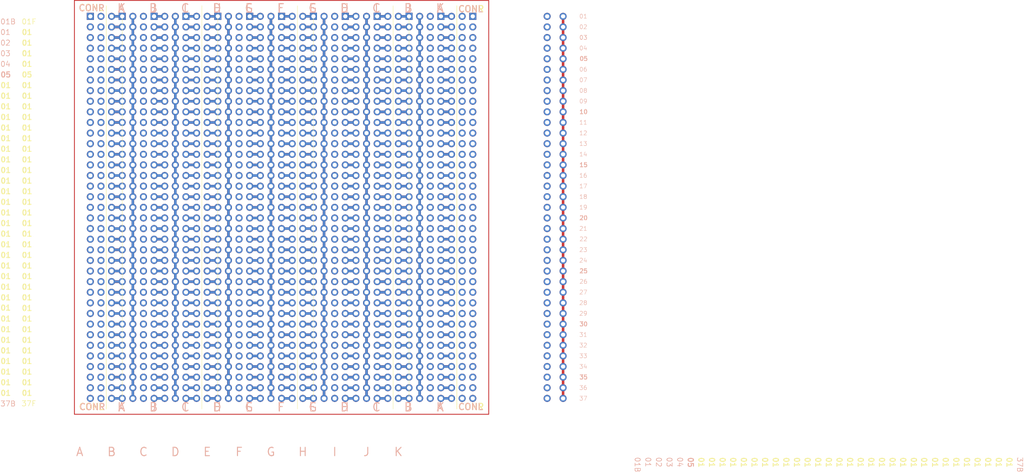
<source format=kicad_pcb>
(kicad_pcb (version 20241229) (generator "pcbnew") (generator_version "9.0")
  (layers (0 "F.Cu" signal) (2 "B.Cu" signal) (5 "F.SilkS" user "F.Silkscreen") (7 "B.SilkS" user "B.Silkscreen") (1 "F.Mask" user) (3 "B.Mask" user) (25 "Edge.Cuts" user))
  (net 0 "")
  (footprint "" (layer "F.Cu") (at 135.89 128.27)
    (property "Reference" "")
    (property "Value" "")
  )
  (footprint "" (layer "F.Cu") (at 77.47 67.31)
    (property "Reference" "")
    (property "Value" "")
  )
  (footprint "" (layer "F.Cu") (at 146.05 115.57)
    (property "Reference" "")
    (property "Value" "")
  )
  (footprint "" (layer "F.Cu") (at 97.79 143.51)
    (property "Reference" "")
    (property "Value" "")
  )
  (footprint "" (layer "F.Cu") (at 113.03 64.77)
    (property "Reference" "")
    (property "Value" "")
  )
  (footprint "" (layer "F.Cu") (at 143.51 95.25)
    (property "Reference" "")
    (property "Value" "")
  )
  (footprint "" (layer "F.Cu") (at 72.39 92.71)
    (property "Reference" "")
    (property "Value" "")
  )
  (footprint "" (layer "F.Cu") (at 110.49 62.23)
    (property "Reference" "")
    (property "Value" "")
  )
  (footprint "" (layer "F.Cu") (at 133.35 110.49)
    (property "Reference" "")
    (property "Value" "")
  )
  (footprint "" (layer "F.Cu") (at 54.61 87.63)
    (property "Reference" "")
    (property "Value" "")
  )
  (footprint "" (layer "F.Cu") (at 87.63 120.65)
    (property "Reference" "")
    (property "Value" "")
  )
  (footprint "" (layer "F.Cu") (at 82.55 123.19)
    (property "Reference" "")
    (property "Value" "")
  )
  (footprint "" (layer "F.Cu") (at 135.89 74.93)
    (property "Reference" "")
    (property "Value" "")
  )
  (footprint "" (layer "F.Cu") (at 72.39 72.39)
    (property "Reference" "")
    (property "Value" "")
  )
  (footprint "" (layer "F.Cu") (at 85.09 74.93)
    (property "Reference" "")
    (property "Value" "")
  )
  (footprint "" (layer "F.Cu") (at 100.33 146.05)
    (property "Reference" "")
    (property "Value" "")
  )
  (footprint "" (layer "F.Cu") (at 85.09 80.01)
    (property "Reference" "")
    (property "Value" "")
  )
  (footprint "" (layer "F.Cu") (at 62.23 135.89)
    (property "Reference" "")
    (property "Value" "")
  )
  (footprint "" (layer "F.Cu") (at 125.73 138.43)
    (property "Reference" "")
    (property "Value" "")
  )
  (footprint "" (layer "F.Cu") (at 110.49 64.77)
    (property "Reference" "")
    (property "Value" "")
  )
  (footprint "" (layer "F.Cu") (at 59.69 135.89)
    (property "Reference" "")
    (property "Value" "")
  )
  (footprint "" (layer "F.Cu") (at 90.17 113.03)
    (property "Reference" "")
    (property "Value" "")
  )
  (footprint "" (layer "F.Cu") (at 143.51 85.09)
    (property "Reference" "")
    (property "Value" "")
  )
  (footprint "" (layer "F.Cu") (at 87.63 62.23)
    (property "Reference" "")
    (property "Value" "")
  )
  (footprint "" (layer "F.Cu") (at 118.11 102.87)
    (property "Reference" "")
    (property "Value" "")
  )
  (footprint "" (layer "F.Cu") (at 57.15 77.47)
    (property "Reference" "")
    (property "Value" "")
  )
  (footprint "" (layer "F.Cu") (at 102.87 115.57)
    (property "Reference" "")
    (property "Value" "")
  )
  (footprint "" (layer "F.Cu") (at 140.97 110.49)
    (property "Reference" "")
    (property "Value" "")
  )
  (footprint "" (layer "F.Cu") (at 69.85 80.01)
    (property "Reference" "")
    (property "Value" "")
  )
  (footprint "" (layer "F.Cu") (at 135.89 105.41)
    (property "Reference" "")
    (property "Value" "")
  )
  (footprint "" (layer "F.Cu") (at 100.33 113.03)
    (property "Reference" "")
    (property "Value" "")
  )
  (footprint "" (layer "F.Cu") (at 69.85 107.95)
    (property "Reference" "")
    (property "Value" "")
  )
  (footprint "" (layer "F.Cu") (at 64.77 105.41)
    (property "Reference" "")
    (property "Value" "")
  )
  (footprint "" (layer "F.Cu") (at 57.15 85.09)
    (property "Reference" "")
    (property "Value" "")
  )
  (footprint "" (layer "F.Cu") (at 59.69 123.19)
    (property "Reference" "")
    (property "Value" "")
  )
  (footprint "" (layer "F.Cu") (at 138.43 92.71)
    (property "Reference" "")
    (property "Value" "")
  )
  (footprint "" (layer "F.Cu") (at 105.41 118.11)
    (property "Reference" "")
    (property "Value" "")
  )
  (footprint "" (layer "F.Cu") (at 115.57 64.77)
    (property "Reference" "")
    (property "Value" "")
  )
  (footprint "" (layer "F.Cu") (at 105.41 107.95)
    (property "Reference" "")
    (property "Value" "")
  )
  (footprint "" (layer "F.Cu") (at 85.09 138.43)
    (property "Reference" "")
    (property "Value" "")
  )
  (footprint "" (layer "F.Cu") (at 82.55 128.27)
    (property "Reference" "")
    (property "Value" "")
  )
  (footprint "" (layer "F.Cu") (at 59.69 102.87)
    (property "Reference" "")
    (property "Value" "")
  )
  (footprint "" (layer "F.Cu") (at 80.01 62.23)
    (property "Reference" "")
    (property "Value" "")
  )
  (footprint "" (layer "F.Cu") (at 77.47 90.17)
    (property "Reference" "")
    (property "Value" "")
  )
  (footprint "" (layer "F.Cu") (at 118.11 62.23)
    (property "Reference" "")
    (property "Value" "")
  )
  (footprint "" (layer "F.Cu") (at 95.25 62.23)
    (property "Reference" "")
    (property "Value" "")
  )
  (footprint "" (layer "F.Cu") (at 113.03 82.55)
    (property "Reference" "")
    (property "Value" "")
  )
  (footprint "" (layer "F.Cu") (at 57.15 82.55)
    (property "Reference" "")
    (property "Value" "")
  )
  (footprint "" (layer "F.Cu") (at 146.05 118.11)
    (property "Reference" "")
    (property "Value" "")
  )
  (footprint "" (layer "F.Cu") (at 143.51 54.61)
    (property "Reference" "")
    (property "Value" "")
  )
  (footprint "" (layer "F.Cu") (at 62.23 123.19)
    (property "Reference" "")
    (property "Value" "")
  )
  (footprint "" (layer "F.Cu") (at 128.27 120.65)
    (property "Reference" "")
    (property "Value" "")
  )
  (footprint "" (layer "F.Cu") (at 110.49 57.15)
    (property "Reference" "")
    (property "Value" "")
  )
  (footprint "" (layer "F.Cu") (at 59.69 138.43)
    (property "Reference" "")
    (property "Value" "")
  )
  (footprint "" (layer "F.Cu") (at 107.95 87.63)
    (property "Reference" "")
    (property "Value" "")
  )
  (footprint "" (layer "F.Cu") (at 90.17 100.33)
    (property "Reference" "")
    (property "Value" "")
  )
  (footprint "" (layer "F.Cu") (at 80.01 80.01)
    (property "Reference" "")
    (property "Value" "")
  )
  (footprint "" (layer "F.Cu") (at 69.85 146.05)
    (property "Reference" "")
    (property "Value" "")
  )
  (footprint "" (layer "F.Cu") (at 77.47 107.95)
    (property "Reference" "")
    (property "Value" "")
  )
  (footprint "" (layer "F.Cu") (at 125.73 57.15)
    (property "Reference" "")
    (property "Value" "")
  )
  (footprint "" (layer "F.Cu") (at 138.43 130.81)
    (property "Reference" "")
    (property "Value" "")
  )
  (footprint "" (layer "F.Cu") (at 105.41 59.69)
    (property "Reference" "")
    (property "Value" "")
  )
  (footprint "" (layer "F.Cu") (at 102.87 123.19)
    (property "Reference" "")
    (property "Value" "")
  )
  (footprint "" (layer "F.Cu") (at 113.03 72.39)
    (property "Reference" "")
    (property "Value" "")
  )
  (footprint "" (layer "F.Cu") (at 113.03 57.15)
    (property "Reference" "")
    (property "Value" "")
  )
  (footprint "" (layer "F.Cu") (at 64.77 80.01)
    (property "Reference" "")
    (property "Value" "")
  )
  (footprint "" (layer "F.Cu") (at 143.51 110.49)
    (property "Reference" "")
    (property "Value" "")
  )
  (footprint "" (layer "F.Cu") (at 54.61 74.93)
    (property "Reference" "")
    (property "Value" "")
  )
  (footprint "" (layer "F.Cu") (at 85.09 130.81)
    (property "Reference" "")
    (property "Value" "")
  )
  (footprint "" (layer "F.Cu") (at 123.19 87.63)
    (property "Reference" "")
    (property "Value" "")
  )
  (footprint "" (layer "F.Cu") (at 105.41 67.31)
    (property "Reference" "")
    (property "Value" "")
  )
  (footprint "" (layer "F.Cu") (at 77.47 128.27)
    (property "Reference" "")
    (property "Value" "")
  )
  (footprint "" (layer "F.Cu") (at 140.97 54.61)
    (property "Reference" "")
    (property "Value" "")
  )
  (footprint "" (layer "F.Cu") (at 62.23 97.79)
    (property "Reference" "")
    (property "Value" "")
  )
  (footprint "" (layer "F.Cu") (at 143.51 125.73)
    (property "Reference" "")
    (property "Value" "")
  )
  (footprint "" (layer "F.Cu") (at 105.41 95.25)
    (property "Reference" "")
    (property "Value" "")
  )
  (footprint "" (layer "F.Cu") (at 95.25 57.15)
    (property "Reference" "")
    (property "Value" "")
  )
  (footprint "" (layer "F.Cu") (at 120.65 143.51)
    (property "Reference" "")
    (property "Value" "")
  )
  (footprint "" (layer "F.Cu") (at 90.17 146.05)
    (property "Reference" "")
    (property "Value" "")
  )
  (footprint "" (layer "F.Cu") (at 143.51 67.31)
    (property "Reference" "")
    (property "Value" "")
  )
  (footprint "" (layer "F.Cu") (at 80.01 97.79)
    (property "Reference" "")
    (property "Value" "")
  )
  (footprint "" (layer "F.Cu") (at 128.27 82.55)
    (property "Reference" "")
    (property "Value" "")
  )
  (footprint "" (layer "F.Cu") (at 87.63 138.43)
    (property "Reference" "")
    (property "Value" "")
  )
  (footprint "" (layer "F.Cu") (at 57.15 120.65)
    (property "Reference" "")
    (property "Value" "")
  )
  (footprint "" (layer "F.Cu") (at 118.11 57.15)
    (property "Reference" "")
    (property "Value" "")
  )
  (footprint "" (layer "F.Cu") (at 105.41 57.15)
    (property "Reference" "")
    (property "Value" "")
  )
  (footprint "" (layer "F.Cu") (at 105.41 74.93)
    (property "Reference" "")
    (property "Value" "")
  )
  (footprint "" (layer "F.Cu") (at 163.83 64.77)
    (property "Reference" "")
    (property "Value" "")
  )
  (footprint "" (layer "F.Cu") (at 138.43 135.89)
    (property "Reference" "")
    (property "Value" "")
  )
  (footprint "" (layer "F.Cu") (at 95.25 64.77)
    (property "Reference" "")
    (property "Value" "")
  )
  (footprint "" (layer "F.Cu") (at 113.03 77.47)
    (property "Reference" "")
    (property "Value" "")
  )
  (footprint "" (layer "F.Cu") (at 77.47 120.65)
    (property "Reference" "")
    (property "Value" "")
  )
  (footprint "" (layer "F.Cu") (at 123.19 102.87)
    (property "Reference" "")
    (property "Value" "")
  )
  (footprint "" (layer "F.Cu") (at 92.71 92.71)
    (property "Reference" "")
    (property "Value" "")
  )
  (footprint "" (layer "F.Cu") (at 80.01 110.49)
    (property "Reference" "")
    (property "Value" "")
  )
  (footprint "" (layer "F.Cu") (at 82.55 72.39)
    (property "Reference" "")
    (property "Value" "")
  )
  (footprint "" (layer "F.Cu") (at 62.23 113.03)
    (property "Reference" "")
    (property "Value" "")
  )
  (footprint "" (layer "F.Cu") (at 100.33 140.97)
    (property "Reference" "")
    (property "Value" "")
  )
  (footprint "" (layer "F.Cu") (at 140.97 138.43)
    (property "Reference" "")
    (property "Value" "")
  )
  (footprint "" (layer "F.Cu") (at 57.15 72.39)
    (property "Reference" "")
    (property "Value" "")
  )
  (footprint "" (layer "F.Cu") (at 92.71 69.85)
    (property "Reference" "")
    (property "Value" "")
  )
  (footprint "" (layer "F.Cu") (at 167.64 62.23)
    (property "Reference" "")
    (property "Value" "")
  )
  (footprint "" (layer "F.Cu") (at 146.05 105.41)
    (property "Reference" "")
    (property "Value" "")
  )
  (footprint "" (layer "F.Cu") (at 100.33 125.73)
    (property "Reference" "")
    (property "Value" "")
  )
  (footprint "" (layer "F.Cu") (at 107.95 123.19)
    (property "Reference" "")
    (property "Value" "")
  )
  (footprint "" (layer "F.Cu") (at 167.64 64.77)
    (property "Reference" "")
    (property "Value" "")
  )
  (footprint "" (layer "F.Cu") (at 143.51 62.23)
    (property "Reference" "")
    (property "Value" "")
  )
  (footprint "" (layer "F.Cu") (at 69.85 69.85)
    (property "Reference" "")
    (property "Value" "")
  )
  (footprint "" (layer "F.Cu") (at 167.64 82.55)
    (property "Reference" "")
    (property "Value" "")
  )
  (footprint "" (layer "F.Cu") (at 123.19 62.23)
    (property "Reference" "")
    (property "Value" "")
  )
  (footprint "" (layer "F.Cu") (at 54.61 82.55)
    (property "Reference" "")
    (property "Value" "")
  )
  (footprint "" (layer "F.Cu") (at 87.63 69.85)
    (property "Reference" "")
    (property "Value" "")
  )
  (footprint "" (layer "F.Cu") (at 100.33 64.77)
    (property "Reference" "")
    (property "Value" "")
  )
  (footprint "" (layer "F.Cu") (at 57.15 110.49)
    (property "Reference" "")
    (property "Value" "")
  )
  (footprint "" (layer "F.Cu") (at 90.17 118.11)
    (property "Reference" "")
    (property "Value" "")
  )
  (footprint "" (layer "F.Cu") (at 167.64 110.49)
    (property "Reference" "")
    (property "Value" "")
  )
  (footprint "" (layer "F.Cu") (at 110.49 59.69)
    (property "Reference" "")
    (property "Value" "")
  )
  (footprint "" (layer "F.Cu") (at 62.23 133.35)
    (property "Reference" "")
    (property "Value" "")
  )
  (footprint "" (layer "F.Cu") (at 100.33 107.95)
    (property "Reference" "")
    (property "Value" "")
  )
  (footprint "" (layer "F.Cu") (at 110.49 115.57)
    (property "Reference" "")
    (property "Value" "")
  )
  (footprint "" (layer "F.Cu") (at 125.73 100.33)
    (property "Reference" "")
    (property "Value" "")
  )
  (footprint "" (layer "F.Cu") (at 128.27 102.87)
    (property "Reference" "")
    (property "Value" "")
  )
  (footprint "" (layer "F.Cu") (at 95.25 82.55)
    (property "Reference" "")
    (property "Value" "")
  )
  (footprint "" (layer "F.Cu") (at 87.63 107.95)
    (property "Reference" "")
    (property "Value" "")
  )
  (footprint "" (layer "F.Cu") (at 113.03 62.23)
    (property "Reference" "")
    (property "Value" "")
  )
  (footprint "" (layer "F.Cu") (at 74.93 82.55)
    (property "Reference" "")
    (property "Value" "")
  )
  (footprint "" (layer "F.Cu") (at 54.61 72.39)
    (property "Reference" "")
    (property "Value" "")
  )
  (footprint "" (layer "F.Cu") (at 54.61 67.31)
    (property "Reference" "")
    (property "Value" "")
  )
  (footprint "" (layer "F.Cu") (at 118.11 85.09)
    (property "Reference" "")
    (property "Value" "")
  )
  (footprint "" (layer "F.Cu") (at 90.17 90.17)
    (property "Reference" "")
    (property "Value" "")
  )
  (footprint "" (layer "F.Cu") (at 135.89 110.49)
    (property "Reference" "")
    (property "Value" "")
  )
  (footprint "" (layer "F.Cu") (at 67.31 120.65)
    (property "Reference" "")
    (property "Value" "")
  )
  (footprint "" (layer "F.Cu") (at 107.95 80.01)
    (property "Reference" "")
    (property "Value" "")
  )
  (footprint "" (layer "F.Cu") (at 120.65 87.63)
    (property "Reference" "")
    (property "Value" "")
  )
  (footprint "" (layer "F.Cu") (at 92.71 82.55)
    (property "Reference" "")
    (property "Value" "")
  )
  (footprint "" (layer "F.Cu") (at 118.11 105.41)
    (property "Reference" "")
    (property "Value" "")
  )
  (footprint "" (layer "F.Cu") (at 135.89 82.55)
    (property "Reference" "")
    (property "Value" "")
  )
  (footprint "" (layer "F.Cu") (at 107.95 105.41)
    (property "Reference" "")
    (property "Value" "")
  )
  (footprint "" (layer "F.Cu") (at 72.39 57.15)
    (property "Reference" "")
    (property "Value" "")
  )
  (footprint "" (layer "F.Cu") (at 95.25 143.51)
    (property "Reference" "")
    (property "Value" "")
  )
  (footprint "" (layer "F.Cu") (at 64.77 64.77)
    (property "Reference" "")
    (property "Value" "")
  )
  (footprint "" (layer "F.Cu") (at 57.15 64.77)
    (property "Reference" "")
    (property "Value" "")
  )
  (footprint "" (layer "F.Cu") (at 135.89 100.33)
    (property "Reference" "")
    (property "Value" "")
  )
  (footprint "" (layer "F.Cu") (at 105.41 143.51)
    (property "Reference" "")
    (property "Value" "")
  )
  (footprint "" (layer "F.Cu") (at 146.05 90.17)
    (property "Reference" "")
    (property "Value" "")
  )
  (footprint "" (layer "F.Cu") (at 163.83 59.69)
    (property "Reference" "")
    (property "Value" "")
  )
  (footprint "" (layer "F.Cu") (at 97.79 77.47)
    (property "Reference" "")
    (property "Value" "")
  )
  (footprint "" (layer "F.Cu") (at 64.77 92.71)
    (property "Reference" "")
    (property "Value" "")
  )
  (footprint "" (layer "F.Cu") (at 80.01 113.03)
    (property "Reference" "")
    (property "Value" "")
  )
  (footprint "" (layer "F.Cu") (at 57.15 62.23)
    (property "Reference" "")
    (property "Value" "")
  )
  (footprint "" (layer "F.Cu") (at 67.31 135.89)
    (property "Reference" "")
    (property "Value" "")
  )
  (footprint "" (layer "F.Cu") (at 140.97 123.19)
    (property "Reference" "")
    (property "Value" "")
  )
  (footprint "" (layer "F.Cu") (at 69.85 105.41)
    (property "Reference" "")
    (property "Value" "")
  )
  (footprint "" (layer "F.Cu") (at 138.43 102.87)
    (property "Reference" "")
    (property "Value" "")
  )
  (footprint "" (layer "F.Cu") (at 167.64 67.31)
    (property "Reference" "")
    (property "Value" "")
  )
  (footprint "" (layer "F.Cu") (at 100.33 128.27)
    (property "Reference" "")
    (property "Value" "")
  )
  (footprint "" (layer "F.Cu") (at 118.11 135.89)
    (property "Reference" "")
    (property "Value" "")
  )
  (footprint "" (layer "F.Cu") (at 146.05 135.89)
    (property "Reference" "")
    (property "Value" "")
  )
  (footprint "" (layer "F.Cu") (at 138.43 133.35)
    (property "Reference" "")
    (property "Value" "")
  )
  (footprint "" (layer "F.Cu") (at 67.31 133.35)
    (property "Reference" "")
    (property "Value" "")
  )
  (footprint "" (layer "F.Cu") (at 59.69 120.65)
    (property "Reference" "")
    (property "Value" "")
  )
  (footprint "" (layer "F.Cu") (at 105.41 130.81)
    (property "Reference" "")
    (property "Value" "")
  )
  (footprint "" (layer "F.Cu") (at 107.95 125.73)
    (property "Reference" "")
    (property "Value" "")
  )
  (footprint "" (layer "F.Cu") (at 80.01 102.87)
    (property "Reference" "")
    (property "Value" "")
  )
  (footprint "" (layer "F.Cu") (at 138.43 85.09)
    (property "Reference" "")
    (property "Value" "")
  )
  (footprint "" (layer "F.Cu") (at 92.71 85.09)
    (property "Reference" "")
    (property "Value" "")
  )
  (footprint "" (layer "F.Cu") (at 120.65 138.43)
    (property "Reference" "")
    (property "Value" "")
  )
  (footprint "" (layer "F.Cu") (at 87.63 82.55)
    (property "Reference" "")
    (property "Value" "")
  )
  (footprint "" (layer "F.Cu") (at 95.25 110.49)
    (property "Reference" "")
    (property "Value" "")
  )
  (footprint "" (layer "F.Cu") (at 163.83 138.43)
    (property "Reference" "")
    (property "Value" "")
  )
  (footprint "" (layer "F.Cu") (at 95.25 97.79)
    (property "Reference" "")
    (property "Value" "")
  )
  (footprint "" (layer "F.Cu") (at 72.39 138.43)
    (property "Reference" "")
    (property "Value" "")
  )
  (footprint "" (layer "F.Cu") (at 118.11 69.85)
    (property "Reference" "")
    (property "Value" "")
  )
  (footprint "" (layer "F.Cu") (at 67.31 67.31)
    (property "Reference" "")
    (property "Value" "")
  )
  (footprint "" (layer "F.Cu") (at 80.01 123.19)
    (property "Reference" "")
    (property "Value" "")
  )
  (footprint "" (layer "F.Cu") (at 110.49 123.19)
    (property "Reference" "")
    (property "Value" "")
  )
  (footprint "" (layer "F.Cu") (at 140.97 90.17)
    (property "Reference" "")
    (property "Value" "")
  )
  (footprint "" (layer "F.Cu") (at 123.19 125.73)
    (property "Reference" "")
    (property "Value" "")
  )
  (footprint "" (layer "F.Cu") (at 100.33 69.85)
    (property "Reference" "")
    (property "Value" "")
  )
  (footprint "" (layer "F.Cu") (at 167.64 135.89)
    (property "Reference" "")
    (property "Value" "")
  )
  (footprint "" (layer "F.Cu") (at 107.95 100.33)
    (property "Reference" "")
    (property "Value" "")
  )
  (footprint "" (layer "F.Cu") (at 102.87 74.93)
    (property "Reference" "")
    (property "Value" "")
  )
  (footprint "" (layer "F.Cu") (at 140.97 128.27)
    (property "Reference" "")
    (property "Value" "")
  )
  (footprint "" (layer "F.Cu") (at 97.79 72.39)
    (property "Reference" "")
    (property "Value" "")
  )
  (footprint "" (layer "F.Cu") (at 138.43 128.27)
    (property "Reference" "")
    (property "Value" "")
  )
  (footprint "" (layer "F.Cu") (at 57.15 87.63)
    (property "Reference" "")
    (property "Value" "")
  )
  (footprint "" (layer "F.Cu") (at 74.93 100.33)
    (property "Reference" "")
    (property "Value" "")
  )
  (footprint "" (layer "F.Cu") (at 125.73 130.81)
    (property "Reference" "")
    (property "Value" "")
  )
  (footprint "" (layer "F.Cu") (at 167.64 133.35)
    (property "Reference" "")
    (property "Value" "")
  )
  (footprint "" (layer "F.Cu") (at 123.19 67.31)
    (property "Reference" "")
    (property "Value" "")
  )
  (footprint "" (layer "F.Cu") (at 62.23 92.71)
    (property "Reference" "")
    (property "Value" "")
  )
  (footprint "" (layer "F.Cu") (at 140.97 64.77)
    (property "Reference" "")
    (property "Value" "")
  )
  (footprint "" (layer "F.Cu") (at 97.79 59.69)
    (property "Reference" "")
    (property "Value" "")
  )
  (footprint "" (layer "F.Cu") (at 120.65 102.87)
    (property "Reference" "")
    (property "Value" "")
  )
  (footprint "" (layer "F.Cu") (at 77.47 64.77)
    (property "Reference" "")
    (property "Value" "")
  )
  (footprint "" (layer "F.Cu") (at 110.49 87.63)
    (property "Reference" "")
    (property "Value" "")
  )
  (footprint "" (layer "F.Cu") (at 62.23 77.47)
    (property "Reference" "")
    (property "Value" "")
  )
  (footprint "" (layer "F.Cu") (at 97.79 54.61)
    (property "Reference" "")
    (property "Value" "")
  )
  (footprint "" (layer "F.Cu") (at 143.51 100.33)
    (property "Reference" "")
    (property "Value" "")
  )
  (footprint "" (layer "F.Cu") (at 115.57 125.73)
    (property "Reference" "")
    (property "Value" "")
  )
  (footprint "" (layer "F.Cu") (at 87.63 59.69)
    (property "Reference" "")
    (property "Value" "")
  )
  (footprint "" (layer "F.Cu") (at 138.43 105.41)
    (property "Reference" "")
    (property "Value" "")
  )
  (footprint "" (layer "F.Cu") (at 146.05 92.71)
    (property "Reference" "")
    (property "Value" "")
  )
  (footprint "" (layer "F.Cu") (at 133.35 90.17)
    (property "Reference" "")
    (property "Value" "")
  )
  (footprint "" (layer "F.Cu") (at 87.63 67.31)
    (property "Reference" "")
    (property "Value" "")
  )
  (footprint "" (layer "F.Cu") (at 95.25 72.39)
    (property "Reference" "")
    (property "Value" "")
  )
  (footprint "" (layer "F.Cu") (at 92.71 123.19)
    (property "Reference" "")
    (property "Value" "")
  )
  (footprint "" (layer "F.Cu") (at 115.57 57.15)
    (property "Reference" "")
    (property "Value" "")
  )
  (footprint "" (layer "F.Cu") (at 57.15 123.19)
    (property "Reference" "")
    (property "Value" "")
  )
  (footprint "" (layer "F.Cu") (at 133.35 138.43)
    (property "Reference" "")
    (property "Value" "")
  )
  (footprint "" (layer "F.Cu") (at 80.01 59.69)
    (property "Reference" "")
    (property "Value" "")
  )
  (footprint "" (layer "F.Cu") (at 110.49 72.39)
    (property "Reference" "")
    (property "Value" "")
  )
  (footprint "" (layer "F.Cu") (at 102.87 80.01)
    (property "Reference" "")
    (property "Value" "")
  )
  (footprint "" (layer "F.Cu") (at 167.64 125.73)
    (property "Reference" "")
    (property "Value" "")
  )
  (footprint "" (layer "F.Cu") (at 74.93 133.35)
    (property "Reference" "")
    (property "Value" "")
  )
  (footprint "" (layer "F.Cu") (at 90.17 143.51)
    (property "Reference" "")
    (property "Value" "")
  )
  (footprint "" (layer "F.Cu") (at 118.11 123.19)
    (property "Reference" "")
    (property "Value" "")
  )
  (footprint "" (layer "F.Cu") (at 97.79 130.81)
    (property "Reference" "")
    (property "Value" "")
  )
  (footprint "" (layer "F.Cu") (at 102.87 100.33)
    (property "Reference" "")
    (property "Value" "")
  )
  (footprint "" (layer "F.Cu") (at 123.19 143.51)
    (property "Reference" "")
    (property "Value" "")
  )
  (footprint "" (layer "F.Cu") (at 64.77 135.89)
    (property "Reference" "")
    (property "Value" "")
  )
  (footprint "" (layer "F.Cu") (at 87.63 105.41)
    (property "Reference" "")
    (property "Value" "")
  )
  (footprint "" (layer "F.Cu") (at 135.89 59.69)
    (property "Reference" "")
    (property "Value" "")
  )
  (footprint "" (layer "F.Cu") (at 92.71 72.39)
    (property "Reference" "")
    (property "Value" "")
  )
  (footprint "" (layer "F.Cu") (at 143.51 105.41)
    (property "Reference" "")
    (property "Value" "")
  )
  (footprint "" (layer "F.Cu") (at 59.69 143.51)
    (property "Reference" "")
    (property "Value" "")
  )
  (footprint "" (layer "F.Cu") (at 87.63 77.47)
    (property "Reference" "")
    (property "Value" "")
  )
  (footprint "" (layer "F.Cu") (at 133.35 69.85)
    (property "Reference" "")
    (property "Value" "")
  )
  (footprint "" (layer "F.Cu") (at 167.64 130.81)
    (property "Reference" "")
    (property "Value" "")
  )
  (footprint "" (layer "F.Cu") (at 54.61 118.11)
    (property "Reference" "")
    (property "Value" "")
  )
  (footprint "" (layer "F.Cu") (at 118.11 130.81)
    (property "Reference" "")
    (property "Value" "")
  )
  (footprint "" (layer "F.Cu") (at 130.81 67.31)
    (property "Reference" "")
    (property "Value" "")
  )
  (footprint "" (layer "F.Cu") (at 59.69 57.15)
    (property "Reference" "")
    (property "Value" "")
  )
  (footprint "" (layer "F.Cu") (at 59.69 80.01)
    (property "Reference" "")
    (property "Value" "")
  )
  (footprint "" (layer "F.Cu") (at 115.57 133.35)
    (property "Reference" "")
    (property "Value" "")
  )
  (footprint "" (layer "F.Cu") (at 135.89 143.51)
    (property "Reference" "")
    (property "Value" "")
  )
  (footprint "" (layer "F.Cu") (at 97.79 57.15)
    (property "Reference" "")
    (property "Value" "")
  )
  (footprint "" (layer "F.Cu") (at 107.95 69.85)
    (property "Reference" "")
    (property "Value" "")
  )
  (footprint "" (layer "F.Cu") (at 146.05 107.95)
    (property "Reference" "")
    (property "Value" "")
  )
  (footprint "" (layer "F.Cu") (at 92.71 115.57)
    (property "Reference" "")
    (property "Value" "")
  )
  (footprint "" (layer "F.Cu") (at 113.03 95.25)
    (property "Reference" "")
    (property "Value" "")
  )
  (footprint "" (layer "F.Cu") (at 69.85 102.87)
    (property "Reference" "")
    (property "Value" "")
  )
  (footprint "" (layer "F.Cu") (at 67.31 64.77)
    (property "Reference" "")
    (property "Value" "")
  )
  (footprint "" (layer "F.Cu") (at 123.19 69.85)
    (property "Reference" "")
    (property "Value" "")
  )
  (footprint "" (layer "F.Cu") (at 64.77 110.49)
    (property "Reference" "")
    (property "Value" "")
  )
  (footprint "" (layer "F.Cu") (at 163.83 87.63)
    (property "Reference" "")
    (property "Value" "")
  )
  (footprint "" (layer "F.Cu") (at 85.09 97.79)
    (property "Reference" "")
    (property "Value" "")
  )
  (footprint "" (layer "F.Cu") (at 54.61 123.19)
    (property "Reference" "")
    (property "Value" "")
  )
  (footprint "" (layer "F.Cu") (at 146.05 130.81)
    (property "Reference" "")
    (property "Value" "")
  )
  (footprint "" (layer "F.Cu") (at 143.51 128.27)
    (property "Reference" "")
    (property "Value" "")
  )
  (footprint "" (layer "F.Cu") (at 120.65 128.27)
    (property "Reference" "")
    (property "Value" "")
  )
  (footprint "" (layer "F.Cu") (at 105.41 140.97)
    (property "Reference" "")
    (property "Value" "")
  )
  (footprint "" (layer "F.Cu") (at 123.19 59.69)
    (property "Reference" "")
    (property "Value" "")
  )
  (footprint "" (layer "F.Cu") (at 123.19 133.35)
    (property "Reference" "")
    (property "Value" "")
  )
  (footprint "" (layer "F.Cu") (at 62.23 64.77)
    (property "Reference" "")
    (property "Value" "")
  )
  (footprint "" (layer "F.Cu") (at 100.33 72.39)
    (property "Reference" "")
    (property "Value" "")
  )
  (footprint "" (layer "F.Cu") (at 62.23 72.39)
    (property "Reference" "")
    (property "Value" "")
  )
  (footprint "" (layer "F.Cu") (at 135.89 54.61)
    (property "Reference" "")
    (property "Value" "")
  )
  (footprint "" (layer "F.Cu") (at 64.77 85.09)
    (property "Reference" "")
    (property "Value" "")
  )
  (footprint "" (layer "F.Cu") (at 123.19 105.41)
    (property "Reference" "")
    (property "Value" "")
  )
  (footprint "" (layer "F.Cu") (at 163.83 82.55)
    (property "Reference" "")
    (property "Value" "")
  )
  (footprint "" (layer "F.Cu") (at 77.47 105.41)
    (property "Reference" "")
    (property "Value" "")
  )
  (footprint "" (layer "F.Cu") (at 130.81 92.71)
    (property "Reference" "")
    (property "Value" "")
  )
  (footprint "" (layer "F.Cu") (at 107.95 133.35)
    (property "Reference" "")
    (property "Value" "")
  )
  (footprint "" (layer "F.Cu") (at 67.31 130.81)
    (property "Reference" "")
    (property "Value" "")
  )
  (footprint "" (layer "F.Cu") (at 82.55 80.01)
    (property "Reference" "")
    (property "Value" "")
  )
  (footprint "" (layer "F.Cu") (at 72.39 77.47)
    (property "Reference" "")
    (property "Value" "")
  )
  (footprint "" (layer "F.Cu") (at 54.61 135.89)
    (property "Reference" "")
    (property "Value" "")
  )
  (footprint "" (layer "F.Cu") (at 138.43 118.11)
    (property "Reference" "")
    (property "Value" "")
  )
  (footprint "" (layer "F.Cu") (at 143.51 113.03)
    (property "Reference" "")
    (property "Value" "")
  )
  (footprint "" (layer "F.Cu") (at 113.03 85.09)
    (property "Reference" "")
    (property "Value" "")
  )
  (footprint "" (layer "F.Cu") (at 87.63 90.17)
    (property "Reference" "")
    (property "Value" "")
  )
  (footprint "" (layer "F.Cu") (at 120.65 90.17)
    (property "Reference" "")
    (property "Value" "")
  )
  (footprint "" (layer "F.Cu") (at 67.31 80.01)
    (property "Reference" "")
    (property "Value" "")
  )
  (footprint "" (layer "F.Cu") (at 95.25 67.31)
    (property "Reference" "")
    (property "Value" "")
  )
  (footprint "" (layer "F.Cu") (at 120.65 67.31)
    (property "Reference" "")
    (property "Value" "")
  )
  (footprint "" (layer "F.Cu") (at 69.85 135.89)
    (property "Reference" "")
    (property "Value" "")
  )
  (footprint "" (layer "F.Cu") (at 128.27 87.63)
    (property "Reference" "")
    (property "Value" "")
  )
  (footprint "" (layer "F.Cu") (at 57.15 74.93)
    (property "Reference" "")
    (property "Value" "")
  )
  (footprint "" (layer "F.Cu") (at 69.85 110.49)
    (property "Reference" "")
    (property "Value" "")
  )
  (footprint "" (layer "F.Cu") (at 130.81 59.69)
    (property "Reference" "")
    (property "Value" "")
  )
  (footprint "" (layer "F.Cu") (at 92.71 118.11)
    (property "Reference" "")
    (property "Value" "")
  )
  (footprint "" (layer "F.Cu") (at 57.15 105.41)
    (property "Reference" "")
    (property "Value" "")
  )
  (footprint "" (layer "F.Cu") (at 57.15 113.03)
    (property "Reference" "")
    (property "Value" "")
  )
  (footprint "" (layer "F.Cu") (at 115.57 95.25)
    (property "Reference" "")
    (property "Value" "")
  )
  (footprint "" (layer "F.Cu") (at 62.23 100.33)
    (property "Reference" "")
    (property "Value" "")
  )
  (footprint "" (layer "F.Cu") (at 100.33 123.19)
    (property "Reference" "")
    (property "Value" "")
  )
  (footprint "" (layer "F.Cu") (at 113.03 125.73)
    (property "Reference" "")
    (property "Value" "")
  )
  (footprint "" (layer "F.Cu") (at 85.09 85.09)
    (property "Reference" "")
    (property "Value" "")
  )
  (footprint "" (layer "F.Cu") (at 107.95 120.65)
    (property "Reference" "")
    (property "Value" "")
  )
  (footprint "" (layer "F.Cu") (at 107.95 54.61)
    (property "Reference" "")
    (property "Value" "")
  )
  (footprint "" (layer "F.Cu") (at 57.15 102.87)
    (property "Reference" "")
    (property "Value" "")
  )
  (footprint "" (layer "F.Cu") (at 118.11 100.33)
    (property "Reference" "")
    (property "Value" "")
  )
  (footprint "" (layer "F.Cu") (at 105.41 92.71)
    (property "Reference" "")
    (property "Value" "")
  )
  (footprint "" (layer "F.Cu") (at 120.65 115.57)
    (property "Reference" "")
    (property "Value" "")
  )
  (footprint "" (layer "F.Cu") (at 143.51 130.81)
    (property "Reference" "")
    (property "Value" "")
  )
  (footprint "" (layer "F.Cu") (at 133.35 102.87)
    (property "Reference" "")
    (property "Value" "")
  )
  (footprint "" (layer "F.Cu") (at 64.77 72.39)
    (property "Reference" "")
    (property "Value" "")
  )
  (footprint "" (layer "F.Cu") (at 102.87 113.03)
    (property "Reference" "")
    (property "Value" "")
  )
  (footprint "" (layer "F.Cu") (at 57.15 133.35)
    (property "Reference" "")
    (property "Value" "")
  )
  (footprint "" (layer "F.Cu") (at 115.57 72.39)
    (property "Reference" "")
    (property "Value" "")
  )
  (footprint "" (layer "F.Cu") (at 80.01 143.51)
    (property "Reference" "")
    (property "Value" "")
  )
  (footprint "" (layer "F.Cu") (at 64.77 59.69)
    (property "Reference" "")
    (property "Value" "")
  )
  (footprint "" (layer "F.Cu") (at 115.57 123.19)
    (property "Reference" "")
    (property "Value" "")
  )
  (footprint "" (layer "F.Cu") (at 102.87 85.09)
    (property "Reference" "")
    (property "Value" "")
  )
  (footprint "" (layer "F.Cu") (at 163.83 74.93)
    (property "Reference" "")
    (property "Value" "")
  )
  (footprint "" (layer "F.Cu") (at 74.93 77.47)
    (property "Reference" "")
    (property "Value" "")
  )
  (footprint "" (layer "F.Cu") (at 105.41 105.41)
    (property "Reference" "")
    (property "Value" "")
  )
  (footprint "" (layer "F.Cu") (at 115.57 59.69)
    (property "Reference" "")
    (property "Value" "")
  )
  (footprint "" (layer "F.Cu") (at 97.79 115.57)
    (property "Reference" "")
    (property "Value" "")
  )
  (footprint "" (layer "F.Cu") (at 115.57 67.31)
    (property "Reference" "")
    (property "Value" "")
  )
  (footprint "" (layer "F.Cu") (at 123.19 123.19)
    (property "Reference" "")
    (property "Value" "")
  )
  (footprint "" (layer "F.Cu") (at 123.19 95.25)
    (property "Reference" "")
    (property "Value" "")
  )
  (footprint "" (layer "F.Cu") (at 74.93 74.93)
    (property "Reference" "")
    (property "Value" "")
  )
  (footprint "" (layer "F.Cu") (at 100.33 130.81)
    (property "Reference" "")
    (property "Value" "")
  )
  (footprint "" (layer "F.Cu") (at 95.25 120.65)
    (property "Reference" "")
    (property "Value" "")
  )
  (footprint "" (layer "F.Cu") (at 85.09 118.11)
    (property "Reference" "")
    (property "Value" "")
  )
  (footprint "" (layer "F.Cu") (at 64.77 90.17)
    (property "Reference" "")
    (property "Value" "")
  )
  (footprint "" (layer "F.Cu") (at 95.25 77.47)
    (property "Reference" "")
    (property "Value" "")
  )
  (footprint "" (layer "F.Cu") (at 62.23 80.01)
    (property "Reference" "")
    (property "Value" "")
  )
  (footprint "" (layer "F.Cu") (at 143.51 97.79)
    (property "Reference" "")
    (property "Value" "")
  )
  (footprint "" (layer "F.Cu") (at 80.01 128.27)
    (property "Reference" "")
    (property "Value" "")
  )
  (footprint "" (layer "F.Cu") (at 140.97 140.97)
    (property "Reference" "")
    (property "Value" "")
  )
  (footprint "" (layer "F.Cu") (at 133.35 120.65)
    (property "Reference" "")
    (property "Value" "")
  )
  (footprint "" (layer "F.Cu") (at 113.03 120.65)
    (property "Reference" "")
    (property "Value" "")
  )
  (footprint "" (layer "F.Cu") (at 135.89 135.89)
    (property "Reference" "")
    (property "Value" "")
  )
  (footprint "" (layer "F.Cu") (at 163.83 130.81)
    (property "Reference" "")
    (property "Value" "")
  )
  (footprint "" (layer "F.Cu") (at 167.64 85.09)
    (property "Reference" "")
    (property "Value" "")
  )
  (footprint "" (layer "F.Cu") (at 133.35 140.97)
    (property "Reference" "")
    (property "Value" "")
  )
  (footprint "" (layer "F.Cu") (at 85.09 140.97)
    (property "Reference" "")
    (property "Value" "")
  )
  (footprint "" (layer "F.Cu") (at 74.93 102.87)
    (property "Reference" "")
    (property "Value" "")
  )
  (footprint "" (layer "F.Cu") (at 138.43 87.63)
    (property "Reference" "")
    (property "Value" "")
  )
  (footprint "" (layer "F.Cu") (at 82.55 115.57)
    (property "Reference" "")
    (property "Value" "")
  )
  (footprint "" (layer "F.Cu") (at 69.85 143.51)
    (property "Reference" "")
    (property "Value" "")
  )
  (footprint "" (layer "F.Cu") (at 100.33 120.65)
    (property "Reference" "")
    (property "Value" "")
  )
  (footprint "" (layer "F.Cu") (at 115.57 115.57)
    (property "Reference" "")
    (property "Value" "")
  )
  (footprint "" (layer "F.Cu") (at 167.64 90.17)
    (property "Reference" "")
    (property "Value" "")
  )
  (footprint "" (layer "F.Cu") (at 138.43 113.03)
    (property "Reference" "")
    (property "Value" "")
  )
  (footprint "" (layer "F.Cu") (at 113.03 74.93)
    (property "Reference" "")
    (property "Value" "")
  )
  (footprint "" (layer "F.Cu") (at 74.93 110.49)
    (property "Reference" "")
    (property "Value" "")
  )
  (footprint "" (layer "F.Cu") (at 77.47 115.57)
    (property "Reference" "")
    (property "Value" "")
  )
  (footprint "" (layer "F.Cu") (at 118.11 82.55)
    (property "Reference" "")
    (property "Value" "")
  )
  (footprint "" (layer "F.Cu") (at 95.25 85.09)
    (property "Reference" "")
    (property "Value" "")
  )
  (footprint "" (layer "F.Cu") (at 64.77 138.43)
    (property "Reference" "")
    (property "Value" "")
  )
  (footprint "" (layer "F.Cu") (at 135.89 85.09)
    (property "Reference" "")
    (property "Value" "")
  )
  (footprint "" (layer "F.Cu") (at 85.09 135.89)
    (property "Reference" "")
    (property "Value" "")
  )
  (footprint "" (layer "F.Cu") (at 100.33 77.47)
    (property "Reference" "")
    (property "Value" "")
  )
  (footprint "" (layer "F.Cu") (at 72.39 102.87)
    (property "Reference" "")
    (property "Value" "")
  )
  (footprint "" (layer "F.Cu") (at 64.77 115.57)
    (property "Reference" "")
    (property "Value" "")
  )
  (footprint "" (layer "F.Cu") (at 85.09 64.77)
    (property "Reference" "")
    (property "Value" "")
  )
  (footprint "" (layer "F.Cu") (at 138.43 80.01)
    (property "Reference" "")
    (property "Value" "")
  )
  (footprint "" (layer "F.Cu") (at 140.97 67.31)
    (property "Reference" "")
    (property "Value" "")
  )
  (footprint "" (layer "F.Cu") (at 146.05 77.47)
    (property "Reference" "")
    (property "Value" "")
  )
  (footprint "" (layer "F.Cu") (at 80.01 138.43)
    (property "Reference" "")
    (property "Value" "")
  )
  (footprint "" (layer "F.Cu") (at 74.93 138.43)
    (property "Reference" "")
    (property "Value" "")
  )
  (footprint "" (layer "F.Cu") (at 72.39 69.85)
    (property "Reference" "")
    (property "Value" "")
  )
  (footprint "" (layer "F.Cu") (at 77.47 138.43)
    (property "Reference" "")
    (property "Value" "")
  )
  (footprint "" (layer "F.Cu") (at 92.71 110.49)
    (property "Reference" "")
    (property "Value" "")
  )
  (footprint "" (layer "F.Cu") (at 85.09 110.49)
    (property "Reference" "")
    (property "Value" "")
  )
  (footprint "" (layer "F.Cu") (at 135.89 90.17)
    (property "Reference" "")
    (property "Value" "")
  )
  (footprint "" (layer "F.Cu") (at 100.33 82.55)
    (property "Reference" "")
    (property "Value" "")
  )
  (footprint "" (layer "F.Cu") (at 97.79 74.93)
    (property "Reference" "")
    (property "Value" "")
  )
  (footprint "" (layer "F.Cu") (at 143.51 74.93)
    (property "Reference" "")
    (property "Value" "")
  )
  (footprint "" (layer "F.Cu") (at 138.43 120.65)
    (property "Reference" "")
    (property "Value" "")
  )
  (footprint "" (layer "F.Cu") (at 135.89 80.01)
    (property "Reference" "")
    (property "Value" "")
  )
  (footprint "" (layer "F.Cu") (at 59.69 125.73)
    (property "Reference" "")
    (property "Value" "")
  )
  (footprint "" (layer "F.Cu") (at 115.57 69.85)
    (property "Reference" "")
    (property "Value" "")
  )
  (footprint "" (layer "F.Cu") (at 143.51 123.19)
    (property "Reference" "")
    (property "Value" "")
  )
  (footprint "" (layer "F.Cu") (at 125.73 120.65)
    (property "Reference" "")
    (property "Value" "")
  )
  (footprint "" (layer "F.Cu") (at 100.33 59.69)
    (property "Reference" "")
    (property "Value" "")
  )
  (footprint "" (layer "F.Cu") (at 97.79 123.19)
    (property "Reference" "")
    (property "Value" "")
  )
  (footprint "" (layer "F.Cu") (at 62.23 105.41)
    (property "Reference" "")
    (property "Value" "")
  )
  (footprint "" (layer "F.Cu") (at 57.15 135.89)
    (property "Reference" "")
    (property "Value" "")
  )
  (footprint "" (layer "F.Cu") (at 163.83 128.27)
    (property "Reference" "")
    (property "Value" "")
  )
  (footprint "" (layer "F.Cu") (at 80.01 135.89)
    (property "Reference" "")
    (property "Value" "")
  )
  (footprint "" (layer "F.Cu") (at 100.33 115.57)
    (property "Reference" "")
    (property "Value" "")
  )
  (footprint "" (layer "F.Cu") (at 59.69 115.57)
    (property "Reference" "")
    (property "Value" "")
  )
  (footprint "" (layer "F.Cu") (at 87.63 97.79)
    (property "Reference" "")
    (property "Value" "")
  )
  (footprint "" (layer "F.Cu") (at 59.69 90.17)
    (property "Reference" "")
    (property "Value" "")
  )
  (footprint "" (layer "F.Cu") (at 130.81 87.63)
    (property "Reference" "")
    (property "Value" "")
  )
  (footprint "" (layer "F.Cu") (at 135.89 92.71)
    (property "Reference" "")
    (property "Value" "")
  )
  (footprint "" (layer "F.Cu") (at 163.83 85.09)
    (property "Reference" "")
    (property "Value" "")
  )
  (footprint "" (layer "F.Cu") (at 167.64 97.79)
    (property "Reference" "")
    (property "Value" "")
  )
  (footprint "" (layer "F.Cu") (at 135.89 95.25)
    (property "Reference" "")
    (property "Value" "")
  )
  (footprint "" (layer "F.Cu") (at 74.93 146.05)
    (property "Reference" "")
    (property "Value" "")
  )
  (footprint "" (layer "F.Cu") (at 118.11 110.49)
    (property "Reference" "")
    (property "Value" "")
  )
  (footprint "" (layer "F.Cu") (at 163.83 118.11)
    (property "Reference" "")
    (property "Value" "")
  )
  (footprint "" (layer "F.Cu") (at 115.57 80.01)
    (property "Reference" "")
    (property "Value" "")
  )
  (footprint "" (layer "F.Cu") (at 167.64 102.87)
    (property "Reference" "")
    (property "Value" "")
  )
  (footprint "" (layer "F.Cu") (at 143.51 107.95)
    (property "Reference" "")
    (property "Value" "")
  )
  (footprint "" (layer "F.Cu") (at 80.01 100.33)
    (property "Reference" "")
    (property "Value" "")
  )
  (footprint "" (layer "F.Cu") (at 143.51 77.47)
    (property "Reference" "")
    (property "Value" "")
  )
  (footprint "" (layer "F.Cu") (at 130.81 140.97)
    (property "Reference" "")
    (property "Value" "")
  )
  (footprint "" (layer "F.Cu") (at 74.93 54.61)
    (property "Reference" "")
    (property "Value" "")
  )
  (footprint "" (layer "F.Cu") (at 87.63 74.93)
    (property "Reference" "")
    (property "Value" "")
  )
  (footprint "" (layer "F.Cu") (at 97.79 105.41)
    (property "Reference" "")
    (property "Value" "")
  )
  (footprint "" (layer "F.Cu") (at 80.01 67.31)
    (property "Reference" "")
    (property "Value" "")
  )
  (footprint "" (layer "F.Cu") (at 82.55 64.77)
    (property "Reference" "")
    (property "Value" "")
  )
  (footprint "" (layer "F.Cu") (at 140.97 80.01)
    (property "Reference" "")
    (property "Value" "")
  )
  (footprint "" (layer "F.Cu") (at 82.55 100.33)
    (property "Reference" "")
    (property "Value" "")
  )
  (footprint "" (layer "F.Cu") (at 82.55 113.03)
    (property "Reference" "")
    (property "Value" "")
  )
  (footprint "" (layer "F.Cu") (at 92.71 143.51)
    (property "Reference" "")
    (property "Value" "")
  )
  (footprint "" (layer "F.Cu") (at 62.23 128.27)
    (property "Reference" "")
    (property "Value" "")
  )
  (footprint "" (layer "F.Cu") (at 62.23 59.69)
    (property "Reference" "")
    (property "Value" "")
  )
  (footprint "" (layer "F.Cu") (at 105.41 133.35)
    (property "Reference" "")
    (property "Value" "")
  )
  (footprint "" (layer "F.Cu") (at 107.95 130.81)
    (property "Reference" "")
    (property "Value" "")
  )
  (footprint "" (layer "F.Cu") (at 130.81 113.03)
    (property "Reference" "")
    (property "Value" "")
  )
  (footprint "" (layer "F.Cu") (at 72.39 113.03)
    (property "Reference" "")
    (property "Value" "")
  )
  (footprint "" (layer "F.Cu") (at 107.95 135.89)
    (property "Reference" "")
    (property "Value" "")
  )
  (footprint "" (layer "F.Cu") (at 163.83 135.89)
    (property "Reference" "")
    (property "Value" "")
  )
  (footprint "" (layer "F.Cu") (at 167.64 120.65)
    (property "Reference" "")
    (property "Value" "")
  )
  (footprint "" (layer "F.Cu") (at 67.31 77.47)
    (property "Reference" "")
    (property "Value" "")
  )
  (footprint "" (layer "F.Cu") (at 97.79 80.01)
    (property "Reference" "")
    (property "Value" "")
  )
  (footprint "" (layer "F.Cu") (at 140.97 69.85)
    (property "Reference" "")
    (property "Value" "")
  )
  (footprint "" (layer "F.Cu") (at 146.05 102.87)
    (property "Reference" "")
    (property "Value" "")
  )
  (footprint "" (layer "F.Cu") (at 87.63 113.03)
    (property "Reference" "")
    (property "Value" "")
  )
  (footprint "" (layer "F.Cu") (at 72.39 125.73)
    (property "Reference" "")
    (property "Value" "")
  )
  (footprint "" (layer "F.Cu") (at 120.65 64.77)
    (property "Reference" "")
    (property "Value" "")
  )
  (footprint "" (layer "F.Cu") (at 77.47 95.25)
    (property "Reference" "")
    (property "Value" "")
  )
  (footprint "" (layer "F.Cu") (at 67.31 59.69)
    (property "Reference" "")
    (property "Value" "")
  )
  (footprint "" (layer "F.Cu") (at 95.25 95.25)
    (property "Reference" "")
    (property "Value" "")
  )
  (footprint "" (layer "F.Cu") (at 54.61 115.57)
    (property "Reference" "")
    (property "Value" "")
  )
  (footprint "" (layer "F.Cu") (at 163.83 92.71)
    (property "Reference" "")
    (property "Value" "")
  )
  (footprint "" (layer "F.Cu") (at 125.73 69.85)
    (property "Reference" "")
    (property "Value" "")
  )
  (footprint "" (layer "F.Cu") (at 77.47 69.85)
    (property "Reference" "")
    (property "Value" "")
  )
  (footprint "" (layer "F.Cu") (at 105.41 146.05)
    (property "Reference" "")
    (property "Value" "")
  )
  (footprint "" (layer "F.Cu") (at 118.11 133.35)
    (property "Reference" "")
    (property "Value" "")
  )
  (footprint "" (layer "F.Cu") (at 100.33 80.01)
    (property "Reference" "")
    (property "Value" "")
  )
  (footprint "" (layer "F.Cu") (at 113.03 100.33)
    (property "Reference" "")
    (property "Value" "")
  )
  (footprint "" (layer "F.Cu") (at 77.47 74.93)
    (property "Reference" "")
    (property "Value" "")
  )
  (footprint "" (layer "F.Cu") (at 113.03 102.87)
    (property "Reference" "")
    (property "Value" "")
  )
  (footprint "" (layer "F.Cu") (at 128.27 115.57)
    (property "Reference" "")
    (property "Value" "")
  )
  (footprint "" (layer "F.Cu") (at 95.25 140.97)
    (property "Reference" "")
    (property "Value" "")
  )
  (footprint "" (layer "F.Cu") (at 120.65 130.81)
    (property "Reference" "")
    (property "Value" "")
  )
  (footprint "" (layer "F.Cu") (at 128.27 57.15)
    (property "Reference" "")
    (property "Value" "")
  )
  (footprint "" (layer "F.Cu") (at 123.19 107.95)
    (property "Reference" "")
    (property "Value" "")
  )
  (footprint "" (layer "F.Cu") (at 74.93 85.09)
    (property "Reference" "")
    (property "Value" "")
  )
  (footprint "" (layer "F.Cu") (at 130.81 135.89)
    (property "Reference" "")
    (property "Value" "")
  )
  (footprint "" (layer "F.Cu") (at 95.25 87.63)
    (property "Reference" "")
    (property "Value" "")
  )
  (footprint "" (layer "F.Cu") (at 105.41 90.17)
    (property "Reference" "")
    (property "Value" "")
  )
  (footprint "" (layer "F.Cu") (at 140.97 82.55)
    (property "Reference" "")
    (property "Value" "")
  )
  (footprint "" (layer "F.Cu") (at 59.69 92.71)
    (property "Reference" "")
    (property "Value" "")
  )
  (footprint "" (layer "F.Cu") (at 125.73 143.51)
    (property "Reference" "")
    (property "Value" "")
  )
  (footprint "" (layer "F.Cu") (at 146.05 87.63)
    (property "Reference" "")
    (property "Value" "")
  )
  (footprint "" (layer "F.Cu") (at 167.64 128.27)
    (property "Reference" "")
    (property "Value" "")
  )
  (footprint "" (layer "F.Cu") (at 138.43 54.61)
    (property "Reference" "")
    (property "Value" "")
  )
  (footprint "" (layer "F.Cu") (at 64.77 57.15)
    (property "Reference" "")
    (property "Value" "")
  )
  (footprint "" (layer "F.Cu") (at 125.73 54.61)
    (property "Reference" "")
    (property "Value" "")
  )
  (footprint "" (layer "F.Cu") (at 125.73 128.27)
    (property "Reference" "")
    (property "Value" "")
  )
  (footprint "" (layer "F.Cu") (at 120.65 118.11)
    (property "Reference" "")
    (property "Value" "")
  )
  (footprint "" (layer "F.Cu") (at 54.61 77.47)
    (property "Reference" "")
    (property "Value" "")
  )
  (footprint "" (layer "F.Cu") (at 69.85 140.97)
    (property "Reference" "")
    (property "Value" "")
  )
  (footprint "" (layer "F.Cu") (at 97.79 67.31)
    (property "Reference" "")
    (property "Value" "")
  )
  (footprint "" (layer "F.Cu") (at 143.51 92.71)
    (property "Reference" "")
    (property "Value" "")
  )
  (footprint "" (layer "F.Cu") (at 133.35 128.27)
    (property "Reference" "")
    (property "Value" "")
  )
  (footprint "" (layer "F.Cu") (at 138.43 123.19)
    (property "Reference" "")
    (property "Value" "")
  )
  (footprint "" (layer "F.Cu") (at 163.83 146.05)
    (property "Reference" "")
    (property "Value" "")
  )
  (footprint "" (layer "F.Cu") (at 135.89 113.03)
    (property "Reference" "")
    (property "Value" "")
  )
  (footprint "" (layer "F.Cu") (at 82.55 59.69)
    (property "Reference" "")
    (property "Value" "")
  )
  (footprint "" (layer "F.Cu") (at 125.73 74.93)
    (property "Reference" "")
    (property "Value" "")
  )
  (footprint "" (layer "F.Cu") (at 69.85 77.47)
    (property "Reference" "")
    (property "Value" "")
  )
  (footprint "" (layer "F.Cu") (at 90.17 97.79)
    (property "Reference" "")
    (property "Value" "")
  )
  (footprint "" (layer "F.Cu") (at 133.35 64.77)
    (property "Reference" "")
    (property "Value" "")
  )
  (footprint "" (layer "F.Cu") (at 115.57 128.27)
    (property "Reference" "")
    (property "Value" "")
  )
  (footprint "" (layer "F.Cu") (at 80.01 105.41)
    (property "Reference" "")
    (property "Value" "")
  )
  (footprint "" (layer "F.Cu") (at 143.51 118.11)
    (property "Reference" "")
    (property "Value" "")
  )
  (footprint "" (layer "F.Cu") (at 113.03 128.27)
    (property "Reference" "")
    (property "Value" "")
  )
  (footprint "" (layer "F.Cu") (at 69.85 128.27)
    (property "Reference" "")
    (property "Value" "")
  )
  (footprint "" (layer "F.Cu") (at 64.77 140.97)
    (property "Reference" "")
    (property "Value" "")
  )
  (footprint "" (layer "F.Cu") (at 59.69 72.39)
    (property "Reference" "")
    (property "Value" "")
  )
  (footprint "" (layer "F.Cu") (at 146.05 59.69)
    (property "Reference" "")
    (property "Value" "")
  )
  (footprint "" (layer "F.Cu") (at 95.25 128.27)
    (property "Reference" "")
    (property "Value" "")
  )
  (footprint "" (layer "F.Cu") (at 143.51 69.85)
    (property "Reference" "")
    (property "Value" "")
  )
  (footprint "" (layer "F.Cu") (at 125.73 87.63)
    (property "Reference" "")
    (property "Value" "")
  )
  (footprint "" (layer "F.Cu") (at 140.97 118.11)
    (property "Reference" "")
    (property "Value" "")
  )
  (footprint "" (layer "F.Cu") (at 82.55 77.47)
    (property "Reference" "")
    (property "Value" "")
  )
  (footprint "" (layer "F.Cu") (at 59.69 97.79)
    (property "Reference" "")
    (property "Value" "")
  )
  (footprint "" (layer "F.Cu") (at 167.64 95.25)
    (property "Reference" "")
    (property "Value" "")
  )
  (footprint "" (layer "F.Cu") (at 97.79 146.05)
    (property "Reference" "")
    (property "Value" "")
  )
  (footprint "" (layer "F.Cu") (at 140.97 146.05)
    (property "Reference" "")
    (property "Value" "")
  )
  (footprint "" (layer "F.Cu") (at 123.19 64.77)
    (property "Reference" "")
    (property "Value" "")
  )
  (footprint "" (layer "F.Cu") (at 120.65 59.69)
    (property "Reference" "")
    (property "Value" "")
  )
  (footprint "" (layer "F.Cu") (at 167.64 138.43)
    (property "Reference" "")
    (property "Value" "")
  )
  (footprint "" (layer "F.Cu") (at 143.51 102.87)
    (property "Reference" "")
    (property "Value" "")
  )
  (footprint "" (layer "F.Cu") (at 90.17 105.41)
    (property "Reference" "")
    (property "Value" "")
  )
  (footprint "" (layer "F.Cu") (at 140.97 130.81)
    (property "Reference" "")
    (property "Value" "")
  )
  (footprint "" (layer "F.Cu") (at 77.47 100.33)
    (property "Reference" "")
    (property "Value" "")
  )
  (footprint "" (layer "F.Cu") (at 167.64 100.33)
    (property "Reference" "")
    (property "Value" "")
  )
  (footprint "" (layer "F.Cu") (at 59.69 128.27)
    (property "Reference" "")
    (property "Value" "")
  )
  (footprint "" (layer "F.Cu") (at 167.64 143.51)
    (property "Reference" "")
    (property "Value" "")
  )
  (footprint "" (layer "F.Cu") (at 163.83 123.19)
    (property "Reference" "")
    (property "Value" "")
  )
  (footprint "" (layer "F.Cu") (at 72.39 62.23)
    (property "Reference" "")
    (property "Value" "")
  )
  (footprint "" (layer "F.Cu") (at 67.31 57.15)
    (property "Reference" "")
    (property "Value" "")
  )
  (footprint "" (layer "F.Cu") (at 69.85 90.17)
    (property "Reference" "")
    (property "Value" "")
  )
  (footprint "" (layer "F.Cu") (at 115.57 118.11)
    (property "Reference" "")
    (property "Value" "")
  )
  (footprint "" (layer "F.Cu") (at 87.63 125.73)
    (property "Reference" "")
    (property "Value" "")
  )
  (footprint "" (layer "F.Cu") (at 74.93 125.73)
    (property "Reference" "")
    (property "Value" "")
  )
  (footprint "" (layer "F.Cu") (at 82.55 107.95)
    (property "Reference" "")
    (property "Value" "")
  )
  (footprint "" (layer "F.Cu") (at 97.79 62.23)
    (property "Reference" "")
    (property "Value" "")
  )
  (footprint "" (layer "F.Cu") (at 77.47 57.15)
    (property "Reference" "")
    (property "Value" "")
  )
  (footprint "" (layer "F.Cu") (at 138.43 64.77)
    (property "Reference" "")
    (property "Value" "")
  )
  (footprint "" (layer "F.Cu") (at 90.17 87.63)
    (property "Reference" "")
    (property "Value" "")
  )
  (footprint "" (layer "F.Cu") (at 110.49 77.47)
    (property "Reference" "")
    (property "Value" "")
  )
  (footprint "" (layer "F.Cu") (at 87.63 72.39)
    (property "Reference" "")
    (property "Value" "")
  )
  (footprint "" (layer "F.Cu") (at 95.25 102.87)
    (property "Reference" "")
    (property "Value" "")
  )
  (footprint "" (layer "F.Cu") (at 62.23 146.05)
    (property "Reference" "")
    (property "Value" "")
  )
  (footprint "" (layer "F.Cu") (at 97.79 102.87)
    (property "Reference" "")
    (property "Value" "")
  )
  (footprint "" (layer "F.Cu") (at 74.93 105.41)
    (property "Reference" "")
    (property "Value" "")
  )
  (footprint "" (layer "F.Cu") (at 167.64 69.85)
    (property "Reference" "")
    (property "Value" "")
  )
  (footprint "" (layer "F.Cu") (at 130.81 133.35)
    (property "Reference" "")
    (property "Value" "")
  )
  (footprint "" (layer "F.Cu") (at 167.64 57.15)
    (property "Reference" "")
    (property "Value" "")
  )
  (footprint "" (layer "F.Cu") (at 74.93 59.69)
    (property "Reference" "")
    (property "Value" "")
  )
  (footprint "" (layer "F.Cu") (at 120.65 92.71)
    (property "Reference" "")
    (property "Value" "")
  )
  (footprint "" (layer "F.Cu") (at 74.93 123.19)
    (property "Reference" "")
    (property "Value" "")
  )
  (footprint "" (layer "F.Cu") (at 67.31 140.97)
    (property "Reference" "")
    (property "Value" "")
  )
  (footprint "" (layer "F.Cu") (at 97.79 135.89)
    (property "Reference" "")
    (property "Value" "")
  )
  (footprint "" (layer "F.Cu") (at 77.47 72.39)
    (property "Reference" "")
    (property "Value" "")
  )
  (footprint "" (layer "F.Cu") (at 146.05 113.03)
    (property "Reference" "")
    (property "Value" "")
  )
  (footprint "" (layer "F.Cu") (at 77.47 118.11)
    (property "Reference" "")
    (property "Value" "")
  )
  (footprint "" (layer "F.Cu") (at 54.61 125.73)
    (property "Reference" "")
    (property "Value" "")
  )
  (footprint "" (layer "F.Cu") (at 125.73 135.89)
    (property "Reference" "")
    (property "Value" "")
  )
  (footprint "" (layer "F.Cu") (at 105.41 97.79)
    (property "Reference" "")
    (property "Value" "")
  )
  (footprint "" (layer "F.Cu") (at 64.77 113.03)
    (property "Reference" "")
    (property "Value" "")
  )
  (footprint "" (layer "F.Cu") (at 110.49 74.93)
    (property "Reference" "")
    (property "Value" "")
  )
  (footprint "" (layer "F.Cu") (at 130.81 105.41)
    (property "Reference" "")
    (property "Value" "")
  )
  (footprint "" (layer "F.Cu") (at 130.81 125.73)
    (property "Reference" "")
    (property "Value" "")
  )
  (footprint "" (layer "F.Cu") (at 82.55 143.51)
    (property "Reference" "")
    (property "Value" "")
  )
  (footprint "" (layer "F.Cu") (at 140.97 85.09)
    (property "Reference" "")
    (property "Value" "")
  )
  (footprint "" (layer "F.Cu") (at 87.63 85.09)
    (property "Reference" "")
    (property "Value" "")
  )
  (footprint "" (layer "F.Cu") (at 110.49 90.17)
    (property "Reference" "")
    (property "Value" "")
  )
  (footprint "" (layer "F.Cu") (at 110.49 92.71)
    (property "Reference" "")
    (property "Value" "")
  )
  (footprint "" (layer "F.Cu") (at 74.93 130.81)
    (property "Reference" "")
    (property "Value" "")
  )
  (footprint "" (layer "F.Cu") (at 59.69 118.11)
    (property "Reference" "")
    (property "Value" "")
  )
  (footprint "" (layer "F.Cu") (at 130.81 82.55)
    (property "Reference" "")
    (property "Value" "")
  )
  (footprint "" (layer "F.Cu") (at 67.31 97.79)
    (property "Reference" "")
    (property "Value" "")
  )
  (footprint "" (layer "F.Cu") (at 138.43 72.39)
    (property "Reference" "")
    (property "Value" "")
  )
  (footprint "" (layer "F.Cu") (at 95.25 90.17)
    (property "Reference" "")
    (property "Value" "")
  )
  (footprint "" (layer "F.Cu") (at 115.57 107.95)
    (property "Reference" "")
    (property "Value" "")
  )
  (footprint "" (layer "F.Cu") (at 135.89 133.35)
    (property "Reference" "")
    (property "Value" "")
  )
  (footprint "" (layer "F.Cu") (at 128.27 92.71)
    (property "Reference" "")
    (property "Value" "")
  )
  (footprint "" (layer "F.Cu") (at 67.31 123.19)
    (property "Reference" "")
    (property "Value" "")
  )
  (footprint "" (layer "F.Cu") (at 95.25 54.61)
    (property "Reference" "")
    (property "Value" "")
  )
  (footprint "" (layer "F.Cu") (at 59.69 140.97)
    (property "Reference" "")
    (property "Value" "")
  )
  (footprint "" (layer "F.Cu") (at 167.64 146.05)
    (property "Reference" "")
    (property "Value" "")
  )
  (footprint "" (layer "F.Cu") (at 118.11 95.25)
    (property "Reference" "")
    (property "Value" "")
  )
  (footprint "" (layer "F.Cu") (at 90.17 69.85)
    (property "Reference" "")
    (property "Value" "")
  )
  (footprint "" (layer "F.Cu") (at 130.81 115.57)
    (property "Reference" "")
    (property "Value" "")
  )
  (footprint "" (layer "F.Cu") (at 92.71 125.73)
    (property "Reference" "")
    (property "Value" "")
  )
  (footprint "" (layer "F.Cu") (at 87.63 100.33)
    (property "Reference" "")
    (property "Value" "")
  )
  (footprint "" (layer "F.Cu") (at 69.85 54.61)
    (property "Reference" "")
    (property "Value" "")
  )
  (footprint "" (layer "F.Cu") (at 80.01 125.73)
    (property "Reference" "")
    (property "Value" "")
  )
  (footprint "" (layer "F.Cu") (at 54.61 100.33)
    (property "Reference" "")
    (property "Value" "")
  )
  (footprint "" (layer "F.Cu") (at 140.97 57.15)
    (property "Reference" "")
    (property "Value" "")
  )
  (footprint "" (layer "F.Cu") (at 125.73 110.49)
    (property "Reference" "")
    (property "Value" "")
  )
  (footprint "" (layer "F.Cu") (at 82.55 97.79)
    (property "Reference" "")
    (property "Value" "")
  )
  (footprint "" (layer "F.Cu") (at 118.11 67.31)
    (property "Reference" "")
    (property "Value" "")
  )
  (footprint "" (layer "F.Cu") (at 85.09 115.57)
    (property "Reference" "")
    (property "Value" "")
  )
  (footprint "" (layer "F.Cu") (at 92.71 57.15)
    (property "Reference" "")
    (property "Value" "")
  )
  (footprint "" (layer "F.Cu") (at 163.83 100.33)
    (property "Reference" "")
    (property "Value" "")
  )
  (footprint "" (layer "F.Cu") (at 57.15 146.05)
    (property "Reference" "")
    (property "Value" "")
  )
  (footprint "" (layer "F.Cu") (at 64.77 69.85)
    (property "Reference" "")
    (property "Value" "")
  )
  (footprint "" (layer "F.Cu") (at 102.87 82.55)
    (property "Reference" "")
    (property "Value" "")
  )
  (footprint "" (layer "F.Cu") (at 85.09 90.17)
    (property "Reference" "")
    (property "Value" "")
  )
  (footprint "" (layer "F.Cu") (at 92.71 138.43)
    (property "Reference" "")
    (property "Value" "")
  )
  (footprint "" (layer "F.Cu") (at 167.64 74.93)
    (property "Reference" "")
    (property "Value" "")
  )
  (footprint "" (layer "F.Cu") (at 105.41 102.87)
    (property "Reference" "")
    (property "Value" "")
  )
  (footprint "" (layer "F.Cu") (at 92.71 97.79)
    (property "Reference" "")
    (property "Value" "")
  )
  (footprint "" (layer "F.Cu") (at 102.87 90.17)
    (property "Reference" "")
    (property "Value" "")
  )
  (footprint "" (layer "F.Cu") (at 167.64 87.63)
    (property "Reference" "")
    (property "Value" "")
  )
  (footprint "" (layer "F.Cu") (at 72.39 140.97)
    (property "Reference" "")
    (property "Value" "")
  )
  (footprint "" (layer "F.Cu") (at 146.05 133.35)
    (property "Reference" "")
    (property "Value" "")
  )
  (footprint "" (layer "F.Cu") (at 140.97 133.35)
    (property "Reference" "")
    (property "Value" "")
  )
  (footprint "" (layer "F.Cu") (at 57.15 100.33)
    (property "Reference" "")
    (property "Value" "")
  )
  (footprint "" (layer "F.Cu") (at 110.49 133.35)
    (property "Reference" "")
    (property "Value" "")
  )
  (footprint "" (layer "F.Cu") (at 115.57 77.47)
    (property "Reference" "")
    (property "Value" "")
  )
  (footprint "" (layer "F.Cu") (at 64.77 62.23)
    (property "Reference" "")
    (property "Value" "")
  )
  (footprint "" (layer "F.Cu") (at 92.71 54.61)
    (property "Reference" "")
    (property "Value" "")
  )
  (footprint "" (layer "F.Cu") (at 87.63 130.81)
    (property "Reference" "")
    (property "Value" "")
  )
  (footprint "" (layer "F.Cu") (at 97.79 95.25)
    (property "Reference" "")
    (property "Value" "")
  )
  (footprint "" (layer "F.Cu") (at 128.27 138.43)
    (property "Reference" "")
    (property "Value" "")
  )
  (footprint "" (layer "F.Cu") (at 85.09 95.25)
    (property "Reference" "")
    (property "Value" "")
  )
  (footprint "" (layer "F.Cu") (at 90.17 110.49)
    (property "Reference" "")
    (property "Value" "")
  )
  (footprint "" (layer "F.Cu") (at 123.19 97.79)
    (property "Reference" "")
    (property "Value" "")
  )
  (footprint "" (layer "F.Cu") (at 130.81 97.79)
    (property "Reference" "")
    (property "Value" "")
  )
  (footprint "" (layer "F.Cu") (at 100.33 97.79)
    (property "Reference" "")
    (property "Value" "")
  )
  (footprint "" (layer "F.Cu") (at 128.27 135.89)
    (property "Reference" "")
    (property "Value" "")
  )
  (footprint "" (layer "F.Cu") (at 95.25 125.73)
    (property "Reference" "")
    (property "Value" "")
  )
  (footprint "" (layer "F.Cu") (at 102.87 54.61)
    (property "Reference" "")
    (property "Value" "")
  )
  (footprint "" (layer "F.Cu") (at 128.27 133.35)
    (property "Reference" "")
    (property "Value" "")
  )
  (footprint "" (layer "F.Cu") (at 54.61 105.41)
    (property "Reference" "")
    (property "Value" "")
  )
  (footprint "" (layer "F.Cu") (at 74.93 69.85)
    (property "Reference" "")
    (property "Value" "")
  )
  (footprint "" (layer "F.Cu") (at 87.63 123.19)
    (property "Reference" "")
    (property "Value" "")
  )
  (footprint "" (layer "F.Cu") (at 100.33 105.41)
    (property "Reference" "")
    (property "Value" "")
  )
  (footprint "" (layer "F.Cu") (at 130.81 74.93)
    (property "Reference" "")
    (property "Value" "")
  )
  (footprint "" (layer "F.Cu") (at 138.43 125.73)
    (property "Reference" "")
    (property "Value" "")
  )
  (footprint "" (layer "F.Cu") (at 80.01 85.09)
    (property "Reference" "")
    (property "Value" "")
  )
  (footprint "" (layer "F.Cu") (at 100.33 138.43)
    (property "Reference" "")
    (property "Value" "")
  )
  (footprint "" (layer "F.Cu") (at 110.49 135.89)
    (property "Reference" "")
    (property "Value" "")
  )
  (footprint "" (layer "F.Cu") (at 115.57 143.51)
    (property "Reference" "")
    (property "Value" "")
  )
  (footprint "" (layer "F.Cu") (at 72.39 107.95)
    (property "Reference" "")
    (property "Value" "")
  )
  (footprint "" (layer "F.Cu") (at 118.11 143.51)
    (property "Reference" "")
    (property "Value" "")
  )
  (footprint "" (layer "F.Cu") (at 92.71 95.25)
    (property "Reference" "")
    (property "Value" "")
  )
  (footprint "" (layer "F.Cu") (at 64.77 123.19)
    (property "Reference" "")
    (property "Value" "")
  )
  (footprint "" (layer "F.Cu") (at 163.83 90.17)
    (property "Reference" "")
    (property "Value" "")
  )
  (footprint "" (layer "F.Cu") (at 82.55 87.63)
    (property "Reference" "")
    (property "Value" "")
  )
  (footprint "" (layer "F.Cu") (at 107.95 85.09)
    (property "Reference" "")
    (property "Value" "")
  )
  (footprint "" (layer "F.Cu") (at 146.05 146.05)
    (property "Reference" "")
    (property "Value" "")
  )
  (footprint "" (layer "F.Cu") (at 59.69 133.35)
    (property "Reference" "")
    (property "Value" "")
  )
  (footprint "" (layer "F.Cu") (at 92.71 74.93)
    (property "Reference" "")
    (property "Value" "")
  )
  (footprint "" (layer "F.Cu") (at 62.23 138.43)
    (property "Reference" "")
    (property "Value" "")
  )
  (footprint "" (layer "F.Cu") (at 125.73 105.41)
    (property "Reference" "")
    (property "Value" "")
  )
  (footprint "" (layer "F.Cu") (at 74.93 97.79)
    (property "Reference" "")
    (property "Value" "")
  )
  (footprint "" (layer "F.Cu") (at 167.64 115.57)
    (property "Reference" "")
    (property "Value" "")
  )
  (footprint "" (layer "F.Cu") (at 59.69 107.95)
    (property "Reference" "")
    (property "Value" "")
  )
  (footprint "" (layer "F.Cu") (at 163.83 133.35)
    (property "Reference" "")
    (property "Value" "")
  )
  (footprint "" (layer "F.Cu") (at 110.49 110.49)
    (property "Reference" "")
    (property "Value" "")
  )
  (footprint "" (layer "F.Cu") (at 125.73 118.11)
    (property "Reference" "")
    (property "Value" "")
  )
  (footprint "" (layer "F.Cu") (at 92.71 128.27)
    (property "Reference" "")
    (property "Value" "")
  )
  (footprint "" (layer "F.Cu") (at 138.43 62.23)
    (property "Reference" "")
    (property "Value" "")
  )
  (footprint "" (layer "F.Cu") (at 77.47 85.09)
    (property "Reference" "")
    (property "Value" "")
  )
  (footprint "" (layer "F.Cu") (at 128.27 69.85)
    (property "Reference" "")
    (property "Value" "")
  )
  (footprint "" (layer "F.Cu") (at 105.41 80.01)
    (property "Reference" "")
    (property "Value" "")
  )
  (footprint "" (layer "F.Cu") (at 128.27 105.41)
    (property "Reference" "")
    (property "Value" "")
  )
  (footprint "" (layer "F.Cu") (at 90.17 62.23)
    (property "Reference" "")
    (property "Value" "")
  )
  (footprint "" (layer "F.Cu") (at 146.05 62.23)
    (property "Reference" "")
    (property "Value" "")
  )
  (footprint "" (layer "F.Cu") (at 118.11 92.71)
    (property "Reference" "")
    (property "Value" "")
  )
  (footprint "" (layer "F.Cu") (at 102.87 107.95)
    (property "Reference" "")
    (property "Value" "")
  )
  (footprint "" (layer "F.Cu") (at 59.69 74.93)
    (property "Reference" "")
    (property "Value" "")
  )
  (footprint "" (layer "F.Cu") (at 100.33 135.89)
    (property "Reference" "")
    (property "Value" "")
  )
  (footprint "" (layer "F.Cu") (at 107.95 57.15)
    (property "Reference" "")
    (property "Value" "")
  )
  (footprint "" (layer "F.Cu") (at 118.11 72.39)
    (property "Reference" "")
    (property "Value" "")
  )
  (footprint "" (layer "F.Cu") (at 115.57 110.49)
    (property "Reference" "")
    (property "Value" "")
  )
  (footprint "" (layer "F.Cu") (at 138.43 146.05)
    (property "Reference" "")
    (property "Value" "")
  )
  (footprint "" (layer "F.Cu") (at 92.71 105.41)
    (property "Reference" "")
    (property "Value" "")
  )
  (footprint "" (layer "F.Cu") (at 54.61 64.77)
    (property "Reference" "")
    (property "Value" "")
  )
  (footprint "" (layer "F.Cu") (at 130.81 102.87)
    (property "Reference" "")
    (property "Value" "")
  )
  (footprint "" (layer "F.Cu") (at 77.47 110.49)
    (property "Reference" "")
    (property "Value" "")
  )
  (footprint "" (layer "F.Cu") (at 163.83 97.79)
    (property "Reference" "")
    (property "Value" "")
  )
  (footprint "" (layer "F.Cu") (at 143.51 133.35)
    (property "Reference" "")
    (property "Value" "")
  )
  (footprint "" (layer "F.Cu") (at 163.83 72.39)
    (property "Reference" "")
    (property "Value" "")
  )
  (footprint "" (layer "F.Cu") (at 82.55 82.55)
    (property "Reference" "")
    (property "Value" "")
  )
  (footprint "" (layer "F.Cu") (at 146.05 97.79)
    (property "Reference" "")
    (property "Value" "")
  )
  (footprint "" (layer "F.Cu") (at 113.03 138.43)
    (property "Reference" "")
    (property "Value" "")
  )
  (footprint "" (layer "F.Cu") (at 54.61 57.15)
    (property "Reference" "")
    (property "Value" "")
  )
  (footprint "" (layer "F.Cu") (at 62.23 102.87)
    (property "Reference" "")
    (property "Value" "")
  )
  (footprint "" (layer "F.Cu") (at 138.43 110.49)
    (property "Reference" "")
    (property "Value" "")
  )
  (footprint "" (layer "F.Cu") (at 128.27 97.79)
    (property "Reference" "")
    (property "Value" "")
  )
  (footprint "" (layer "F.Cu") (at 100.33 133.35)
    (property "Reference" "")
    (property "Value" "")
  )
  (footprint "" (layer "F.Cu") (at 97.79 138.43)
    (property "Reference" "")
    (property "Value" "")
  )
  (footprint "" (layer "F.Cu") (at 67.31 82.55)
    (property "Reference" "")
    (property "Value" "")
  )
  (footprint "" (layer "F.Cu") (at 85.09 143.51)
    (property "Reference" "")
    (property "Value" "")
  )
  (footprint "" (layer "F.Cu") (at 123.19 146.05)
    (property "Reference" "")
    (property "Value" "")
  )
  (footprint "" (layer "F.Cu") (at 54.61 140.97)
    (property "Reference" "")
    (property "Value" "")
  )
  (footprint "" (layer "F.Cu") (at 54.61 110.49)
    (property "Reference" "")
    (property "Value" "")
  )
  (footprint "" (layer "F.Cu") (at 77.47 113.03)
    (property "Reference" "")
    (property "Value" "")
  )
  (footprint "" (layer "F.Cu") (at 146.05 143.51)
    (property "Reference" "")
    (property "Value" "")
  )
  (footprint "" (layer "F.Cu") (at 57.15 125.73)
    (property "Reference" "")
    (property "Value" "")
  )
  (footprint "" (layer "F.Cu") (at 120.65 133.35)
    (property "Reference" "")
    (property "Value" "")
  )
  (footprint "" (layer "F.Cu") (at 125.73 140.97)
    (property "Reference" "")
    (property "Value" "")
  )
  (footprint "" (layer "F.Cu") (at 62.23 85.09)
    (property "Reference" "")
    (property "Value" "")
  )
  (footprint "" (layer "F.Cu") (at 95.25 123.19)
    (property "Reference" "")
    (property "Value" "")
  )
  (footprint "" (layer "F.Cu") (at 97.79 85.09)
    (property "Reference" "")
    (property "Value" "")
  )
  (footprint "" (layer "F.Cu") (at 130.81 110.49)
    (property "Reference" "")
    (property "Value" "")
  )
  (footprint "" (layer "F.Cu") (at 62.23 125.73)
    (property "Reference" "")
    (property "Value" "")
  )
  (footprint "" (layer "F.Cu") (at 69.85 67.31)
    (property "Reference" "")
    (property "Value" "")
  )
  (footprint "" (layer "F.Cu") (at 163.83 57.15)
    (property "Reference" "")
    (property "Value" "")
  )
  (footprint "" (layer "F.Cu") (at 54.61 133.35)
    (property "Reference" "")
    (property "Value" "")
  )
  (footprint "" (layer "F.Cu") (at 54.61 146.05)
    (property "Reference" "")
    (property "Value" "")
  )
  (footprint "" (layer "F.Cu") (at 67.31 72.39)
    (property "Reference" "")
    (property "Value" "")
  )
  (footprint "" (layer "F.Cu") (at 135.89 118.11)
    (property "Reference" "")
    (property "Value" "")
  )
  (footprint "" (layer "F.Cu") (at 123.19 138.43)
    (property "Reference" "")
    (property "Value" "")
  )
  (footprint "" (layer "F.Cu") (at 90.17 57.15)
    (property "Reference" "")
    (property "Value" "")
  )
  (footprint "" (layer "F.Cu") (at 113.03 105.41)
    (property "Reference" "")
    (property "Value" "")
  )
  (footprint "" (layer "F.Cu") (at 140.97 92.71)
    (property "Reference" "")
    (property "Value" "")
  )
  (footprint "" (layer "F.Cu") (at 138.43 77.47)
    (property "Reference" "")
    (property "Value" "")
  )
  (footprint "" (layer "F.Cu") (at 77.47 130.81)
    (property "Reference" "")
    (property "Value" "")
  )
  (footprint "" (layer "F.Cu") (at 140.97 107.95)
    (property "Reference" "")
    (property "Value" "")
  )
  (footprint "" (layer "F.Cu") (at 107.95 90.17)
    (property "Reference" "")
    (property "Value" "")
  )
  (footprint "" (layer "F.Cu") (at 110.49 125.73)
    (property "Reference" "")
    (property "Value" "")
  )
  (footprint "" (layer "F.Cu") (at 102.87 87.63)
    (property "Reference" "")
    (property "Value" "")
  )
  (footprint "" (layer "F.Cu") (at 95.25 118.11)
    (property "Reference" "")
    (property "Value" "")
  )
  (footprint "" (layer "F.Cu") (at 72.39 118.11)
    (property "Reference" "")
    (property "Value" "")
  )
  (footprint "" (layer "F.Cu") (at 113.03 113.03)
    (property "Reference" "")
    (property "Value" "")
  )
  (footprint "" (layer "F.Cu") (at 69.85 113.03)
    (property "Reference" "")
    (property "Value" "")
  )
  (footprint "" (layer "F.Cu") (at 85.09 82.55)
    (property "Reference" "")
    (property "Value" "")
  )
  (footprint "" (layer "F.Cu") (at 92.71 77.47)
    (property "Reference" "")
    (property "Value" "")
  )
  (footprint "" (layer "F.Cu") (at 128.27 67.31)
    (property "Reference" "")
    (property "Value" "")
  )
  (footprint "" (layer "F.Cu") (at 120.65 146.05)
    (property "Reference" "")
    (property "Value" "")
  )
  (footprint "" (layer "F.Cu") (at 128.27 54.61)
    (property "Reference" "")
    (property "Value" "")
  )
  (footprint "" (layer "F.Cu") (at 128.27 140.97)
    (property "Reference" "")
    (property "Value" "")
  )
  (footprint "" (layer "F.Cu") (at 146.05 125.73)
    (property "Reference" "")
    (property "Value" "")
  )
  (footprint "" (layer "F.Cu") (at 120.65 77.47)
    (property "Reference" "")
    (property "Value" "")
  )
  (footprint "" (layer "F.Cu") (at 90.17 140.97)
    (property "Reference" "")
    (property "Value" "")
  )
  (footprint "" (layer "F.Cu") (at 72.39 85.09)
    (property "Reference" "")
    (property "Value" "")
  )
  (footprint "" (layer "F.Cu") (at 120.65 113.03)
    (property "Reference" "")
    (property "Value" "")
  )
  (footprint "" (layer "F.Cu") (at 82.55 54.61)
    (property "Reference" "")
    (property "Value" "")
  )
  (footprint "" (layer "F.Cu") (at 87.63 102.87)
    (property "Reference" "")
    (property "Value" "")
  )
  (footprint "" (layer "F.Cu") (at 72.39 146.05)
    (property "Reference" "")
    (property "Value" "")
  )
  (footprint "" (layer "F.Cu") (at 100.33 143.51)
    (property "Reference" "")
    (property "Value" "")
  )
  (footprint "" (layer "F.Cu") (at 85.09 72.39)
    (property "Reference" "")
    (property "Value" "")
  )
  (footprint "" (layer "F.Cu") (at 90.17 107.95)
    (property "Reference" "")
    (property "Value" "")
  )
  (footprint "" (layer "F.Cu") (at 54.61 138.43)
    (property "Reference" "")
    (property "Value" "")
  )
  (footprint "" (layer "F.Cu") (at 72.39 105.41)
    (property "Reference" "")
    (property "Value" "")
  )
  (footprint "" (layer "F.Cu") (at 100.33 54.61)
    (property "Reference" "")
    (property "Value" "")
  )
  (footprint "" (layer "F.Cu") (at 64.77 107.95)
    (property "Reference" "")
    (property "Value" "")
  )
  (footprint "" (layer "F.Cu") (at 110.49 80.01)
    (property "Reference" "")
    (property "Value" "")
  )
  (footprint "" (layer "F.Cu") (at 90.17 128.27)
    (property "Reference" "")
    (property "Value" "")
  )
  (footprint "" (layer "F.Cu") (at 82.55 92.71)
    (property "Reference" "")
    (property "Value" "")
  )
  (footprint "" (layer "F.Cu") (at 123.19 140.97)
    (property "Reference" "")
    (property "Value" "")
  )
  (footprint "" (layer "F.Cu") (at 146.05 57.15)
    (property "Reference" "")
    (property "Value" "")
  )
  (footprint "" (layer "F.Cu") (at 85.09 57.15)
    (property "Reference" "")
    (property "Value" "")
  )
  (footprint "" (layer "F.Cu") (at 95.25 105.41)
    (property "Reference" "")
    (property "Value" "")
  )
  (footprint "" (layer "F.Cu") (at 123.19 54.61)
    (property "Reference" "")
    (property "Value" "")
  )
  (footprint "" (layer "F.Cu") (at 54.61 90.17)
    (property "Reference" "")
    (property "Value" "")
  )
  (footprint "" (layer "F.Cu") (at 80.01 146.05)
    (property "Reference" "")
    (property "Value" "")
  )
  (footprint "" (layer "F.Cu") (at 105.41 123.19)
    (property "Reference" "")
    (property "Value" "")
  )
  (footprint "" (layer "F.Cu") (at 115.57 102.87)
    (property "Reference" "")
    (property "Value" "")
  )
  (footprint "" (layer "F.Cu") (at 140.97 120.65)
    (property "Reference" "")
    (property "Value" "")
  )
  (footprint "" (layer "F.Cu") (at 120.65 100.33)
    (property "Reference" "")
    (property "Value" "")
  )
  (footprint "" (layer "F.Cu") (at 102.87 105.41)
    (property "Reference" "")
    (property "Value" "")
  )
  (footprint "" (layer "F.Cu") (at 74.93 135.89)
    (property "Reference" "")
    (property "Value" "")
  )
  (footprint "" (layer "F.Cu") (at 64.77 130.81)
    (property "Reference" "")
    (property "Value" "")
  )
  (footprint "" (layer "F.Cu") (at 133.35 85.09)
    (property "Reference" "")
    (property "Value" "")
  )
  (footprint "" (layer "F.Cu") (at 123.19 57.15)
    (property "Reference" "")
    (property "Value" "")
  )
  (footprint "" (layer "F.Cu") (at 77.47 82.55)
    (property "Reference" "")
    (property "Value" "")
  )
  (footprint "" (layer "F.Cu") (at 77.47 54.61)
    (property "Reference" "")
    (property "Value" "")
  )
  (footprint "" (layer "F.Cu") (at 102.87 95.25)
    (property "Reference" "")
    (property "Value" "")
  )
  (footprint "" (layer "F.Cu") (at 130.81 69.85)
    (property "Reference" "")
    (property "Value" "")
  )
  (footprint "" (layer "F.Cu") (at 90.17 59.69)
    (property "Reference" "")
    (property "Value" "")
  )
  (footprint "" (layer "F.Cu") (at 64.77 102.87)
    (property "Reference" "")
    (property "Value" "")
  )
  (footprint "" (layer "F.Cu") (at 54.61 97.79)
    (property "Reference" "")
    (property "Value" "")
  )
  (footprint "" (layer "F.Cu") (at 125.73 125.73)
    (property "Reference" "")
    (property "Value" "")
  )
  (footprint "" (layer "F.Cu") (at 57.15 138.43)
    (property "Reference" "")
    (property "Value" "")
  )
  (footprint "" (layer "F.Cu") (at 72.39 100.33)
    (property "Reference" "")
    (property "Value" "")
  )
  (footprint "" (layer "F.Cu") (at 54.61 62.23)
    (property "Reference" "")
    (property "Value" "")
  )
  (footprint "" (layer "F.Cu") (at 125.73 82.55)
    (property "Reference" "")
    (property "Value" "")
  )
  (footprint "" (layer "F.Cu") (at 125.73 107.95)
    (property "Reference" "")
    (property "Value" "")
  )
  (footprint "" (layer "F.Cu") (at 72.39 123.19)
    (property "Reference" "")
    (property "Value" "")
  )
  (footprint "" (layer "F.Cu") (at 143.51 87.63)
    (property "Reference" "")
    (property "Value" "")
  )
  (footprint "" (layer "F.Cu") (at 80.01 120.65)
    (property "Reference" "")
    (property "Value" "")
  )
  (footprint "" (layer "F.Cu") (at 167.64 77.47)
    (property "Reference" "")
    (property "Value" "")
  )
  (footprint "" (layer "F.Cu") (at 107.95 64.77)
    (property "Reference" "")
    (property "Value" "")
  )
  (footprint "" (layer "F.Cu") (at 72.39 97.79)
    (property "Reference" "")
    (property "Value" "")
  )
  (footprint "" (layer "F.Cu") (at 118.11 113.03)
    (property "Reference" "")
    (property "Value" "")
  )
  (footprint "" (layer "F.Cu") (at 120.65 123.19)
    (property "Reference" "")
    (property "Value" "")
  )
  (footprint "" (layer "F.Cu") (at 54.61 128.27)
    (property "Reference" "")
    (property "Value" "")
  )
  (footprint "" (layer "F.Cu") (at 74.93 120.65)
    (property "Reference" "")
    (property "Value" "")
  )
  (footprint "" (layer "F.Cu") (at 102.87 77.47)
    (property "Reference" "")
    (property "Value" "")
  )
  (footprint "" (layer "F.Cu") (at 54.61 85.09)
    (property "Reference" "")
    (property "Value" "")
  )
  (footprint "" (layer "F.Cu") (at 130.81 62.23)
    (property "Reference" "")
    (property "Value" "")
  )
  (footprint "" (layer "F.Cu") (at 123.19 77.47)
    (property "Reference" "")
    (property "Value" "")
  )
  (footprint "" (layer "F.Cu") (at 67.31 95.25)
    (property "Reference" "")
    (property "Value" "")
  )
  (footprint "" (layer "F.Cu") (at 74.93 143.51)
    (property "Reference" "")
    (property "Value" "")
  )
  (footprint "" (layer "F.Cu") (at 59.69 62.23)
    (property "Reference" "")
    (property "Value" "")
  )
  (footprint "" (layer "F.Cu") (at 74.93 95.25)
    (property "Reference" "")
    (property "Value" "")
  )
  (footprint "" (layer "F.Cu") (at 90.17 120.65)
    (property "Reference" "")
    (property "Value" "")
  )
  (footprint "" (layer "F.Cu") (at 69.85 115.57)
    (property "Reference" "")
    (property "Value" "")
  )
  (footprint "" (layer "F.Cu") (at 113.03 115.57)
    (property "Reference" "")
    (property "Value" "")
  )
  (footprint "" (layer "F.Cu") (at 138.43 69.85)
    (property "Reference" "")
    (property "Value" "")
  )
  (footprint "" (layer "F.Cu") (at 62.23 140.97)
    (property "Reference" "")
    (property "Value" "")
  )
  (footprint "" (layer "F.Cu") (at 69.85 120.65)
    (property "Reference" "")
    (property "Value" "")
  )
  (footprint "" (layer "F.Cu") (at 123.19 74.93)
    (property "Reference" "")
    (property "Value" "")
  )
  (footprint "" (layer "F.Cu") (at 110.49 102.87)
    (property "Reference" "")
    (property "Value" "")
  )
  (footprint "" (layer "F.Cu") (at 135.89 146.05)
    (property "Reference" "")
    (property "Value" "")
  )
  (footprint "" (layer "F.Cu") (at 133.35 130.81)
    (property "Reference" "")
    (property "Value" "")
  )
  (footprint "" (layer "F.Cu") (at 140.97 100.33)
    (property "Reference" "")
    (property "Value" "")
  )
  (footprint "" (layer "F.Cu") (at 135.89 72.39)
    (property "Reference" "")
    (property "Value" "")
  )
  (footprint "" (layer "F.Cu") (at 138.43 59.69)
    (property "Reference" "")
    (property "Value" "")
  )
  (footprint "" (layer "F.Cu") (at 133.35 74.93)
    (property "Reference" "")
    (property "Value" "")
  )
  (footprint "" (layer "F.Cu") (at 133.35 92.71)
    (property "Reference" "")
    (property "Value" "")
  )
  (footprint "" (layer "F.Cu") (at 113.03 140.97)
    (property "Reference" "")
    (property "Value" "")
  )
  (footprint "" (layer "F.Cu") (at 97.79 140.97)
    (property "Reference" "")
    (property "Value" "")
  )
  (footprint "" (layer "F.Cu") (at 163.83 67.31)
    (property "Reference" "")
    (property "Value" "")
  )
  (footprint "" (layer "F.Cu") (at 85.09 100.33)
    (property "Reference" "")
    (property "Value" "")
  )
  (footprint "" (layer "F.Cu") (at 80.01 87.63)
    (property "Reference" "")
    (property "Value" "")
  )
  (footprint "" (layer "F.Cu") (at 135.89 69.85)
    (property "Reference" "")
    (property "Value" "")
  )
  (footprint "" (layer "F.Cu") (at 92.71 130.81)
    (property "Reference" "")
    (property "Value" "")
  )
  (footprint "" (layer "F.Cu") (at 82.55 85.09)
    (property "Reference" "")
    (property "Value" "")
  )
  (footprint "" (layer "F.Cu") (at 167.64 54.61)
    (property "Reference" "")
    (property "Value" "")
  )
  (footprint "" (layer "F.Cu") (at 80.01 92.71)
    (property "Reference" "")
    (property "Value" "")
  )
  (footprint "" (layer "F.Cu") (at 57.15 143.51)
    (property "Reference" "")
    (property "Value" "")
  )
  (footprint "" (layer "F.Cu") (at 107.95 140.97)
    (property "Reference" "")
    (property "Value" "")
  )
  (footprint "" (layer "F.Cu") (at 67.31 125.73)
    (property "Reference" "")
    (property "Value" "")
  )
  (footprint "" (layer "F.Cu") (at 140.97 62.23)
    (property "Reference" "")
    (property "Value" "")
  )
  (footprint "" (layer "F.Cu") (at 118.11 54.61)
    (property "Reference" "")
    (property "Value" "")
  )
  (footprint "" (layer "F.Cu") (at 92.71 102.87)
    (property "Reference" "")
    (property "Value" "")
  )
  (footprint "" (layer "F.Cu") (at 163.83 80.01)
    (property "Reference" "")
    (property "Value" "")
  )
  (footprint "" (layer "F.Cu") (at 80.01 77.47)
    (property "Reference" "")
    (property "Value" "")
  )
  (footprint "" (layer "F.Cu") (at 57.15 90.17)
    (property "Reference" "")
    (property "Value" "")
  )
  (footprint "" (layer "F.Cu") (at 90.17 130.81)
    (property "Reference" "")
    (property "Value" "")
  )
  (footprint "" (layer "F.Cu") (at 125.73 97.79)
    (property "Reference" "")
    (property "Value" "")
  )
  (footprint "" (layer "F.Cu") (at 67.31 92.71)
    (property "Reference" "")
    (property "Value" "")
  )
  (footprint "" (layer "F.Cu") (at 120.65 105.41)
    (property "Reference" "")
    (property "Value" "")
  )
  (footprint "" (layer "F.Cu") (at 77.47 143.51)
    (property "Reference" "")
    (property "Value" "")
  )
  (footprint "" (layer "F.Cu") (at 87.63 92.71)
    (property "Reference" "")
    (property "Value" "")
  )
  (footprint "" (layer "F.Cu") (at 87.63 80.01)
    (property "Reference" "")
    (property "Value" "")
  )
  (footprint "" (layer "F.Cu") (at 123.19 130.81)
    (property "Reference" "")
    (property "Value" "")
  )
  (footprint "" (layer "F.Cu") (at 143.51 140.97)
    (property "Reference" "")
    (property "Value" "")
  )
  (footprint "" (layer "F.Cu") (at 67.31 107.95)
    (property "Reference" "")
    (property "Value" "")
  )
  (footprint "" (layer "F.Cu") (at 138.43 100.33)
    (property "Reference" "")
    (property "Value" "")
  )
  (footprint "" (layer "F.Cu") (at 133.35 113.03)
    (property "Reference" "")
    (property "Value" "")
  )
  (footprint "" (layer "F.Cu") (at 87.63 118.11)
    (property "Reference" "")
    (property "Value" "")
  )
  (footprint "" (layer "F.Cu") (at 102.87 102.87)
    (property "Reference" "")
    (property "Value" "")
  )
  (footprint "" (layer "F.Cu") (at 62.23 107.95)
    (property "Reference" "")
    (property "Value" "")
  )
  (footprint "" (layer "F.Cu") (at 64.77 95.25)
    (property "Reference" "")
    (property "Value" "")
  )
  (footprint "" (layer "F.Cu") (at 120.65 57.15)
    (property "Reference" "")
    (property "Value" "")
  )
  (footprint "" (layer "F.Cu") (at 80.01 57.15)
    (property "Reference" "")
    (property "Value" "")
  )
  (footprint "" (layer "F.Cu") (at 118.11 118.11)
    (property "Reference" "")
    (property "Value" "")
  )
  (footprint "" (layer "F.Cu") (at 102.87 110.49)
    (property "Reference" "")
    (property "Value" "")
  )
  (footprint "" (layer "F.Cu") (at 163.83 107.95)
    (property "Reference" "")
    (property "Value" "")
  )
  (footprint "" (layer "F.Cu") (at 105.41 64.77)
    (property "Reference" "")
    (property "Value" "")
  )
  (footprint "" (layer "F.Cu") (at 118.11 128.27)
    (property "Reference" "")
    (property "Value" "")
  )
  (footprint "" (layer "F.Cu") (at 64.77 82.55)
    (property "Reference" "")
    (property "Value" "")
  )
  (footprint "" (layer "F.Cu") (at 118.11 120.65)
    (property "Reference" "")
    (property "Value" "")
  )
  (footprint "" (layer "F.Cu") (at 95.25 146.05)
    (property "Reference" "")
    (property "Value" "")
  )
  (footprint "" (layer "F.Cu") (at 163.83 77.47)
    (property "Reference" "")
    (property "Value" "")
  )
  (footprint "" (layer "F.Cu") (at 90.17 102.87)
    (property "Reference" "")
    (property "Value" "")
  )
  (footprint "" (layer "F.Cu") (at 59.69 85.09)
    (property "Reference" "")
    (property "Value" "")
  )
  (footprint "" (layer "F.Cu") (at 113.03 133.35)
    (property "Reference" "")
    (property "Value" "")
  )
  (footprint "" (layer "F.Cu") (at 82.55 135.89)
    (property "Reference" "")
    (property "Value" "")
  )
  (footprint "" (layer "F.Cu") (at 110.49 82.55)
    (property "Reference" "")
    (property "Value" "")
  )
  (footprint "" (layer "F.Cu") (at 102.87 69.85)
    (property "Reference" "")
    (property "Value" "")
  )
  (footprint "" (layer "F.Cu") (at 77.47 87.63)
    (property "Reference" "")
    (property "Value" "")
  )
  (footprint "" (layer "F.Cu") (at 95.25 69.85)
    (property "Reference" "")
    (property "Value" "")
  )
  (footprint "" (layer "F.Cu") (at 146.05 80.01)
    (property "Reference" "")
    (property "Value" "")
  )
  (footprint "" (layer "F.Cu") (at 140.97 87.63)
    (property "Reference" "")
    (property "Value" "")
  )
  (footprint "" (layer "F.Cu") (at 123.19 100.33)
    (property "Reference" "")
    (property "Value" "")
  )
  (footprint "" (layer "F.Cu") (at 118.11 97.79)
    (property "Reference" "")
    (property "Value" "")
  )
  (footprint "" (layer "F.Cu") (at 113.03 67.31)
    (property "Reference" "")
    (property "Value" "")
  )
  (footprint "" (layer "F.Cu") (at 77.47 133.35)
    (property "Reference" "")
    (property "Value" "")
  )
  (footprint "" (layer "F.Cu") (at 135.89 107.95)
    (property "Reference" "")
    (property "Value" "")
  )
  (footprint "" (layer "F.Cu") (at 72.39 128.27)
    (property "Reference" "")
    (property "Value" "")
  )
  (footprint "" (layer "F.Cu") (at 110.49 105.41)
    (property "Reference" "")
    (property "Value" "")
  )
  (footprint "" (layer "F.Cu") (at 133.35 143.51)
    (property "Reference" "")
    (property "Value" "")
  )
  (footprint "" (layer "F.Cu") (at 140.97 74.93)
    (property "Reference" "")
    (property "Value" "")
  )
  (footprint "" (layer "F.Cu") (at 133.35 133.35)
    (property "Reference" "")
    (property "Value" "")
  )
  (footprint "" (layer "F.Cu") (at 87.63 128.27)
    (property "Reference" "")
    (property "Value" "")
  )
  (footprint "" (layer "F.Cu") (at 130.81 143.51)
    (property "Reference" "")
    (property "Value" "")
  )
  (footprint "" (layer "F.Cu") (at 143.51 115.57)
    (property "Reference" "")
    (property "Value" "")
  )
  (footprint "" (layer "F.Cu") (at 64.77 67.31)
    (property "Reference" "")
    (property "Value" "")
  )
  (footprint "" (layer "F.Cu") (at 130.81 130.81)
    (property "Reference" "")
    (property "Value" "")
  )
  (footprint "" (layer "F.Cu") (at 72.39 64.77)
    (property "Reference" "")
    (property "Value" "")
  )
  (footprint "" (layer "F.Cu") (at 90.17 74.93)
    (property "Reference" "")
    (property "Value" "")
  )
  (footprint "" (layer "F.Cu") (at 57.15 130.81)
    (property "Reference" "")
    (property "Value" "")
  )
  (footprint "" (layer "F.Cu") (at 92.71 64.77)
    (property "Reference" "")
    (property "Value" "")
  )
  (footprint "" (layer "F.Cu") (at 92.71 87.63)
    (property "Reference" "")
    (property "Value" "")
  )
  (footprint "" (layer "F.Cu") (at 72.39 54.61)
    (property "Reference" "")
    (property "Value" "")
  )
  (footprint "" (layer "F.Cu") (at 113.03 143.51)
    (property "Reference" "")
    (property "Value" "")
  )
  (footprint "" (layer "F.Cu") (at 69.85 92.71)
    (property "Reference" "")
    (property "Value" "")
  )
  (footprint "" (layer "F.Cu") (at 140.97 102.87)
    (property "Reference" "")
    (property "Value" "")
  )
  (footprint "" (layer "F.Cu") (at 125.73 123.19)
    (property "Reference" "")
    (property "Value" "")
  )
  (footprint "" (layer "F.Cu") (at 90.17 138.43)
    (property "Reference" "")
    (property "Value" "")
  )
  (footprint "" (layer "F.Cu") (at 69.85 74.93)
    (property "Reference" "")
    (property "Value" "")
  )
  (footprint "" (layer "F.Cu") (at 118.11 138.43)
    (property "Reference" "")
    (property "Value" "")
  )
  (footprint "" (layer "F.Cu") (at 146.05 138.43)
    (property "Reference" "")
    (property "Value" "")
  )
  (footprint "" (layer "F.Cu") (at 72.39 80.01)
    (property "Reference" "")
    (property "Value" "")
  )
  (footprint "" (layer "F.Cu") (at 80.01 64.77)
    (property "Reference" "")
    (property "Value" "")
  )
  (footprint "" (layer "F.Cu") (at 146.05 95.25)
    (property "Reference" "")
    (property "Value" "")
  )
  (footprint "" (layer "F.Cu") (at 110.49 143.51)
    (property "Reference" "")
    (property "Value" "")
  )
  (footprint "" (layer "F.Cu") (at 95.25 135.89)
    (property "Reference" "")
    (property "Value" "")
  )
  (footprint "" (layer "F.Cu") (at 167.64 140.97)
    (property "Reference" "")
    (property "Value" "")
  )
  (footprint "" (layer "F.Cu") (at 92.71 90.17)
    (property "Reference" "")
    (property "Value" "")
  )
  (footprint "" (layer "F.Cu") (at 133.35 59.69)
    (property "Reference" "")
    (property "Value" "")
  )
  (footprint "" (layer "F.Cu") (at 120.65 54.61)
    (property "Reference" "")
    (property "Value" "")
  )
  (footprint "" (layer "F.Cu") (at 82.55 130.81)
    (property "Reference" "")
    (property "Value" "")
  )
  (footprint "" (layer "F.Cu") (at 120.65 85.09)
    (property "Reference" "")
    (property "Value" "")
  )
  (footprint "" (layer "F.Cu") (at 64.77 120.65)
    (property "Reference" "")
    (property "Value" "")
  )
  (footprint "" (layer "F.Cu") (at 107.95 110.49)
    (property "Reference" "")
    (property "Value" "")
  )
  (footprint "" (layer "F.Cu") (at 64.77 54.61)
    (property "Reference" "")
    (property "Value" "")
  )
  (footprint "" (layer "F.Cu") (at 140.97 135.89)
    (property "Reference" "")
    (property "Value" "")
  )
  (footprint "" (layer "F.Cu") (at 59.69 100.33)
    (property "Reference" "")
    (property "Value" "")
  )
  (footprint "" (layer "F.Cu") (at 133.35 135.89)
    (property "Reference" "")
    (property "Value" "")
  )
  (footprint "" (layer "F.Cu") (at 69.85 130.81)
    (property "Reference" "")
    (property "Value" "")
  )
  (footprint "" (layer "F.Cu") (at 102.87 57.15)
    (property "Reference" "")
    (property "Value" "")
  )
  (footprint "" (layer "F.Cu") (at 113.03 135.89)
    (property "Reference" "")
    (property "Value" "")
  )
  (footprint "" (layer "F.Cu") (at 67.31 118.11)
    (property "Reference" "")
    (property "Value" "")
  )
  (footprint "" (layer "F.Cu") (at 64.77 118.11)
    (property "Reference" "")
    (property "Value" "")
  )
  (footprint "" (layer "F.Cu") (at 85.09 146.05)
    (property "Reference" "")
    (property "Value" "")
  )
  (footprint "" (layer "F.Cu") (at 130.81 77.47)
    (property "Reference" "")
    (property "Value" "")
  )
  (footprint "" (layer "F.Cu") (at 54.61 80.01)
    (property "Reference" "")
    (property "Value" "")
  )
  (footprint "" (layer "F.Cu") (at 72.39 82.55)
    (property "Reference" "")
    (property "Value" "")
  )
  (footprint "" (layer "F.Cu") (at 130.81 138.43)
    (property "Reference" "")
    (property "Value" "")
  )
  (footprint "" (layer "F.Cu") (at 57.15 54.61)
    (property "Reference" "")
    (property "Value" "")
  )
  (footprint "" (layer "F.Cu") (at 105.41 115.57)
    (property "Reference" "")
    (property "Value" "")
  )
  (footprint "" (layer "F.Cu") (at 82.55 67.31)
    (property "Reference" "")
    (property "Value" "")
  )
  (footprint "" (layer "F.Cu") (at 125.73 62.23)
    (property "Reference" "")
    (property "Value" "")
  )
  (footprint "" (layer "F.Cu") (at 123.19 92.71)
    (property "Reference" "")
    (property "Value" "")
  )
  (footprint "" (layer "F.Cu") (at 133.35 123.19)
    (property "Reference" "")
    (property "Value" "")
  )
  (footprint "" (layer "F.Cu") (at 133.35 80.01)
    (property "Reference" "")
    (property "Value" "")
  )
  (footprint "" (layer "F.Cu") (at 69.85 133.35)
    (property "Reference" "")
    (property "Value" "")
  )
  (footprint "" (layer "F.Cu") (at 115.57 54.61)
    (property "Reference" "")
    (property "Value" "")
  )
  (footprint "" (layer "F.Cu") (at 59.69 67.31)
    (property "Reference" "")
    (property "Value" "")
  )
  (footprint "" (layer "F.Cu") (at 125.73 115.57)
    (property "Reference" "")
    (property "Value" "")
  )
  (footprint "" (layer "F.Cu") (at 69.85 87.63)
    (property "Reference" "")
    (property "Value" "")
  )
  (footprint "" (layer "F.Cu") (at 143.51 146.05)
    (property "Reference" "")
    (property "Value" "")
  )
  (footprint "" (layer "F.Cu") (at 146.05 74.93)
    (property "Reference" "")
    (property "Value" "")
  )
  (footprint "" (layer "F.Cu") (at 107.95 67.31)
    (property "Reference" "")
    (property "Value" "")
  )
  (footprint "" (layer "F.Cu") (at 125.73 92.71)
    (property "Reference" "")
    (property "Value" "")
  )
  (footprint "" (layer "F.Cu") (at 146.05 123.19)
    (property "Reference" "")
    (property "Value" "")
  )
  (footprint "" (layer "F.Cu") (at 105.41 87.63)
    (property "Reference" "")
    (property "Value" "")
  )
  (footprint "" (layer "F.Cu") (at 69.85 62.23)
    (property "Reference" "")
    (property "Value" "")
  )
  (footprint "" (layer "F.Cu") (at 62.23 130.81)
    (property "Reference" "")
    (property "Value" "")
  )
  (footprint "" (layer "F.Cu") (at 115.57 90.17)
    (property "Reference" "")
    (property "Value" "")
  )
  (footprint "" (layer "F.Cu") (at 64.77 133.35)
    (property "Reference" "")
    (property "Value" "")
  )
  (footprint "" (layer "F.Cu") (at 100.33 62.23)
    (property "Reference" "")
    (property "Value" "")
  )
  (footprint "" (layer "F.Cu") (at 97.79 82.55)
    (property "Reference" "")
    (property "Value" "")
  )
  (footprint "" (layer "F.Cu") (at 85.09 123.19)
    (property "Reference" "")
    (property "Value" "")
  )
  (footprint "" (layer "F.Cu") (at 113.03 59.69)
    (property "Reference" "")
    (property "Value" "")
  )
  (footprint "" (layer "F.Cu") (at 92.71 135.89)
    (property "Reference" "")
    (property "Value" "")
  )
  (footprint "" (layer "F.Cu") (at 143.51 80.01)
    (property "Reference" "")
    (property "Value" "")
  )
  (footprint "" (layer "F.Cu") (at 146.05 120.65)
    (property "Reference" "")
    (property "Value" "")
  )
  (footprint "" (layer "F.Cu") (at 59.69 64.77)
    (property "Reference" "")
    (property "Value" "")
  )
  (footprint "" (layer "F.Cu") (at 125.73 102.87)
    (property "Reference" "")
    (property "Value" "")
  )
  (footprint "" (layer "F.Cu") (at 67.31 74.93)
    (property "Reference" "")
    (property "Value" "")
  )
  (footprint "" (layer "F.Cu") (at 69.85 64.77)
    (property "Reference" "")
    (property "Value" "")
  )
  (footprint "" (layer "F.Cu") (at 130.81 64.77)
    (property "Reference" "")
    (property "Value" "")
  )
  (footprint "" (layer "F.Cu") (at 87.63 110.49)
    (property "Reference" "")
    (property "Value" "")
  )
  (footprint "" (layer "F.Cu") (at 107.95 95.25)
    (property "Reference" "")
    (property "Value" "")
  )
  (footprint "" (layer "F.Cu") (at 128.27 85.09)
    (property "Reference" "")
    (property "Value" "")
  )
  (footprint "" (layer "F.Cu") (at 67.31 146.05)
    (property "Reference" "")
    (property "Value" "")
  )
  (footprint "" (layer "F.Cu") (at 97.79 118.11)
    (property "Reference" "")
    (property "Value" "")
  )
  (footprint "" (layer "F.Cu") (at 123.19 118.11)
    (property "Reference" "")
    (property "Value" "")
  )
  (footprint "" (layer "F.Cu") (at 85.09 92.71)
    (property "Reference" "")
    (property "Value" "")
  )
  (footprint "" (layer "F.Cu") (at 90.17 85.09)
    (property "Reference" "")
    (property "Value" "")
  )
  (footprint "" (layer "F.Cu") (at 128.27 110.49)
    (property "Reference" "")
    (property "Value" "")
  )
  (footprint "" (layer "F.Cu") (at 143.51 59.69)
    (property "Reference" "")
    (property "Value" "")
  )
  (footprint "" (layer "F.Cu") (at 118.11 59.69)
    (property "Reference" "")
    (property "Value" "")
  )
  (footprint "" (layer "F.Cu") (at 128.27 95.25)
    (property "Reference" "")
    (property "Value" "")
  )
  (footprint "" (layer "F.Cu") (at 57.15 118.11)
    (property "Reference" "")
    (property "Value" "")
  )
  (footprint "" (layer "F.Cu") (at 118.11 107.95)
    (property "Reference" "")
    (property "Value" "")
  )
  (footprint "" (layer "F.Cu") (at 120.65 140.97)
    (property "Reference" "")
    (property "Value" "")
  )
  (footprint "" (layer "F.Cu") (at 128.27 146.05)
    (property "Reference" "")
    (property "Value" "")
  )
  (footprint "" (layer "F.Cu") (at 97.79 92.71)
    (property "Reference" "")
    (property "Value" "")
  )
  (footprint "" (layer "F.Cu") (at 95.25 74.93)
    (property "Reference" "")
    (property "Value" "")
  )
  (footprint "" (layer "F.Cu") (at 110.49 140.97)
    (property "Reference" "")
    (property "Value" "")
  )
  (footprint "" (layer "F.Cu") (at 143.51 72.39)
    (property "Reference" "")
    (property "Value" "")
  )
  (footprint "" (layer "F.Cu") (at 95.25 92.71)
    (property "Reference" "")
    (property "Value" "")
  )
  (footprint "" (layer "F.Cu") (at 72.39 135.89)
    (property "Reference" "")
    (property "Value" "")
  )
  (footprint "" (layer "F.Cu") (at 163.83 69.85)
    (property "Reference" "")
    (property "Value" "")
  )
  (footprint "" (layer "F.Cu") (at 74.93 128.27)
    (property "Reference" "")
    (property "Value" "")
  )
  (footprint "" (layer "F.Cu") (at 125.73 90.17)
    (property "Reference" "")
    (property "Value" "")
  )
  (footprint "" (layer "F.Cu") (at 54.61 92.71)
    (property "Reference" "")
    (property "Value" "")
  )
  (footprint "" (layer "F.Cu") (at 138.43 67.31)
    (property "Reference" "")
    (property "Value" "")
  )
  (footprint "" (layer "F.Cu") (at 77.47 140.97)
    (property "Reference" "")
    (property "Value" "")
  )
  (footprint "" (layer "F.Cu") (at 115.57 120.65)
    (property "Reference" "")
    (property "Value" "")
  )
  (footprint "" (layer "F.Cu") (at 92.71 107.95)
    (property "Reference" "")
    (property "Value" "")
  )
  (footprint "" (layer "F.Cu") (at 85.09 62.23)
    (property "Reference" "")
    (property "Value" "")
  )
  (footprint "" (layer "F.Cu") (at 143.51 57.15)
    (property "Reference" "")
    (property "Value" "")
  )
  (footprint "" (layer "F.Cu") (at 69.85 59.69)
    (property "Reference" "")
    (property "Value" "")
  )
  (footprint "" (layer "F.Cu") (at 125.73 133.35)
    (property "Reference" "")
    (property "Value" "")
  )
  (footprint "" (layer "F.Cu") (at 72.39 59.69)
    (property "Reference" "")
    (property "Value" "")
  )
  (footprint "" (layer "F.Cu") (at 80.01 69.85)
    (property "Reference" "")
    (property "Value" "")
  )
  (footprint "" (layer "F.Cu") (at 85.09 102.87)
    (property "Reference" "")
    (property "Value" "")
  )
  (footprint "" (layer "F.Cu") (at 120.65 135.89)
    (property "Reference" "")
    (property "Value" "")
  )
  (footprint "" (layer "F.Cu") (at 82.55 57.15)
    (property "Reference" "")
    (property "Value" "")
  )
  (footprint "" (layer "F.Cu") (at 130.81 118.11)
    (property "Reference" "")
    (property "Value" "")
  )
  (footprint "" (layer "F.Cu") (at 110.49 138.43)
    (property "Reference" "")
    (property "Value" "")
  )
  (footprint "" (layer "F.Cu") (at 120.65 62.23)
    (property "Reference" "")
    (property "Value" "")
  )
  (footprint "" (layer "F.Cu") (at 128.27 62.23)
    (property "Reference" "")
    (property "Value" "")
  )
  (footprint "" (layer "F.Cu") (at 54.61 69.85)
    (property "Reference" "")
    (property "Value" "")
  )
  (footprint "" (layer "F.Cu") (at 130.81 80.01)
    (property "Reference" "")
    (property "Value" "")
  )
  (footprint "" (layer "F.Cu") (at 82.55 146.05)
    (property "Reference" "")
    (property "Value" "")
  )
  (footprint "" (layer "F.Cu") (at 120.65 95.25)
    (property "Reference" "")
    (property "Value" "")
  )
  (footprint "" (layer "F.Cu") (at 135.89 87.63)
    (property "Reference" "")
    (property "Value" "")
  )
  (footprint "" (layer "F.Cu") (at 57.15 80.01)
    (property "Reference" "")
    (property "Value" "")
  )
  (footprint "" (layer "F.Cu") (at 133.35 67.31)
    (property "Reference" "")
    (property "Value" "")
  )
  (footprint "" (layer "F.Cu") (at 163.83 113.03)
    (property "Reference" "")
    (property "Value" "")
  )
  (footprint "" (layer "F.Cu") (at 100.33 57.15)
    (property "Reference" "")
    (property "Value" "")
  )
  (footprint "" (layer "F.Cu") (at 69.85 85.09)
    (property "Reference" "")
    (property "Value" "")
  )
  (footprint "" (layer "F.Cu") (at 85.09 69.85)
    (property "Reference" "")
    (property "Value" "")
  )
  (footprint "" (layer "F.Cu") (at 115.57 146.05)
    (property "Reference" "")
    (property "Value" "")
  )
  (footprint "" (layer "F.Cu") (at 143.51 135.89)
    (property "Reference" "")
    (property "Value" "")
  )
  (footprint "" (layer "F.Cu") (at 57.15 140.97)
    (property "Reference" "")
    (property "Value" "")
  )
  (footprint "" (layer "F.Cu") (at 167.64 92.71)
    (property "Reference" "")
    (property "Value" "")
  )
  (footprint "" (layer "F.Cu") (at 143.51 120.65)
    (property "Reference" "")
    (property "Value" "")
  )
  (footprint "" (layer "F.Cu") (at 80.01 72.39)
    (property "Reference" "")
    (property "Value" "")
  )
  (footprint "" (layer "F.Cu") (at 57.15 69.85)
    (property "Reference" "")
    (property "Value" "")
  )
  (footprint "" (layer "F.Cu") (at 128.27 118.11)
    (property "Reference" "")
    (property "Value" "")
  )
  (footprint "" (layer "F.Cu") (at 62.23 110.49)
    (property "Reference" "")
    (property "Value" "")
  )
  (footprint "" (layer "F.Cu") (at 64.77 100.33)
    (property "Reference" "")
    (property "Value" "")
  )
  (footprint "" (layer "F.Cu") (at 120.65 107.95)
    (property "Reference" "")
    (property "Value" "")
  )
  (footprint "" (layer "F.Cu") (at 133.35 57.15)
    (property "Reference" "")
    (property "Value" "")
  )
  (footprint "" (layer "F.Cu") (at 97.79 64.77)
    (property "Reference" "")
    (property "Value" "")
  )
  (footprint "" (layer "F.Cu") (at 130.81 123.19)
    (property "Reference" "")
    (property "Value" "")
  )
  (footprint "" (layer "F.Cu") (at 130.81 72.39)
    (property "Reference" "")
    (property "Value" "")
  )
  (footprint "" (layer "F.Cu") (at 77.47 123.19)
    (property "Reference" "")
    (property "Value" "")
  )
  (footprint "" (layer "F.Cu") (at 72.39 110.49)
    (property "Reference" "")
    (property "Value" "")
  )
  (footprint "" (layer "F.Cu") (at 118.11 115.57)
    (property "Reference" "")
    (property "Value" "")
  )
  (footprint "" (layer "F.Cu") (at 110.49 120.65)
    (property "Reference" "")
    (property "Value" "")
  )
  (footprint "" (layer "F.Cu") (at 77.47 80.01)
    (property "Reference" "")
    (property "Value" "")
  )
  (footprint "" (layer "F.Cu") (at 77.47 146.05)
    (property "Reference" "")
    (property "Value" "")
  )
  (footprint "" (layer "F.Cu") (at 54.61 102.87)
    (property "Reference" "")
    (property "Value" "")
  )
  (footprint "" (layer "F.Cu") (at 100.33 85.09)
    (property "Reference" "")
    (property "Value" "")
  )
  (footprint "" (layer "F.Cu") (at 54.61 113.03)
    (property "Reference" "")
    (property "Value" "")
  )
  (footprint "" (layer "F.Cu") (at 138.43 140.97)
    (property "Reference" "")
    (property "Value" "")
  )
  (footprint "" (layer "F.Cu") (at 87.63 57.15)
    (property "Reference" "")
    (property "Value" "")
  )
  (footprint "" (layer "F.Cu") (at 97.79 113.03)
    (property "Reference" "")
    (property "Value" "")
  )
  (footprint "" (layer "F.Cu") (at 163.83 105.41)
    (property "Reference" "")
    (property "Value" "")
  )
  (footprint "" (layer "F.Cu") (at 146.05 140.97)
    (property "Reference" "")
    (property "Value" "")
  )
  (footprint "" (layer "F.Cu") (at 87.63 143.51)
    (property "Reference" "")
    (property "Value" "")
  )
  (footprint "" (layer "F.Cu") (at 138.43 143.51)
    (property "Reference" "")
    (property "Value" "")
  )
  (footprint "" (layer "F.Cu") (at 105.41 62.23)
    (property "Reference" "")
    (property "Value" "")
  )
  (footprint "" (layer "F.Cu") (at 115.57 74.93)
    (property "Reference" "")
    (property "Value" "")
  )
  (footprint "" (layer "F.Cu") (at 64.77 143.51)
    (property "Reference" "")
    (property "Value" "")
  )
  (footprint "" (layer "F.Cu") (at 64.77 125.73)
    (property "Reference" "")
    (property "Value" "")
  )
  (footprint "" (layer "F.Cu") (at 128.27 72.39)
    (property "Reference" "")
    (property "Value" "")
  )
  (footprint "" (layer "F.Cu") (at 102.87 118.11)
    (property "Reference" "")
    (property "Value" "")
  )
  (footprint "" (layer "F.Cu") (at 107.95 72.39)
    (property "Reference" "")
    (property "Value" "")
  )
  (footprint "" (layer "F.Cu") (at 138.43 90.17)
    (property "Reference" "")
    (property "Value" "")
  )
  (footprint "" (layer "F.Cu") (at 92.71 113.03)
    (property "Reference" "")
    (property "Value" "")
  )
  (footprint "" (layer "F.Cu") (at 143.51 82.55)
    (property "Reference" "")
    (property "Value" "")
  )
  (footprint "" (layer "F.Cu") (at 72.39 133.35)
    (property "Reference" "")
    (property "Value" "")
  )
  (footprint "" (layer "F.Cu") (at 62.23 120.65)
    (property "Reference" "")
    (property "Value" "")
  )
  (footprint "" (layer "F.Cu") (at 92.71 80.01)
    (property "Reference" "")
    (property "Value" "")
  )
  (footprint "" (layer "F.Cu") (at 128.27 90.17)
    (property "Reference" "")
    (property "Value" "")
  )
  (footprint "" (layer "F.Cu") (at 82.55 110.49)
    (property "Reference" "")
    (property "Value" "")
  )
  (footprint "" (layer "F.Cu") (at 85.09 105.41)
    (property "Reference" "")
    (property "Value" "")
  )
  (footprint "" (layer "F.Cu") (at 62.23 67.31)
    (property "Reference" "")
    (property "Value" "")
  )
  (footprint "" (layer "F.Cu") (at 115.57 130.81)
    (property "Reference" "")
    (property "Value" "")
  )
  (footprint "" (layer "F.Cu") (at 128.27 74.93)
    (property "Reference" "")
    (property "Value" "")
  )
  (footprint "" (layer "F.Cu") (at 130.81 146.05)
    (property "Reference" "")
    (property "Value" "")
  )
  (footprint "" (layer "F.Cu") (at 135.89 140.97)
    (property "Reference" "")
    (property "Value" "")
  )
  (footprint "" (layer "F.Cu") (at 92.71 140.97)
    (property "Reference" "")
    (property "Value" "")
  )
  (footprint "" (layer "F.Cu") (at 140.97 77.47)
    (property "Reference" "")
    (property "Value" "")
  )
  (footprint "" (layer "F.Cu") (at 92.71 62.23)
    (property "Reference" "")
    (property "Value" "")
  )
  (footprint "" (layer "F.Cu") (at 67.31 87.63)
    (property "Reference" "")
    (property "Value" "")
  )
  (footprint "" (layer "F.Cu") (at 110.49 128.27)
    (property "Reference" "")
    (property "Value" "")
  )
  (footprint "" (layer "F.Cu") (at 140.97 95.25)
    (property "Reference" "")
    (property "Value" "")
  )
  (footprint "" (layer "F.Cu") (at 77.47 135.89)
    (property "Reference" "")
    (property "Value" "")
  )
  (footprint "" (layer "F.Cu") (at 82.55 125.73)
    (property "Reference" "")
    (property "Value" "")
  )
  (footprint "" (layer "F.Cu") (at 59.69 105.41)
    (property "Reference" "")
    (property "Value" "")
  )
  (footprint "" (layer "F.Cu") (at 138.43 107.95)
    (property "Reference" "")
    (property "Value" "")
  )
  (footprint "" (layer "F.Cu") (at 85.09 133.35)
    (property "Reference" "")
    (property "Value" "")
  )
  (footprint "" (layer "F.Cu") (at 128.27 107.95)
    (property "Reference" "")
    (property "Value" "")
  )
  (footprint "" (layer "F.Cu") (at 74.93 67.31)
    (property "Reference" "")
    (property "Value" "")
  )
  (footprint "" (layer "F.Cu") (at 115.57 140.97)
    (property "Reference" "")
    (property "Value" "")
  )
  (footprint "" (layer "F.Cu") (at 85.09 54.61)
    (property "Reference" "")
    (property "Value" "")
  )
  (footprint "" (layer "F.Cu") (at 115.57 100.33)
    (property "Reference" "")
    (property "Value" "")
  )
  (footprint "" (layer "F.Cu") (at 95.25 113.03)
    (property "Reference" "")
    (property "Value" "")
  )
  (footprint "" (layer "F.Cu") (at 135.89 57.15)
    (property "Reference" "")
    (property "Value" "")
  )
  (footprint "" (layer "F.Cu") (at 85.09 120.65)
    (property "Reference" "")
    (property "Value" "")
  )
  (footprint "" (layer "F.Cu") (at 54.61 54.61)
    (property "Reference" "")
    (property "Value" "")
  )
  (footprint "" (layer "F.Cu") (at 120.65 80.01)
    (property "Reference" "")
    (property "Value" "")
  )
  (footprint "" (layer "F.Cu") (at 77.47 59.69)
    (property "Reference" "")
    (property "Value" "")
  )
  (footprint "" (layer "F.Cu") (at 130.81 95.25)
    (property "Reference" "")
    (property "Value" "")
  )
  (footprint "" (layer "F.Cu") (at 95.25 133.35)
    (property "Reference" "")
    (property "Value" "")
  )
  (footprint "" (layer "F.Cu") (at 123.19 120.65)
    (property "Reference" "")
    (property "Value" "")
  )
  (footprint "" (layer "F.Cu") (at 107.95 82.55)
    (property "Reference" "")
    (property "Value" "")
  )
  (footprint "" (layer "F.Cu") (at 85.09 77.47)
    (property "Reference" "")
    (property "Value" "")
  )
  (footprint "" (layer "F.Cu") (at 100.33 67.31)
    (property "Reference" "")
    (property "Value" "")
  )
  (footprint "" (layer "F.Cu") (at 135.89 138.43)
    (property "Reference" "")
    (property "Value" "")
  )
  (footprint "" (layer "F.Cu") (at 62.23 62.23)
    (property "Reference" "")
    (property "Value" "")
  )
  (footprint "" (layer "F.Cu") (at 163.83 110.49)
    (property "Reference" "")
    (property "Value" "")
  )
  (footprint "" (layer "F.Cu") (at 133.35 82.55)
    (property "Reference" "")
    (property "Value" "")
  )
  (footprint "" (layer "F.Cu") (at 140.97 113.03)
    (property "Reference" "")
    (property "Value" "")
  )
  (footprint "" (layer "F.Cu") (at 135.89 97.79)
    (property "Reference" "")
    (property "Value" "")
  )
  (footprint "" (layer "F.Cu") (at 59.69 95.25)
    (property "Reference" "")
    (property "Value" "")
  )
  (footprint "" (layer "F.Cu") (at 80.01 90.17)
    (property "Reference" "")
    (property "Value" "")
  )
  (footprint "" (layer "F.Cu") (at 133.35 125.73)
    (property "Reference" "")
    (property "Value" "")
  )
  (footprint "" (layer "F.Cu") (at 87.63 146.05)
    (property "Reference" "")
    (property "Value" "")
  )
  (footprint "" (layer "F.Cu") (at 62.23 90.17)
    (property "Reference" "")
    (property "Value" "")
  )
  (footprint "" (layer "F.Cu") (at 125.73 80.01)
    (property "Reference" "")
    (property "Value" "")
  )
  (footprint "" (layer "F.Cu") (at 85.09 59.69)
    (property "Reference" "")
    (property "Value" "")
  )
  (footprint "" (layer "F.Cu") (at 128.27 128.27)
    (property "Reference" "")
    (property "Value" "")
  )
  (footprint "" (layer "F.Cu") (at 113.03 107.95)
    (property "Reference" "")
    (property "Value" "")
  )
  (footprint "" (layer "F.Cu") (at 125.73 146.05)
    (property "Reference" "")
    (property "Value" "")
  )
  (footprint "" (layer "F.Cu") (at 135.89 102.87)
    (property "Reference" "")
    (property "Value" "")
  )
  (footprint "" (layer "F.Cu") (at 133.35 62.23)
    (property "Reference" "")
    (property "Value" "")
  )
  (footprint "" (layer "F.Cu") (at 102.87 92.71)
    (property "Reference" "")
    (property "Value" "")
  )
  (footprint "" (layer "F.Cu") (at 163.83 95.25)
    (property "Reference" "")
    (property "Value" "")
  )
  (footprint "" (layer "F.Cu") (at 102.87 130.81)
    (property "Reference" "")
    (property "Value" "")
  )
  (footprint "" (layer "F.Cu") (at 133.35 146.05)
    (property "Reference" "")
    (property "Value" "")
  )
  (footprint "" (layer "F.Cu") (at 140.97 59.69)
    (property "Reference" "")
    (property "Value" "")
  )
  (footprint "" (layer "F.Cu") (at 125.73 77.47)
    (property "Reference" "")
    (property "Value" "")
  )
  (footprint "" (layer "F.Cu") (at 95.25 115.57)
    (property "Reference" "")
    (property "Value" "")
  )
  (footprint "" (layer "F.Cu") (at 113.03 110.49)
    (property "Reference" "")
    (property "Value" "")
  )
  (footprint "" (layer "F.Cu") (at 118.11 74.93)
    (property "Reference" "")
    (property "Value" "")
  )
  (footprint "" (layer "F.Cu") (at 118.11 64.77)
    (property "Reference" "")
    (property "Value" "")
  )
  (footprint "" (layer "F.Cu") (at 57.15 92.71)
    (property "Reference" "")
    (property "Value" "")
  )
  (footprint "" (layer "F.Cu") (at 82.55 62.23)
    (property "Reference" "")
    (property "Value" "")
  )
  (footprint "" (layer "F.Cu") (at 107.95 146.05)
    (property "Reference" "")
    (property "Value" "")
  )
  (footprint "" (layer "F.Cu") (at 95.25 59.69)
    (property "Reference" "")
    (property "Value" "")
  )
  (footprint "" (layer "F.Cu") (at 87.63 135.89)
    (property "Reference" "")
    (property "Value" "")
  )
  (footprint "" (layer "F.Cu") (at 62.23 87.63)
    (property "Reference" "")
    (property "Value" "")
  )
  (footprint "" (layer "F.Cu") (at 113.03 123.19)
    (property "Reference" "")
    (property "Value" "")
  )
  (footprint "" (layer "F.Cu") (at 128.27 113.03)
    (property "Reference" "")
    (property "Value" "")
  )
  (footprint "" (layer "F.Cu") (at 77.47 125.73)
    (property "Reference" "")
    (property "Value" "")
  )
  (footprint "" (layer "F.Cu") (at 110.49 118.11)
    (property "Reference" "")
    (property "Value" "")
  )
  (footprint "" (layer "F.Cu") (at 67.31 85.09)
    (property "Reference" "")
    (property "Value" "")
  )
  (footprint "" (layer "F.Cu") (at 143.51 64.77)
    (property "Reference" "")
    (property "Value" "")
  )
  (footprint "" (layer "F.Cu") (at 95.25 130.81)
    (property "Reference" "")
    (property "Value" "")
  )
  (footprint "" (layer "F.Cu") (at 135.89 115.57)
    (property "Reference" "")
    (property "Value" "")
  )
  (footprint "" (layer "F.Cu") (at 54.61 107.95)
    (property "Reference" "")
    (property "Value" "")
  )
  (footprint "" (layer "F.Cu") (at 90.17 115.57)
    (property "Reference" "")
    (property "Value" "")
  )
  (footprint "" (layer "F.Cu") (at 167.64 118.11)
    (property "Reference" "")
    (property "Value" "")
  )
  (footprint "" (layer "F.Cu") (at 146.05 64.77)
    (property "Reference" "")
    (property "Value" "")
  )
  (footprint "" (layer "F.Cu") (at 97.79 90.17)
    (property "Reference" "")
    (property "Value" "")
  )
  (footprint "" (layer "F.Cu") (at 90.17 133.35)
    (property "Reference" "")
    (property "Value" "")
  )
  (footprint "" (layer "F.Cu") (at 143.51 90.17)
    (property "Reference" "")
    (property "Value" "")
  )
  (footprint "" (layer "F.Cu") (at 59.69 54.61)
    (property "Reference" "")
    (property "Value" "")
  )
  (footprint "" (layer "F.Cu") (at 163.83 62.23)
    (property "Reference" "")
    (property "Value" "")
  )
  (footprint "" (layer "F.Cu") (at 133.35 87.63)
    (property "Reference" "")
    (property "Value" "")
  )
  (footprint "" (layer "F.Cu") (at 123.19 110.49)
    (property "Reference" "")
    (property "Value" "")
  )
  (footprint "" (layer "F.Cu") (at 163.83 102.87)
    (property "Reference" "")
    (property "Value" "")
  )
  (footprint "" (layer "F.Cu") (at 74.93 80.01)
    (property "Reference" "")
    (property "Value" "")
  )
  (footprint "" (layer "F.Cu") (at 133.35 118.11)
    (property "Reference" "")
    (property "Value" "")
  )
  (footprint "" (layer "F.Cu") (at 95.25 138.43)
    (property "Reference" "")
    (property "Value" "")
  )
  (footprint "" (layer "F.Cu") (at 140.97 115.57)
    (property "Reference" "")
    (property "Value" "")
  )
  (footprint "" (layer "F.Cu") (at 123.19 113.03)
    (property "Reference" "")
    (property "Value" "")
  )
  (footprint "" (layer "F.Cu") (at 140.97 105.41)
    (property "Reference" "")
    (property "Value" "")
  )
  (footprint "" (layer "F.Cu") (at 80.01 115.57)
    (property "Reference" "")
    (property "Value" "")
  )
  (footprint "" (layer "F.Cu") (at 92.71 67.31)
    (property "Reference" "")
    (property "Value" "")
  )
  (footprint "" (layer "F.Cu") (at 130.81 57.15)
    (property "Reference" "")
    (property "Value" "")
  )
  (footprint "" (layer "F.Cu") (at 115.57 105.41)
    (property "Reference" "")
    (property "Value" "")
  )
  (footprint "" (layer "F.Cu") (at 143.51 143.51)
    (property "Reference" "")
    (property "Value" "")
  )
  (footprint "" (layer "F.Cu") (at 130.81 90.17)
    (property "Reference" "")
    (property "Value" "")
  )
  (footprint "" (layer "F.Cu") (at 90.17 54.61)
    (property "Reference" "")
    (property "Value" "")
  )
  (footprint "" (layer "F.Cu") (at 54.61 120.65)
    (property "Reference" "")
    (property "Value" "")
  )
  (footprint "" (layer "F.Cu") (at 54.61 130.81)
    (property "Reference" "")
    (property "Value" "")
  )
  (footprint "" (layer "F.Cu") (at 67.31 138.43)
    (property "Reference" "")
    (property "Value" "")
  )
  (footprint "" (layer "F.Cu") (at 133.35 77.47)
    (property "Reference" "")
    (property "Value" "")
  )
  (footprint "" (layer "F.Cu") (at 130.81 107.95)
    (property "Reference" "")
    (property "Value" "")
  )
  (footprint "" (layer "F.Cu") (at 100.33 118.11)
    (property "Reference" "")
    (property "Value" "")
  )
  (footprint "" (layer "F.Cu") (at 100.33 74.93)
    (property "Reference" "")
    (property "Value" "")
  )
  (footprint "" (layer "F.Cu") (at 97.79 69.85)
    (property "Reference" "")
    (property "Value" "")
  )
  (footprint "" (layer "F.Cu") (at 54.61 59.69)
    (property "Reference" "")
    (property "Value" "")
  )
  (footprint "" (layer "F.Cu") (at 72.39 120.65)
    (property "Reference" "")
    (property "Value" "")
  )
  (footprint "" (layer "F.Cu") (at 135.89 77.47)
    (property "Reference" "")
    (property "Value" "")
  )
  (footprint "" (layer "F.Cu") (at 120.65 82.55)
    (property "Reference" "")
    (property "Value" "")
  )
  (footprint "" (layer "F.Cu") (at 85.09 128.27)
    (property "Reference" "")
    (property "Value" "")
  )
  (footprint "" (layer "F.Cu") (at 74.93 92.71)
    (property "Reference" "")
    (property "Value" "")
  )
  (footprint "" (layer "F.Cu") (at 107.95 77.47)
    (property "Reference" "")
    (property "Value" "")
  )
  (footprint "" (layer "F.Cu") (at 133.35 72.39)
    (property "Reference" "")
    (property "Value" "")
  )
  (footprint "" (layer "F.Cu") (at 82.55 95.25)
    (property "Reference" "")
    (property "Value" "")
  )
  (footprint "" (layer "F.Cu") (at 138.43 138.43)
    (property "Reference" "")
    (property "Value" "")
  )
  (footprint "" (layer "F.Cu") (at 67.31 110.49)
    (property "Reference" "")
    (property "Value" "")
  )
  (footprint "" (layer "F.Cu") (at 57.15 57.15)
    (property "Reference" "")
    (property "Value" "")
  )
  (footprint "" (layer "F.Cu") (at 146.05 69.85)
    (property "Reference" "")
    (property "Value" "")
  )
  (footprint "" (layer "F.Cu") (at 59.69 113.03)
    (property "Reference" "")
    (property "Value" "")
  )
  (footprint "" (layer "F.Cu") (at 74.93 64.77)
    (property "Reference" "")
    (property "Value" "")
  )
  (footprint "" (layer "F.Cu") (at 107.95 59.69)
    (property "Reference" "")
    (property "Value" "")
  )
  (footprint "" (layer "F.Cu") (at 105.41 128.27)
    (property "Reference" "")
    (property "Value" "")
  )
  (footprint "" (layer "F.Cu") (at 115.57 92.71)
    (property "Reference" "")
    (property "Value" "")
  )
  (footprint "" (layer "F.Cu") (at 113.03 97.79)
    (property "Reference" "")
    (property "Value" "")
  )
  (footprint "" (layer "F.Cu") (at 57.15 115.57)
    (property "Reference" "")
    (property "Value" "")
  )
  (footprint "" (layer "F.Cu") (at 146.05 85.09)
    (property "Reference" "")
    (property "Value" "")
  )
  (footprint "" (layer "F.Cu") (at 97.79 128.27)
    (property "Reference" "")
    (property "Value" "")
  )
  (footprint "" (layer "F.Cu") (at 82.55 105.41)
    (property "Reference" "")
    (property "Value" "")
  )
  (footprint "" (layer "F.Cu") (at 82.55 90.17)
    (property "Reference" "")
    (property "Value" "")
  )
  (footprint "" (layer "F.Cu") (at 128.27 130.81)
    (property "Reference" "")
    (property "Value" "")
  )
  (footprint "" (layer "F.Cu") (at 163.83 120.65)
    (property "Reference" "")
    (property "Value" "")
  )
  (footprint "" (layer "F.Cu") (at 97.79 100.33)
    (property "Reference" "")
    (property "Value" "")
  )
  (footprint "" (layer "F.Cu") (at 135.89 125.73)
    (property "Reference" "")
    (property "Value" "")
  )
  (footprint "" (layer "F.Cu") (at 69.85 95.25)
    (property "Reference" "")
    (property "Value" "")
  )
  (footprint "" (layer "F.Cu") (at 107.95 113.03)
    (property "Reference" "")
    (property "Value" "")
  )
  (footprint "" (layer "F.Cu") (at 113.03 146.05)
    (property "Reference" "")
    (property "Value" "")
  )
  (footprint "" (layer "F.Cu") (at 102.87 125.73)
    (property "Reference" "")
    (property "Value" "")
  )
  (footprint "" (layer "F.Cu") (at 92.71 146.05)
    (property "Reference" "")
    (property "Value" "")
  )
  (footprint "" (layer "F.Cu") (at 110.49 100.33)
    (property "Reference" "")
    (property "Value" "")
  )
  (footprint "" (layer "F.Cu") (at 69.85 82.55)
    (property "Reference" "")
    (property "Value" "")
  )
  (footprint "" (layer "F.Cu") (at 97.79 133.35)
    (property "Reference" "")
    (property "Value" "")
  )
  (footprint "" (layer "F.Cu") (at 95.25 107.95)
    (property "Reference" "")
    (property "Value" "")
  )
  (footprint "" (layer "F.Cu") (at 82.55 138.43)
    (property "Reference" "")
    (property "Value" "")
  )
  (footprint "" (layer "F.Cu") (at 110.49 54.61)
    (property "Reference" "")
    (property "Value" "")
  )
  (footprint "" (layer "F.Cu") (at 64.77 77.47)
    (property "Reference" "")
    (property "Value" "")
  )
  (footprint "" (layer "F.Cu") (at 80.01 95.25)
    (property "Reference" "")
    (property "Value" "")
  )
  (footprint "" (layer "F.Cu") (at 80.01 54.61)
    (property "Reference" "")
    (property "Value" "")
  )
  (footprint "" (layer "F.Cu") (at 143.51 138.43)
    (property "Reference" "")
    (property "Value" "")
  )
  (footprint "" (layer "F.Cu") (at 167.64 72.39)
    (property "Reference" "")
    (property "Value" "")
  )
  (footprint "" (layer "F.Cu") (at 118.11 87.63)
    (property "Reference" "")
    (property "Value" "")
  )
  (footprint "" (layer "F.Cu") (at 135.89 123.19)
    (property "Reference" "")
    (property "Value" "")
  )
  (footprint "" (layer "F.Cu") (at 146.05 110.49)
    (property "Reference" "")
    (property "Value" "")
  )
  (footprint "" (layer "F.Cu") (at 128.27 64.77)
    (property "Reference" "")
    (property "Value" "")
  )
  (footprint "" (layer "F.Cu") (at 102.87 59.69)
    (property "Reference" "")
    (property "Value" "")
  )
  (footprint "" (layer "F.Cu") (at 105.41 113.03)
    (property "Reference" "")
    (property "Value" "")
  )
  (footprint "" (layer "F.Cu") (at 77.47 102.87)
    (property "Reference" "")
    (property "Value" "")
  )
  (footprint "" (layer "F.Cu") (at 105.41 125.73)
    (property "Reference" "")
    (property "Value" "")
  )
  (footprint "" (layer "F.Cu") (at 64.77 87.63)
    (property "Reference" "")
    (property "Value" "")
  )
  (footprint "" (layer "F.Cu") (at 97.79 97.79)
    (property "Reference" "")
    (property "Value" "")
  )
  (footprint "" (layer "F.Cu") (at 130.81 120.65)
    (property "Reference" "")
    (property "Value" "")
  )
  (footprint "" (layer "F.Cu") (at 113.03 118.11)
    (property "Reference" "")
    (property "Value" "")
  )
  (footprint "" (layer "F.Cu") (at 113.03 69.85)
    (property "Reference" "")
    (property "Value" "")
  )
  (footprint "" (layer "F.Cu") (at 140.97 72.39)
    (property "Reference" "")
    (property "Value" "")
  )
  (footprint "" (layer "F.Cu") (at 74.93 62.23)
    (property "Reference" "")
    (property "Value" "")
  )
  (footprint "" (layer "F.Cu") (at 120.65 110.49)
    (property "Reference" "")
    (property "Value" "")
  )
  (footprint "" (layer "F.Cu") (at 133.35 54.61)
    (property "Reference" "")
    (property "Value" "")
  )
  (footprint "" (layer "F.Cu") (at 113.03 54.61)
    (property "Reference" "")
    (property "Value" "")
  )
  (footprint "" (layer "F.Cu") (at 125.73 59.69)
    (property "Reference" "")
    (property "Value" "")
  )
  (footprint "" (layer "F.Cu") (at 146.05 72.39)
    (property "Reference" "")
    (property "Value" "")
  )
  (footprint "" (layer "F.Cu") (at 163.83 54.61)
    (property "Reference" "")
    (property "Value" "")
  )
  (footprint "" (layer "F.Cu") (at 115.57 113.03)
    (property "Reference" "")
    (property "Value" "")
  )
  (footprint "" (layer "F.Cu") (at 72.39 74.93)
    (property "Reference" "")
    (property "Value" "")
  )
  (footprint "" (layer "F.Cu") (at 80.01 140.97)
    (property "Reference" "")
    (property "Value" "")
  )
  (footprint "" (layer "F.Cu") (at 77.47 77.47)
    (property "Reference" "")
    (property "Value" "")
  )
  (footprint "" (layer "F.Cu") (at 113.03 130.81)
    (property "Reference" "")
    (property "Value" "")
  )
  (footprint "" (layer "F.Cu") (at 163.83 140.97)
    (property "Reference" "")
    (property "Value" "")
  )
  (footprint "" (layer "F.Cu") (at 72.39 130.81)
    (property "Reference" "")
    (property "Value" "")
  )
  (footprint "" (layer "F.Cu") (at 64.77 146.05)
    (property "Reference" "")
    (property "Value" "")
  )
  (footprint "" (layer "F.Cu") (at 110.49 113.03)
    (property "Reference" "")
    (property "Value" "")
  )
  (footprint "" (layer "F.Cu") (at 87.63 115.57)
    (property "Reference" "")
    (property "Value" "")
  )
  (footprint "" (layer "F.Cu") (at 135.89 130.81)
    (property "Reference" "")
    (property "Value" "")
  )
  (footprint "" (layer "F.Cu") (at 92.71 133.35)
    (property "Reference" "")
    (property "Value" "")
  )
  (footprint "" (layer "F.Cu") (at 110.49 67.31)
    (property "Reference" "")
    (property "Value" "")
  )
  (footprint "" (layer "F.Cu") (at 163.83 143.51)
    (property "Reference" "")
    (property "Value" "")
  )
  (footprint "" (layer "F.Cu") (at 115.57 135.89)
    (property "Reference" "")
    (property "Value" "")
  )
  (footprint "" (layer "F.Cu") (at 110.49 130.81)
    (property "Reference" "")
    (property "Value" "")
  )
  (footprint "" (layer "F.Cu") (at 82.55 118.11)
    (property "Reference" "")
    (property "Value" "")
  )
  (footprint "" (layer "F.Cu") (at 85.09 87.63)
    (property "Reference" "")
    (property "Value" "")
  )
  (footprint "" (layer "F.Cu") (at 138.43 74.93)
    (property "Reference" "")
    (property "Value" "")
  )
  (footprint "" (layer "F.Cu") (at 69.85 57.15)
    (property "Reference" "")
    (property "Value" "")
  )
  (footprint "" (layer "F.Cu") (at 67.31 105.41)
    (property "Reference" "")
    (property "Value" "")
  )
  (footprint "" (layer "F.Cu") (at 110.49 85.09)
    (property "Reference" "")
    (property "Value" "")
  )
  (footprint "" (layer "F.Cu") (at 72.39 90.17)
    (property "Reference" "")
    (property "Value" "")
  )
  (footprint "" (layer "F.Cu") (at 105.41 138.43)
    (property "Reference" "")
    (property "Value" "")
  )
  (footprint "" (layer "F.Cu") (at 118.11 146.05)
    (property "Reference" "")
    (property "Value" "")
  )
  (footprint "" (layer "F.Cu") (at 102.87 138.43)
    (property "Reference" "")
    (property "Value" "")
  )
  (footprint "" (layer "F.Cu") (at 110.49 107.95)
    (property "Reference" "")
    (property "Value" "")
  )
  (footprint "" (layer "F.Cu") (at 123.19 82.55)
    (property "Reference" "")
    (property "Value" "")
  )
  (footprint "" (layer "F.Cu") (at 102.87 135.89)
    (property "Reference" "")
    (property "Value" "")
  )
  (footprint "" (layer "F.Cu") (at 59.69 110.49)
    (property "Reference" "")
    (property "Value" "")
  )
  (footprint "" (layer "F.Cu") (at 72.39 67.31)
    (property "Reference" "")
    (property "Value" "")
  )
  (footprint "" (layer "F.Cu") (at 113.03 87.63)
    (property "Reference" "")
    (property "Value" "")
  )
  (footprint "" (layer "F.Cu") (at 115.57 87.63)
    (property "Reference" "")
    (property "Value" "")
  )
  (footprint "" (layer "F.Cu") (at 69.85 138.43)
    (property "Reference" "")
    (property "Value" "")
  )
  (footprint "" (layer "F.Cu") (at 97.79 107.95)
    (property "Reference" "")
    (property "Value" "")
  )
  (footprint "" (layer "F.Cu") (at 62.23 95.25)
    (property "Reference" "")
    (property "Value" "")
  )
  (footprint "" (layer "F.Cu") (at 118.11 80.01)
    (property "Reference" "")
    (property "Value" "")
  )
  (footprint "" (layer "F.Cu") (at 82.55 120.65)
    (property "Reference" "")
    (property "Value" "")
  )
  (footprint "" (layer "F.Cu") (at 105.41 77.47)
    (property "Reference" "")
    (property "Value" "")
  )
  (footprint "" (layer "F.Cu") (at 120.65 97.79)
    (property "Reference" "")
    (property "Value" "")
  )
  (footprint "" (layer "F.Cu") (at 110.49 95.25)
    (property "Reference" "")
    (property "Value" "")
  )
  (footprint "" (layer "F.Cu") (at 100.33 87.63)
    (property "Reference" "")
    (property "Value" "")
  )
  (footprint "" (layer "F.Cu") (at 130.81 85.09)
    (property "Reference" "")
    (property "Value" "")
  )
  (footprint "" (layer "F.Cu") (at 59.69 59.69)
    (property "Reference" "")
    (property "Value" "")
  )
  (footprint "" (layer "F.Cu") (at 85.09 107.95)
    (property "Reference" "")
    (property "Value" "")
  )
  (footprint "" (layer "F.Cu") (at 110.49 146.05)
    (property "Reference" "")
    (property "Value" "")
  )
  (footprint "" (layer "F.Cu") (at 69.85 118.11)
    (property "Reference" "")
    (property "Value" "")
  )
  (footprint "" (layer "F.Cu") (at 115.57 82.55)
    (property "Reference" "")
    (property "Value" "")
  )
  (footprint "" (layer "F.Cu") (at 74.93 107.95)
    (property "Reference" "")
    (property "Value" "")
  )
  (footprint "" (layer "F.Cu") (at 102.87 67.31)
    (property "Reference" "")
    (property "Value" "")
  )
  (footprint "" (layer "F.Cu") (at 77.47 92.71)
    (property "Reference" "")
    (property "Value" "")
  )
  (footprint "" (layer "F.Cu") (at 97.79 87.63)
    (property "Reference" "")
    (property "Value" "")
  )
  (footprint "" (layer "F.Cu") (at 167.64 123.19)
    (property "Reference" "")
    (property "Value" "")
  )
  (footprint "" (layer "F.Cu") (at 146.05 100.33)
    (property "Reference" "")
    (property "Value" "")
  )
  (footprint "" (layer "F.Cu") (at 107.95 143.51)
    (property "Reference" "")
    (property "Value" "")
  )
  (footprint "" (layer "F.Cu") (at 59.69 69.85)
    (property "Reference" "")
    (property "Value" "")
  )
  (footprint "" (layer "F.Cu") (at 72.39 115.57)
    (property "Reference" "")
    (property "Value" "")
  )
  (footprint "" (layer "F.Cu") (at 90.17 123.19)
    (property "Reference" "")
    (property "Value" "")
  )
  (footprint "" (layer "F.Cu") (at 85.09 125.73)
    (property "Reference" "")
    (property "Value" "")
  )
  (footprint "" (layer "F.Cu") (at 74.93 72.39)
    (property "Reference" "")
    (property "Value" "")
  )
  (footprint "" (layer "F.Cu") (at 57.15 59.69)
    (property "Reference" "")
    (property "Value" "")
  )
  (footprint "" (layer "F.Cu") (at 167.64 80.01)
    (property "Reference" "")
    (property "Value" "")
  )
  (footprint "" (layer "F.Cu") (at 128.27 80.01)
    (property "Reference" "")
    (property "Value" "")
  )
  (footprint "" (layer "F.Cu") (at 95.25 100.33)
    (property "Reference" "")
    (property "Value" "")
  )
  (footprint "" (layer "F.Cu") (at 107.95 92.71)
    (property "Reference" "")
    (property "Value" "")
  )
  (footprint "" (layer "F.Cu") (at 100.33 90.17)
    (property "Reference" "")
    (property "Value" "")
  )
  (footprint "" (layer "F.Cu") (at 80.01 133.35)
    (property "Reference" "")
    (property "Value" "")
  )
  (footprint "" (layer "F.Cu") (at 82.55 140.97)
    (property "Reference" "")
    (property "Value" "")
  )
  (footprint "" (layer "F.Cu") (at 123.19 128.27)
    (property "Reference" "")
    (property "Value" "")
  )
  (footprint "" (layer "F.Cu") (at 67.31 102.87)
    (property "Reference" "")
    (property "Value" "")
  )
  (footprint "" (layer "F.Cu") (at 135.89 64.77)
    (property "Reference" "")
    (property "Value" "")
  )
  (footprint "" (layer "F.Cu") (at 167.64 59.69)
    (property "Reference" "")
    (property "Value" "")
  )
  (footprint "" (layer "F.Cu") (at 102.87 143.51)
    (property "Reference" "")
    (property "Value" "")
  )
  (footprint "" (layer "F.Cu") (at 82.55 74.93)
    (property "Reference" "")
    (property "Value" "")
  )
  (footprint "" (layer "F.Cu") (at 80.01 82.55)
    (property "Reference" "")
    (property "Value" "")
  )
  (footprint "" (layer "F.Cu") (at 140.97 143.51)
    (property "Reference" "")
    (property "Value" "")
  )
  (footprint "" (layer "F.Cu") (at 90.17 135.89)
    (property "Reference" "")
    (property "Value" "")
  )
  (footprint "" (layer "F.Cu") (at 90.17 125.73)
    (property "Reference" "")
    (property "Value" "")
  )
  (footprint "" (layer "F.Cu") (at 67.31 54.61)
    (property "Reference" "")
    (property "Value" "")
  )
  (footprint "" (layer "F.Cu") (at 118.11 140.97)
    (property "Reference" "")
    (property "Value" "")
  )
  (footprint "" (layer "F.Cu") (at 118.11 77.47)
    (property "Reference" "")
    (property "Value" "")
  )
  (footprint "" (layer "F.Cu") (at 57.15 128.27)
    (property "Reference" "")
    (property "Value" "")
  )
  (footprint "" (layer "F.Cu") (at 125.73 85.09)
    (property "Reference" "")
    (property "Value" "")
  )
  (footprint "" (layer "F.Cu") (at 64.77 128.27)
    (property "Reference" "")
    (property "Value" "")
  )
  (footprint "" (layer "F.Cu") (at 59.69 146.05)
    (property "Reference" "")
    (property "Value" "")
  )
  (footprint "" (layer "F.Cu") (at 74.93 140.97)
    (property "Reference" "")
    (property "Value" "")
  )
  (footprint "" (layer "F.Cu") (at 107.95 107.95)
    (property "Reference" "")
    (property "Value" "")
  )
  (footprint "" (layer "F.Cu") (at 125.73 72.39)
    (property "Reference" "")
    (property "Value" "")
  )
  (footprint "" (layer "F.Cu") (at 102.87 64.77)
    (property "Reference" "")
    (property "Value" "")
  )
  (footprint "" (layer "F.Cu") (at 95.25 80.01)
    (property "Reference" "")
    (property "Value" "")
  )
  (footprint "" (layer "F.Cu") (at 62.23 69.85)
    (property "Reference" "")
    (property "Value" "")
  )
  (footprint "" (layer "F.Cu") (at 130.81 100.33)
    (property "Reference" "")
    (property "Value" "")
  )
  (footprint "" (layer "F.Cu") (at 87.63 54.61)
    (property "Reference" "")
    (property "Value" "")
  )
  (footprint "" (layer "F.Cu") (at 57.15 97.79)
    (property "Reference" "")
    (property "Value" "")
  )
  (footprint "" (layer "F.Cu") (at 138.43 95.25)
    (property "Reference" "")
    (property "Value" "")
  )
  (footprint "" (layer "F.Cu") (at 130.81 54.61)
    (property "Reference" "")
    (property "Value" "")
  )
  (footprint "" (layer "F.Cu") (at 102.87 62.23)
    (property "Reference" "")
    (property "Value" "")
  )
  (footprint "" (layer "F.Cu") (at 54.61 95.25)
    (property "Reference" "")
    (property "Value" "")
  )
  (footprint "" (layer "F.Cu") (at 74.93 90.17)
    (property "Reference" "")
    (property "Value" "")
  )
  (footprint "" (layer "F.Cu") (at 92.71 120.65)
    (property "Reference" "")
    (property "Value" "")
  )
  (footprint "" (layer "F.Cu") (at 133.35 97.79)
    (property "Reference" "")
    (property "Value" "")
  )
  (footprint "" (layer "F.Cu") (at 92.71 59.69)
    (property "Reference" "")
    (property "Value" "")
  )
  (footprint "" (layer "F.Cu") (at 167.64 107.95)
    (property "Reference" "")
    (property "Value" "")
  )
  (footprint "" (layer "F.Cu") (at 146.05 82.55)
    (property "Reference" "")
    (property "Value" "")
  )
  (footprint "" (layer "F.Cu") (at 62.23 54.61)
    (property "Reference" "")
    (property "Value" "")
  )
  (footprint "" (layer "F.Cu") (at 100.33 102.87)
    (property "Reference" "")
    (property "Value" "")
  )
  (footprint "" (layer "F.Cu") (at 138.43 97.79)
    (property "Reference" "")
    (property "Value" "")
  )
  (footprint "" (layer "F.Cu") (at 135.89 67.31)
    (property "Reference" "")
    (property "Value" "")
  )
  (footprint "" (layer "F.Cu") (at 146.05 54.61)
    (property "Reference" "")
    (property "Value" "")
  )
  (footprint "" (layer "F.Cu") (at 90.17 72.39)
    (property "Reference" "")
    (property "Value" "")
  )
  (footprint "" (layer "F.Cu") (at 113.03 80.01)
    (property "Reference" "")
    (property "Value" "")
  )
  (footprint "" (layer "F.Cu") (at 105.41 54.61)
    (property "Reference" "")
    (property "Value" "")
  )
  (footprint "" (layer "F.Cu") (at 135.89 62.23)
    (property "Reference" "")
    (property "Value" "")
  )
  (footprint "" (layer "F.Cu") (at 113.03 90.17)
    (property "Reference" "")
    (property "Value" "")
  )
  (footprint "" (layer "F.Cu") (at 115.57 62.23)
    (property "Reference" "")
    (property "Value" "")
  )
  (footprint "" (layer "F.Cu") (at 67.31 128.27)
    (property "Reference" "")
    (property "Value" "")
  )
  (footprint "" (layer "F.Cu") (at 77.47 62.23)
    (property "Reference" "")
    (property "Value" "")
  )
  (footprint "" (layer "F.Cu") (at 59.69 87.63)
    (property "Reference" "")
    (property "Value" "")
  )
  (footprint "" (layer "F.Cu") (at 80.01 118.11)
    (property "Reference" "")
    (property "Value" "")
  )
  (footprint "" (layer "F.Cu") (at 115.57 85.09)
    (property "Reference" "")
    (property "Value" "")
  )
  (footprint "" (layer "F.Cu") (at 100.33 92.71)
    (property "Reference" "")
    (property "Value" "")
  )
  (footprint "" (layer "F.Cu") (at 69.85 125.73)
    (property "Reference" "")
    (property "Value" "")
  )
  (footprint "" (layer "F.Cu") (at 118.11 125.73)
    (property "Reference" "")
    (property "Value" "")
  )
  (footprint "" (layer "F.Cu") (at 118.11 90.17)
    (property "Reference" "")
    (property "Value" "")
  )
  (footprint "" (layer "F.Cu") (at 57.15 107.95)
    (property "Reference" "")
    (property "Value" "")
  )
  (footprint "" (layer "F.Cu") (at 125.73 113.03)
    (property "Reference" "")
    (property "Value" "")
  )
  (footprint "" (layer "F.Cu") (at 54.61 143.51)
    (property "Reference" "")
    (property "Value" "")
  )
  (footprint "" (layer "F.Cu") (at 123.19 72.39)
    (property "Reference" "")
    (property "Value" "")
  )
  (footprint "" (layer "F.Cu") (at 107.95 118.11)
    (property "Reference" "")
    (property "Value" "")
  )
  (footprint "" (layer "F.Cu") (at 123.19 135.89)
    (property "Reference" "")
    (property "Value" "")
  )
  (footprint "" (layer "F.Cu") (at 59.69 130.81)
    (property "Reference" "")
    (property "Value" "")
  )
  (footprint "" (layer "F.Cu") (at 85.09 113.03)
    (property "Reference" "")
    (property "Value" "")
  )
  (footprint "" (layer "F.Cu") (at 138.43 115.57)
    (property "Reference" "")
    (property "Value" "")
  )
  (footprint "" (layer "F.Cu") (at 123.19 115.57)
    (property "Reference" "")
    (property "Value" "")
  )
  (footprint "" (layer "F.Cu") (at 120.65 69.85)
    (property "Reference" "")
    (property "Value" "")
  )
  (footprint "" (layer "F.Cu") (at 92.71 100.33)
    (property "Reference" "")
    (property "Value" "")
  )
  (footprint "" (layer "F.Cu") (at 100.33 95.25)
    (property "Reference" "")
    (property "Value" "")
  )
  (footprint "" (layer "F.Cu") (at 62.23 118.11)
    (property "Reference" "")
    (property "Value" "")
  )
  (footprint "" (layer "F.Cu") (at 97.79 125.73)
    (property "Reference" "")
    (property "Value" "")
  )
  (footprint "" (layer "F.Cu") (at 62.23 74.93)
    (property "Reference" "")
    (property "Value" "")
  )
  (footprint "" (layer "F.Cu") (at 107.95 128.27)
    (property "Reference" "")
    (property "Value" "")
  )
  (footprint "" (layer "F.Cu") (at 130.81 128.27)
    (property "Reference" "")
    (property "Value" "")
  )
  (footprint "" (layer "F.Cu") (at 102.87 146.05)
    (property "Reference" "")
    (property "Value" "")
  )
  (footprint "" (layer "F.Cu") (at 69.85 123.19)
    (property "Reference" "")
    (property "Value" "")
  )
  (footprint "" (layer "F.Cu") (at 74.93 57.15)
    (property "Reference" "")
    (property "Value" "")
  )
  (footprint "" (layer "F.Cu") (at 105.41 72.39)
    (property "Reference" "")
    (property "Value" "")
  )
  (footprint "" (layer "F.Cu") (at 125.73 67.31)
    (property "Reference" "")
    (property "Value" "")
  )
  (footprint "" (layer "F.Cu") (at 125.73 64.77)
    (property "Reference" "")
    (property "Value" "")
  )
  (footprint "" (layer "F.Cu") (at 105.41 85.09)
    (property "Reference" "")
    (property "Value" "")
  )
  (footprint "" (layer "F.Cu") (at 82.55 69.85)
    (property "Reference" "")
    (property "Value" "")
  )
  (footprint "" (layer "F.Cu") (at 105.41 110.49)
    (property "Reference" "")
    (property "Value" "")
  )
  (footprint "" (layer "F.Cu") (at 140.97 125.73)
    (property "Reference" "")
    (property "Value" "")
  )
  (footprint "" (layer "F.Cu") (at 90.17 67.31)
    (property "Reference" "")
    (property "Value" "")
  )
  (footprint "" (layer "F.Cu") (at 74.93 113.03)
    (property "Reference" "")
    (property "Value" "")
  )
  (footprint "" (layer "F.Cu") (at 80.01 130.81)
    (property "Reference" "")
    (property "Value" "")
  )
  (footprint "" (layer "F.Cu") (at 67.31 113.03)
    (property "Reference" "")
    (property "Value" "")
  )
  (footprint "" (layer "F.Cu") (at 167.64 113.03)
    (property "Reference" "")
    (property "Value" "")
  )
  (footprint "" (layer "F.Cu") (at 69.85 97.79)
    (property "Reference" "")
    (property "Value" "")
  )
  (footprint "" (layer "F.Cu") (at 102.87 128.27)
    (property "Reference" "")
    (property "Value" "")
  )
  (footprint "" (layer "F.Cu") (at 64.77 74.93)
    (property "Reference" "")
    (property "Value" "")
  )
  (footprint "" (layer "F.Cu") (at 67.31 100.33)
    (property "Reference" "")
    (property "Value" "")
  )
  (footprint "" (layer "F.Cu") (at 163.83 125.73)
    (property "Reference" "")
    (property "Value" "")
  )
  (footprint "" (layer "F.Cu") (at 90.17 82.55)
    (property "Reference" "")
    (property "Value" "")
  )
  (footprint "" (layer "F.Cu") (at 74.93 87.63)
    (property "Reference" "")
    (property "Value" "")
  )
  (footprint "" (layer "F.Cu") (at 107.95 97.79)
    (property "Reference" "")
    (property "Value" "")
  )
  (footprint "" (layer "F.Cu") (at 72.39 143.51)
    (property "Reference" "")
    (property "Value" "")
  )
  (footprint "" (layer "F.Cu") (at 138.43 57.15)
    (property "Reference" "")
    (property "Value" "")
  )
  (footprint "" (layer "F.Cu") (at 107.95 115.57)
    (property "Reference" "")
    (property "Value" "")
  )
  (footprint "" (layer "F.Cu") (at 107.95 62.23)
    (property "Reference" "")
    (property "Value" "")
  )
  (footprint "" (layer "F.Cu") (at 57.15 67.31)
    (property "Reference" "")
    (property "Value" "")
  )
  (footprint "" (layer "F.Cu") (at 72.39 87.63)
    (property "Reference" "")
    (property "Value" "")
  )
  (footprint "" (layer "F.Cu") (at 123.19 80.01)
    (property "Reference" "")
    (property "Value" "")
  )
  (footprint "" (layer "F.Cu") (at 97.79 110.49)
    (property "Reference" "")
    (property "Value" "")
  )
  (footprint "" (layer "F.Cu") (at 128.27 100.33)
    (property "Reference" "")
    (property "Value" "")
  )
  (footprint "" (layer "F.Cu") (at 97.79 120.65)
    (property "Reference" "")
    (property "Value" "")
  )
  (footprint "" (layer "F.Cu") (at 125.73 95.25)
    (property "Reference" "")
    (property "Value" "")
  )
  (footprint "" (layer "F.Cu") (at 69.85 100.33)
    (property "Reference" "")
    (property "Value" "")
  )
  (footprint "" (layer "F.Cu") (at 105.41 100.33)
    (property "Reference" "")
    (property "Value" "")
  )
  (footprint "" (layer "F.Cu") (at 115.57 97.79)
    (property "Reference" "")
    (property "Value" "")
  )
  (footprint "" (layer "F.Cu") (at 82.55 102.87)
    (property "Reference" "")
    (property "Value" "")
  )
  (footprint "" (layer "F.Cu") (at 128.27 143.51)
    (property "Reference" "")
    (property "Value" "")
  )
  (footprint "" (layer "F.Cu") (at 128.27 125.73)
    (property "Reference" "")
    (property "Value" "")
  )
  (footprint "" (layer "F.Cu") (at 133.35 100.33)
    (property "Reference" "")
    (property "Value" "")
  )
  (footprint "" (layer "F.Cu") (at 123.19 85.09)
    (property "Reference" "")
    (property "Value" "")
  )
  (footprint "" (layer "F.Cu") (at 59.69 82.55)
    (property "Reference" "")
    (property "Value" "")
  )
  (footprint "" (layer "F.Cu") (at 107.95 102.87)
    (property "Reference" "")
    (property "Value" "")
  )
  (footprint "" (layer "F.Cu") (at 146.05 67.31)
    (property "Reference" "")
    (property "Value" "")
  )
  (footprint "" (layer "F.Cu") (at 69.85 72.39)
    (property "Reference" "")
    (property "Value" "")
  )
  (footprint "" (layer "F.Cu") (at 77.47 97.79)
    (property "Reference" "")
    (property "Value" "")
  )
  (footprint "" (layer "F.Cu") (at 90.17 64.77)
    (property "Reference" "")
    (property "Value" "")
  )
  (footprint "" (layer "F.Cu") (at 105.41 82.55)
    (property "Reference" "")
    (property "Value" "")
  )
  (footprint "" (layer "F.Cu") (at 82.55 133.35)
    (property "Reference" "")
    (property "Value" "")
  )
  (footprint "" (layer "F.Cu") (at 62.23 82.55)
    (property "Reference" "")
    (property "Value" "")
  )
  (footprint "" (layer "F.Cu") (at 133.35 115.57)
    (property "Reference" "")
    (property "Value" "")
  )
  (footprint "" (layer "F.Cu") (at 107.95 138.43)
    (property "Reference" "")
    (property "Value" "")
  )
  (footprint "" (layer "F.Cu") (at 102.87 72.39)
    (property "Reference" "")
    (property "Value" "")
  )
  (footprint "" (layer "F.Cu") (at 113.03 92.71)
    (property "Reference" "")
    (property "Value" "")
  )
  (footprint "" (layer "F.Cu") (at 138.43 82.55)
    (property "Reference" "")
    (property "Value" "")
  )
  (footprint "" (layer "F.Cu") (at 100.33 100.33)
    (property "Reference" "")
    (property "Value" "")
  )
  (footprint "" (layer "F.Cu") (at 80.01 107.95)
    (property "Reference" "")
    (property "Value" "")
  )
  (footprint "" (layer "F.Cu") (at 120.65 74.93)
    (property "Reference" "")
    (property "Value" "")
  )
  (footprint "" (layer "F.Cu") (at 80.01 74.93)
    (property "Reference" "")
    (property "Value" "")
  )
  (footprint "" (layer "F.Cu") (at 67.31 90.17)
    (property "Reference" "")
    (property "Value" "")
  )
  (footprint "" (layer "F.Cu") (at 87.63 140.97)
    (property "Reference" "")
    (property "Value" "")
  )
  (footprint "" (layer "F.Cu") (at 90.17 77.47)
    (property "Reference" "")
    (property "Value" "")
  )
  (footprint "" (layer "F.Cu") (at 74.93 115.57)
    (property "Reference" "")
    (property "Value" "")
  )
  (footprint "" (layer "F.Cu") (at 102.87 140.97)
    (property "Reference" "")
    (property "Value" "")
  )
  (footprint "" (layer "F.Cu") (at 90.17 92.71)
    (property "Reference" "")
    (property "Value" "")
  )
  (footprint "" (layer "F.Cu") (at 128.27 77.47)
    (property "Reference" "")
    (property "Value" "")
  )
  (footprint "" (layer "F.Cu") (at 163.83 115.57)
    (property "Reference" "")
    (property "Value" "")
  )
  (footprint "" (layer "F.Cu") (at 90.17 80.01)
    (property "Reference" "")
    (property "Value" "")
  )
  (footprint "" (layer "F.Cu") (at 133.35 105.41)
    (property "Reference" "")
    (property "Value" "")
  )
  (footprint "" (layer "F.Cu") (at 120.65 125.73)
    (property "Reference" "")
    (property "Value" "")
  )
  (footprint "" (layer "F.Cu") (at 67.31 115.57)
    (property "Reference" "")
    (property "Value" "")
  )
  (footprint "" (layer "F.Cu") (at 67.31 62.23)
    (property "Reference" "")
    (property "Value" "")
  )
  (footprint "" (layer "F.Cu") (at 87.63 95.25)
    (property "Reference" "")
    (property "Value" "")
  )
  (footprint "" (layer "F.Cu") (at 110.49 97.79)
    (property "Reference" "")
    (property "Value" "")
  )
  (footprint "" (layer "F.Cu") (at 90.17 95.25)
    (property "Reference" "")
    (property "Value" "")
  )
  (footprint "" (layer "F.Cu") (at 57.15 95.25)
    (property "Reference" "")
    (property "Value" "")
  )
  (footprint "" (layer "F.Cu") (at 123.19 90.17)
    (property "Reference" "")
    (property "Value" "")
  )
  (footprint "" (layer "F.Cu") (at 120.65 120.65)
    (property "Reference" "")
    (property "Value" "")
  )
  (footprint "" (layer "F.Cu") (at 100.33 110.49)
    (property "Reference" "")
    (property "Value" "")
  )
  (footprint "" (layer "F.Cu") (at 59.69 77.47)
    (property "Reference" "")
    (property "Value" "")
  )
  (footprint "" (layer "F.Cu") (at 105.41 135.89)
    (property "Reference" "")
    (property "Value" "")
  )
  (footprint "" (layer "F.Cu") (at 128.27 59.69)
    (property "Reference" "")
    (property "Value" "")
  )
  (footprint "" (layer "F.Cu") (at 167.64 105.41)
    (property "Reference" "")
    (property "Value" "")
  )
  (footprint "" (layer "F.Cu") (at 87.63 64.77)
    (property "Reference" "")
    (property "Value" "")
  )
  (footprint "" (layer "F.Cu") (at 72.39 95.25)
    (property "Reference" "")
    (property "Value" "")
  )
  (footprint "" (layer "F.Cu") (at 120.65 72.39)
    (property "Reference" "")
    (property "Value" "")
  )
  (footprint "" (layer "F.Cu") (at 135.89 120.65)
    (property "Reference" "")
    (property "Value" "")
  )
  (footprint "" (layer "F.Cu") (at 115.57 138.43)
    (property "Reference" "")
    (property "Value" "")
  )
  (footprint "" (layer "F.Cu") (at 105.41 120.65)
    (property "Reference" "")
    (property "Value" "")
  )
  (footprint "" (layer "F.Cu") (at 85.09 67.31)
    (property "Reference" "")
    (property "Value" "")
  )
  (footprint "" (layer "F.Cu") (at 146.05 128.27)
    (property "Reference" "")
    (property "Value" "")
  )
  (footprint "" (layer "F.Cu") (at 87.63 87.63)
    (property "Reference" "")
    (property "Value" "")
  )
  (footprint "" (layer "F.Cu") (at 67.31 143.51)
    (property "Reference" "")
    (property "Value" "")
  )
  (footprint "" (layer "F.Cu") (at 105.41 69.85)
    (property "Reference" "")
    (property "Value" "")
  )
  (footprint "" (layer "F.Cu") (at 133.35 107.95)
    (property "Reference" "")
    (property "Value" "")
  )
  (footprint "" (layer "F.Cu") (at 62.23 115.57)
    (property "Reference" "")
    (property "Value" "")
  )
  (footprint "" (layer "F.Cu") (at 62.23 57.15)
    (property "Reference" "")
    (property "Value" "")
  )
  (footprint "" (layer "F.Cu") (at 87.63 133.35)
    (property "Reference" "")
    (property "Value" "")
  )
  (footprint "" (layer "F.Cu") (at 133.35 95.25)
    (property "Reference" "")
    (property "Value" "")
  )
  (footprint "" (layer "F.Cu") (at 67.31 69.85)
    (property "Reference" "")
    (property "Value" "")
  )
  (footprint "" (layer "F.Cu") (at 102.87 120.65)
    (property "Reference" "")
    (property "Value" "")
  )
  (footprint "" (layer "F.Cu") (at 74.93 118.11)
    (property "Reference" "")
    (property "Value" "")
  )
  (footprint "" (layer "F.Cu") (at 128.27 123.19)
    (property "Reference" "")
    (property "Value" "")
  )
  (footprint "" (layer "F.Cu") (at 140.97 97.79)
    (property "Reference" "")
    (property "Value" "")
  )
  (footprint "" (layer "F.Cu") (at 62.23 143.51)
    (property "Reference" "")
    (property "Value" "")
  )
  (footprint "" (layer "F.Cu") (at 110.49 69.85)
    (property "Reference" "")
    (property "Value" "")
  )
  (footprint "" (layer "F.Cu") (at 64.77 97.79)
    (property "Reference" "")
    (property "Value" "")
  )
  (footprint "" (layer "F.Cu") (at 107.95 74.93)
    (property "Reference" "")
    (property "Value" "")
  )
  (footprint "" (layer "F.Cu") (at 102.87 133.35)
    (property "Reference" "")
    (property "Value" "")
  )
  (footprint "" (layer "F.Cu") (at 102.87 97.79)
    (property "Reference" "")
    (property "Value" "")
  )
  (gr_rect (start 50.8 50.8) (end 149.86 149.86) (stroke (width 0.2)) (fill no) (layer "F.Cu"))
  (gr_line (start 142.24 52.07) (end 142.24 148.59) (stroke (width 0.1)) (layer "F.SilkS"))
  (gr_line (start 127 52.07) (end 127 148.59) (stroke (width 0.1)) (layer "F.SilkS"))
  (gr_line (start 107.95 54.61) (end 107.95 146.05) (stroke (width 0.1)) (layer "F.SilkS"))
  (gr_line (start 62.23 54.61) (end 62.23 146.05) (stroke (width 0.1)) (layer "F.SilkS"))
  (gr_line (start 58.42 52.07) (end 58.42 148.59) (stroke (width 0.1)) (layer "F.SilkS"))
  (gr_line (start 130.81 54.61) (end 130.81 146.05) (stroke (width 0.1)) (layer "F.SilkS"))
  (gr_line (start 81.28 52.07) (end 81.28 148.59) (stroke (width 0.1)) (layer "F.SilkS"))
  (gr_line (start 142.24 52.07) (end 142.24 148.59) (stroke (width 0.1)) (layer "F.SilkS"))
  (gr_line (start 58.42 52.07) (end 58.42 148.59) (stroke (width 0.1)) (layer "F.SilkS"))
  (gr_line (start 85.09 54.61) (end 85.09 146.05) (stroke (width 0.1)) (layer "F.SilkS"))
  (gr_line (start 104.14 52.07) (end 104.14 148.59) (stroke (width 0.1)) (layer "F.SilkS"))
  (gr_text "01" (at 33.02 99.06 0) (layer "F.SilkS") (effects (font (size 1.25 1.25) (thickness 0.25)) (justify left)))
  (gr_text "01" (at 33.02 134.62 0) (layer "F.SilkS") (effects (font (size 1.25 1.25) (thickness 0.25)) (justify left)))
  (gr_text "01" (at 251.46 160.010637 270) (layer "F.SilkS") (effects (font (size 1.25 1.25) (thickness 0.25)) (justify left)))
  (gr_text "CONR" (at 145.634199 148.066256 0) (layer "F.SilkS") (effects (font (size 1.5 1.5) (thickness 0.25))))
  (gr_text "01" (at 38.1 114.3 0) (layer "F.SilkS") (effects (font (size 1.25 1.25) (thickness 0.25)) (justify left)))
  (gr_text "01" (at 38.1 144.78 0) (layer "F.SilkS") (effects (font (size 1.25 1.25) (thickness 0.25)) (justify left)))
  (gr_text "01" (at 38.1 93.98 0) (layer "F.SilkS") (effects (font (size 1.25 1.25) (thickness 0.25)) (justify left)))
  (gr_text "01" (at 236.22 160.010637 270) (layer "F.SilkS") (effects (font (size 1.25 1.25) (thickness 0.25)) (justify left)))
  (gr_text "CONL" (at 54.774318 52.554384 0) (layer "F.SilkS") (effects (font (size 1.5 1.5) (thickness 0.25))))
  (gr_text "01" (at 38.1 104.14 0) (layer "F.SilkS") (effects (font (size 1.25 1.25) (thickness 0.25)) (justify left)))
  (gr_text "01" (at 38.1 129.54 0) (layer "F.SilkS") (effects (font (size 1.25 1.25) (thickness 0.25)) (justify left)))
  (gr_text "01" (at 38.1 101.6 0) (layer "F.SilkS") (effects (font (size 1.25 1.25) (thickness 0.25)) (justify left)))
  (gr_text "01" (at 33.010637 124.385237 0) (layer "F.SilkS") (effects (font (size 1.25 1.25) (thickness 0.25)) (justify left)))
  (gr_text "01F" (at 38.1 55.88 0) (layer "F.SilkS") (effects (font (size 1.25 1.25) (thickness 0.15625)) (justify left)))
  (gr_text "01" (at 215.9 160.010637 270) (layer "F.SilkS") (effects (font (size 1.25 1.25) (thickness 0.25)) (justify left)))
  (gr_text "01" (at 33.02 139.7 0) (layer "F.SilkS") (effects (font (size 1.25 1.25) (thickness 0.25)) (justify left)))
  (gr_text "01" (at 33.02 73.66 0) (layer "F.SilkS") (effects (font (size 1.25 1.25) (thickness 0.25)) (justify left)))
  (gr_text "01" (at 208.28 160.010637 270) (layer "F.SilkS") (effects (font (size 1.25 1.25) (thickness 0.25)) (justify left)))
  (gr_text "01" (at 38.1 78.74 0) (layer "F.SilkS") (effects (font (size 1.25 1.25) (thickness 0.25)) (justify left)))
  (gr_text "01" (at 33.02 93.98 0) (layer "F.SilkS") (effects (font (size 1.25 1.25) (thickness 0.25)) (justify left)))
  (gr_text "01" (at 38.1 127 0) (layer "F.SilkS") (effects (font (size 1.25 1.25) (thickness 0.25)) (justify left)))
  (gr_text "01" (at 38.1 81.28 0) (layer "F.SilkS") (effects (font (size 1.25 1.25) (thickness 0.25)) (justify left)))
  (gr_text "01" (at 33.02 114.3 0) (layer "F.SilkS") (effects (font (size 1.25 1.25) (thickness 0.25)) (justify left)))
  (gr_text "01" (at 248.92 160.010637 270) (layer "F.SilkS") (effects (font (size 1.25 1.25) (thickness 0.25)) (justify left)))
  (gr_text "01" (at 38.1 83.82 0) (layer "F.SilkS") (effects (font (size 1.25 1.25) (thickness 0.25)) (justify left)))
  (gr_text "01" (at 205.74 160.010637 270) (layer "F.SilkS") (effects (font (size 1.25 1.25) (thickness 0.25)) (justify left)))
  (gr_text "01" (at 38.1 88.9 0) (layer "F.SilkS") (effects (font (size 1.25 1.25) (thickness 0.25)) (justify left)))
  (gr_text "01" (at 33.02 96.52 0) (layer "F.SilkS") (effects (font (size 1.25 1.25) (thickness 0.25)) (justify left)))
  (gr_text "01" (at 33.02 86.36 0) (layer "F.SilkS") (effects (font (size 1.25 1.25) (thickness 0.25)) (justify left)))
  (gr_text "01" (at 33.02 121.92 0) (layer "F.SilkS") (effects (font (size 1.25 1.25) (thickness 0.25)) (justify left)))
  (gr_text "01" (at 38.1 142.24 0) (layer "F.SilkS") (effects (font (size 1.25 1.25) (thickness 0.25)) (justify left)))
  (gr_text "01" (at 210.82 160.010637 270) (layer "F.SilkS") (effects (font (size 1.25 1.25) (thickness 0.25)) (justify left)))
  (gr_text "37F" (at 38.070903 147.285498 0) (layer "F.SilkS") (effects (font (size 1.25 1.25) (thickness 0.15625)) (justify left)))
  (gr_text "01" (at 38.129096 96.511429 0) (layer "F.SilkS") (effects (font (size 1.25 1.25) (thickness 0.25)) (justify left)))
  (gr_text "01" (at 38.1 63.5 0) (layer "F.SilkS") (effects (font (size 1.25 1.25) (thickness 0.25)) (justify left)))
  (gr_text "01" (at 271.78 160.010637 270) (layer "F.SilkS") (effects (font (size 1.25 1.25) (thickness 0.25)) (justify left)))
  (gr_text "01" (at 226.06 160.010637 270) (layer "F.SilkS") (effects (font (size 1.25 1.25) (thickness 0.25)) (justify left)))
  (gr_text "01" (at 33.02 119.38 0) (layer "F.SilkS") (effects (font (size 1.25 1.25) (thickness 0.25)) (justify left)))
  (gr_text "01" (at 38.1 124.46 0) (layer "F.SilkS") (effects (font (size 1.25 1.25) (thickness 0.25)) (justify left)))
  (gr_text "CONL" (at 54.832512 148.054724 0) (layer "F.SilkS") (effects (font (size 1.5 1.5) (thickness 0.25))))
  (gr_text "01" (at 38.1 121.913012 0) (layer "F.SilkS") (effects (font (size 1.25 1.25) (thickness 0.25)) (justify left)))
  (gr_text "01" (at 33.02 127 0) (layer "F.SilkS") (effects (font (size 1.25 1.25) (thickness 0.25)) (justify left)))
  (gr_text "01" (at 38.1 71.12 0) (layer "F.SilkS") (effects (font (size 1.25 1.25) (thickness 0.25)) (justify left)))
  (gr_text "01" (at 33.02 129.54 0) (layer "F.SilkS") (effects (font (size 1.25 1.25) (thickness 0.25)) (justify left)))
  (gr_text "01" (at 33.02 76.2 0) (layer "F.SilkS") (effects (font (size 1.25 1.25) (thickness 0.25)) (justify left)))
  (gr_text "01" (at 33.02 142.24 0) (layer "F.SilkS") (effects (font (size 1.25 1.25) (thickness 0.25)) (justify left)))
  (gr_text "01" (at 38.1 134.62 0) (layer "F.SilkS") (effects (font (size 1.25 1.25) (thickness 0.25)) (justify left)))
  (gr_text "01" (at 223.52 160.010637 270) (layer "F.SilkS") (effects (font (size 1.25 1.25) (thickness 0.25)) (justify left)))
  (gr_text "01" (at 33.02 137.16 0) (layer "F.SilkS") (effects (font (size 1.25 1.25) (thickness 0.25)) (justify left)))
  (gr_text "01" (at 253.925237 160.02 270) (layer "F.SilkS") (effects (font (size 1.25 1.25) (thickness 0.25)) (justify left)))
  (gr_text "01" (at 33.02 83.82 0) (layer "F.SilkS") (effects (font (size 1.25 1.25) (thickness 0.25)) (justify left)))
  (gr_text "01" (at 33.02 132.08 0) (layer "F.SilkS") (effects (font (size 1.25 1.25) (thickness 0.25)) (justify left)))
  (gr_text "01" (at 38.1 86.36 0) (layer "F.SilkS") (effects (font (size 1.25 1.25) (thickness 0.25)) (justify left)))
  (gr_text "01" (at 38.1 116.84 0) (layer "F.SilkS") (effects (font (size 1.25 1.25) (thickness 0.25)) (justify left)))
  (gr_text "01" (at 259.08 160.010637 270) (layer "F.SilkS") (effects (font (size 1.25 1.25) (thickness 0.25)) (justify left)))
  (gr_text "01" (at 33.02 71.12 0) (layer "F.SilkS") (effects (font (size 1.25 1.25) (thickness 0.25)) (justify left)))
  (gr_text "01" (at 238.76 160.010637 270) (layer "F.SilkS") (effects (font (size 1.25 1.25) (thickness 0.25)) (justify left)))
  (gr_text "CONR" (at 145.652906 52.845917 0) (layer "F.SilkS") (effects (font (size 1.5 1.5) (thickness 0.25))))
  (gr_text "01" (at 274.32 160.010637 270) (layer "F.SilkS") (effects (font (size 1.25 1.25) (thickness 0.25)) (justify left)))
  (gr_text "01" (at 220.98 160.010637 270) (layer "F.SilkS") (effects (font (size 1.25 1.25) (thickness 0.25)) (justify left)))
  (gr_text "01" (at 38.1 109.22 0) (layer "F.SilkS") (effects (font (size 1.25 1.25) (thickness 0.25)) (justify left)))
  (gr_text "01" (at 38.1 66.04 0) (layer "F.SilkS") (effects (font (size 1.25 1.25) (thickness 0.25)) (justify left)))
  (gr_text "01" (at 213.36 160.010637 270) (layer "F.SilkS") (effects (font (size 1.25 1.25) (thickness 0.25)) (justify left)))
  (gr_text "01" (at 246.38 160.010637 270) (layer "F.SilkS") (effects (font (size 1.25 1.25) (thickness 0.25)) (justify left)))
  (gr_text "01" (at 38.1 60.96 0) (layer "F.SilkS") (effects (font (size 1.25 1.25) (thickness 0.25)) (justify left)))
  (gr_text "01" (at 266.7 160.010637 270) (layer "F.SilkS") (effects (font (size 1.25 1.25) (thickness 0.25)) (justify left)))
  (gr_text "01" (at 33.02 144.78 0) (layer "F.SilkS") (effects (font (size 1.25 1.25) (thickness 0.25)) (justify left)))
  (gr_text "01" (at 33.02 106.68 0) (layer "F.SilkS") (effects (font (size 1.25 1.25) (thickness 0.25)) (justify left)))
  (gr_text "01" (at 38.1 99.06 0) (layer "F.SilkS") (effects (font (size 1.25 1.25) (thickness 0.25)) (justify left)))
  (gr_text "01" (at 231.14 160.010637 270) (layer "F.SilkS") (effects (font (size 1.25 1.25) (thickness 0.25)) (justify left)))
  (gr_text "05" (at 38.1 68.58 0) (layer "F.SilkS") (effects (font (size 1.25 1.25) (thickness 0.25)) (justify left)))
  (gr_text "01" (at 33.02 104.14 0) (layer "F.SilkS") (effects (font (size 1.25 1.25) (thickness 0.25)) (justify left)))
  (gr_text "01" (at 241.3 160.010637 270) (layer "F.SilkS") (effects (font (size 1.25 1.25) (thickness 0.25)) (justify left)))
  (gr_text "01" (at 38.1 139.7 0) (layer "F.SilkS") (effects (font (size 1.25 1.25) (thickness 0.25)) (justify left)))
  (gr_text "01" (at 33.02 109.22 0) (layer "F.SilkS") (effects (font (size 1.25 1.25) (thickness 0.25)) (justify left)))
  (gr_text "01" (at 38.1 111.76 0) (layer "F.SilkS") (effects (font (size 1.25 1.25) (thickness 0.25)) (justify left)))
  (gr_text "01" (at 38.1 76.2 0) (layer "F.SilkS") (effects (font (size 1.25 1.25) (thickness 0.25)) (justify left)))
  (gr_text "01" (at 261.62 160.010637 270) (layer "F.SilkS") (effects (font (size 1.25 1.25) (thickness 0.25)) (justify left)))
  (gr_text "01" (at 269.24 160.010637 270) (layer "F.SilkS") (effects (font (size 1.25 1.25) (thickness 0.25)) (justify left)))
  (gr_text "01" (at 233.68 160.010637 270) (layer "F.SilkS") (effects (font (size 1.25 1.25) (thickness 0.25)) (justify left)))
  (gr_text "01" (at 33.02 116.84 0) (layer "F.SilkS") (effects (font (size 1.25 1.25) (thickness 0.25)) (justify left)))
  (gr_text "01" (at 33.02 91.44 0) (layer "F.SilkS") (effects (font (size 1.25 1.25) (thickness 0.25)) (justify left)))
  (gr_text "01" (at 218.44 160.010637 270) (layer "F.SilkS") (effects (font (size 1.25 1.25) (thickness 0.25)) (justify left)))
  (gr_text "01" (at 38.1 73.66 0) (layer "F.SilkS") (effects (font (size 1.25 1.25) (thickness 0.25)) (justify left)))
  (gr_text "01" (at 33.02 81.28 0) (layer "F.SilkS") (effects (font (size 1.25 1.25) (thickness 0.25)) (justify left)))
  (gr_text "01" (at 38.1 106.68 0) (layer "F.SilkS") (effects (font (size 1.25 1.25) (thickness 0.25)) (justify left)))
  (gr_text "01" (at 33.02 101.6 0) (layer "F.SilkS") (effects (font (size 1.25 1.25) (thickness 0.25)) (justify left)))
  (gr_text "01" (at 33.02 111.76 0) (layer "F.SilkS") (effects (font (size 1.25 1.25) (thickness 0.25)) (justify left)))
  (gr_text "01" (at 200.66 160.010637 270) (layer "F.SilkS") (effects (font (size 1.25 1.25) (thickness 0.25)) (justify left)))
  (gr_text "01" (at 38.1 91.44 0) (layer "F.SilkS") (effects (font (size 1.25 1.25) (thickness 0.25)) (justify left)))
  (gr_text "01" (at 38.1 137.16 0) (layer "F.SilkS") (effects (font (size 1.25 1.25) (thickness 0.25)) (justify left)))
  (gr_text "01" (at 33.02 88.9 0) (layer "F.SilkS") (effects (font (size 1.25 1.25) (thickness 0.25)) (justify left)))
  (gr_text "01" (at 203.2 160.010637 270) (layer "F.SilkS") (effects (font (size 1.25 1.25) (thickness 0.25)) (justify left)))
  (gr_text "01" (at 256.54 160.010637 270) (layer "F.SilkS") (effects (font (size 1.25 1.25) (thickness 0.25)) (justify left)))
  (gr_text "01" (at 228.6 160.010637 270) (layer "F.SilkS") (effects (font (size 1.25 1.25) (thickness 0.25)) (justify left)))
  (gr_text "01" (at 38.1 132.08 0) (layer "F.SilkS") (effects (font (size 1.25 1.25) (thickness 0.25)) (justify left)))
  (gr_text "01" (at 38.1 119.38 0) (layer "F.SilkS") (effects (font (size 1.25 1.25) (thickness 0.25)) (justify left)))
  (gr_text "01" (at 243.84 160.010637 270) (layer "F.SilkS") (effects (font (size 1.25 1.25) (thickness 0.25)) (justify left)))
  (gr_text "01" (at 264.16 160.010637 270) (layer "F.SilkS") (effects (font (size 1.25 1.25) (thickness 0.25)) (justify left)))
  (gr_text "01" (at 33.02 78.74 0) (layer "F.SilkS") (effects (font (size 1.25 1.25) (thickness 0.25)) (justify left)))
  (gr_text "01" (at 38.1 58.42 0) (layer "F.SilkS") (effects (font (size 1.25 1.25) (thickness 0.25)) (justify left)))
  (gr_text "A" (at 52.07 160.02 0) (layer "B.SilkS") (effects (font (size 2 2) (thickness 0.25) (bold yes)) (justify bottom mirror)))
  (gr_text "G" (at 107.772067 53.820098 0) (layer "B.SilkS") (effects (font (size 2 2) (thickness 0.25) (bold yes)) (justify bottom)))
  (gr_text "01" (at 33.02 58.42 0) (layer "B.SilkS") (effects (font (size 1.25 1.25) (thickness 0.15625)) (justify left)))
  (gr_text "C" (at 67.31 160.02 0) (layer "B.SilkS") (effects (font (size 2 2) (thickness 0.25) (bold yes)) (justify bottom)))
  (gr_text "I" (at 123.055712 149.316083 0) (layer "B.SilkS") (effects (font (size 2 2) (thickness 0.25) (bold yes)) (justify bottom)))
  (gr_text "13" (at 171.45 85.09 0) (layer "B.SilkS") (effects (font (size 1 1) (thickness 0.1)) (justify left)))
  (gr_text "C" (at 77.292067 53.820098 0) (layer "B.SilkS") (effects (font (size 2 2) (thickness 0.25) (bold yes)) (justify bottom)))
  (gr_text "G" (at 97.79 160.02 0) (layer "B.SilkS") (effects (font (size 2 2) (thickness 0.25) (bold yes)) (justify bottom)))
  (gr_text "15" (at 171.45 90.17 0) (layer "B.SilkS") (effects (font (size 1 1) (thickness 0.2) (bold yes)) (justify left)))
  (gr_text "14" (at 171.45 87.63 0) (layer "B.SilkS") (effects (font (size 1 1) (thickness 0.1)) (justify left)))
  (gr_text "17" (at 171.45 95.25 0) (layer "B.SilkS") (effects (font (size 1 1) (thickness 0.1)) (justify left)))
  (gr_text "F" (at 100.152067 53.820098 0) (layer "B.SilkS") (effects (font (size 2 2) (thickness 0.25) (bold yes)) (justify bottom)))
  (gr_text "37B" (at 33.02 147.32 0) (layer "B.SilkS") (effects (font (size 1.25 1.25) (thickness 0.15625)) (justify left)))
  (gr_text "11" (at 171.45 80.01 0) (layer "B.SilkS") (effects (font (size 1 1) (thickness 0.1)) (justify left)))
  (gr_text "K" (at 138.295712 149.316083 0) (layer "B.SilkS") (effects (font (size 2 2) (thickness 0.25) (bold yes)) (justify bottom)))
  (gr_text "E" (at 92.575712 149.316083 0) (layer "B.SilkS") (effects (font (size 2 2) (thickness 0.25) (bold yes)) (justify bottom)))
  (gr_text "E" (at 107.775418 149.307159 0) (layer "B.SilkS") (effects (font (size 2 2) (thickness 0.25) (bold yes)) (justify bottom)))
  (gr_text "01" (at 171.45 54.61 0) (layer "B.SilkS") (effects (font (size 1 1) (thickness 0.1)) (justify left)))
  (gr_text "D" (at 115.395418 149.307159 0) (layer "B.SilkS") (effects (font (size 2 2) (thickness 0.25) (bold yes)) (justify bottom)))
  (gr_text "G" (at 92.535418 53.824948 0) (layer "B.SilkS") (effects (font (size 2 2) (thickness 0.25) (bold yes)) (justify bottom)))
  (gr_text "01" (at 187.96 160.010637 270) (layer "B.SilkS") (effects (font (size 1.25 1.25) (thickness 0.15625)) (justify left)))
  (gr_text "A" (at 138.255418 149.307159 0) (layer "B.SilkS") (effects (font (size 2 2) (thickness 0.25) (bold yes)) (justify bottom mirror)))
  (gr_text "I" (at 123.012067 53.820098 0) (layer "B.SilkS") (effects (font (size 2 2) (thickness 0.25) (bold yes)) (justify bottom)))
  (gr_text "25" (at 171.45 115.57 0) (layer "B.SilkS") (effects (font (size 1 1) (thickness 0.2) (bold yes)) (justify left)))
  (gr_text "C" (at 123.015418 53.824948 0) (layer "B.SilkS") (effects (font (size 2 2) (thickness 0.25) (bold yes)) (justify bottom)))
  (gr_text "CONR" (at 51.690048 53.489839 0) (layer "B.SilkS") (effects (font (size 1.5 1.5) (thickness 0.25) (bold yes)) (justify left bottom)))
  (gr_text "16" (at 171.45 92.71 0) (layer "B.SilkS") (effects (font (size 1 1) (thickness 0.1)) (justify left)))
  (gr_text "F" (at 100.195712 149.316083 0) (layer "B.SilkS") (effects (font (size 2 2) (thickness 0.25) (bold yes)) (justify bottom)))
  (gr_text "09" (at 171.45 74.93 0) (layer "B.SilkS") (effects (font (size 1 1) (thickness 0.1)) (justify left)))
  (gr_text "K" (at 62.055418 53.824948 0) (layer "B.SilkS") (effects (font (size 2 2) (thickness 0.25) (bold yes)) (justify bottom)))
  (gr_text "K" (at 128.27 160.02 0) (layer "B.SilkS") (effects (font (size 2 2) (thickness 0.25) (bold yes)) (justify bottom)))
  (gr_text "I" (at 113.03 160.02 0) (layer "B.SilkS") (effects (font (size 2 2) (thickness 0.25) (bold yes)) (justify bottom)))
  (gr_text "37B" (at 276.86 160.010637 270) (layer "B.SilkS") (effects (font (size 1.25 1.25) (thickness 0.15625)) (justify left)))
  (gr_text "H" (at 105.41 160.02 0) (layer "B.SilkS") (effects (font (size 2 2) (thickness 0.25) (bold yes)) (justify bottom)))
  (gr_text "05" (at 198.12 160.010637 270) (layer "B.SilkS") (effects (font (size 1.25 1.25) (thickness 0.25) (bold yes)) (justify left)))
  (gr_text "21" (at 171.45 105.41 0) (layer "B.SilkS") (effects (font (size 1 1) (thickness 0.1)) (justify left)))
  (gr_text "08" (at 171.45 72.39 0) (layer "B.SilkS") (effects (font (size 1 1) (thickness 0.1)) (justify left)))
  (gr_text "06" (at 171.45 67.31 0) (layer "B.SilkS") (effects (font (size 1 1) (thickness 0.1)) (justify left)))
  (gr_text "B" (at 69.672067 53.820098 0) (layer "B.SilkS") (effects (font (size 2 2) (thickness 0.25) (bold yes)) (justify bottom)))
  (gr_text "A" (at 138.255418 53.824948 0) (layer "B.SilkS") (effects (font (size 2 2) (thickness 0.25) (bold yes)) (justify bottom mirror)))
  (gr_text "35" (at 171.45 140.97 0) (layer "B.SilkS") (effects (font (size 1 1) (thickness 0.2) (bold yes)) (justify left)))
  (gr_text "C" (at 77.335712 149.316083 0) (layer "B.SilkS") (effects (font (size 2 2) (thickness 0.25) (bold yes)) (justify bottom)))
  (gr_text "30" (at 171.45 128.27 0) (layer "B.SilkS") (effects (font (size 1 1) (thickness 0.2) (bold yes)) (justify left)))
  (gr_text "E" (at 82.55 160.02 0) (layer "B.SilkS") (effects (font (size 2 2) (thickness 0.25) (bold yes)) (justify bottom)))
  (gr_text "02" (at 171.45 57.15 0) (layer "B.SilkS") (effects (font (size 1 1) (thickness 0.1)) (justify left)))
  (gr_text "K" (at 138.252067 53.820098 0) (layer "B.SilkS") (effects (font (size 2 2) (thickness 0.25) (bold yes)) (justify bottom)))
  (gr_text "G" (at 92.535418 149.307159 0) (layer "B.SilkS") (effects (font (size 2 2) (thickness 0.25) (bold yes)) (justify bottom)))
  (gr_text "34" (at 171.45 138.43 0) (layer "B.SilkS") (effects (font (size 1 1) (thickness 0.1)) (justify left)))
  (gr_text "02" (at 190.5 160.010637 270) (layer "B.SilkS") (effects (font (size 1.25 1.25) (thickness 0.15625)) (justify left)))
  (gr_text "04" (at 195.58 160.010637 270) (layer "B.SilkS") (effects (font (size 1.25 1.25) (thickness 0.15625)) (justify left)))
  (gr_text "B" (at 130.635418 53.824948 0) (layer "B.SilkS") (effects (font (size 2 2) (thickness 0.25) (bold yes)) (justify bottom)))
  (gr_text "F" (at 90.17 160.02 0) (layer "B.SilkS") (effects (font (size 2 2) (thickness 0.25) (bold yes)) (justify bottom)))
  (gr_text "D" (at 84.912067 53.820098 0) (layer "B.SilkS") (effects (font (size 2 2) (thickness 0.25) (bold yes)) (justify bottom)))
  (gr_text "31" (at 171.45 130.81 0) (layer "B.SilkS") (effects (font (size 1 1) (thickness 0.1)) (justify left)))
  (gr_text "CONL" (at 142.441985 53.719951 0) (layer "B.SilkS") (effects (font (size 1.5 1.5) (thickness 0.25) (bold yes)) (justify left bottom)))
  (gr_text "36" (at 171.45 143.51 0) (layer "B.SilkS") (effects (font (size 1 1) (thickness 0.1)) (justify left)))
  (gr_text "02" (at 33.02 60.96 0) (layer "B.SilkS") (effects (font (size 1.25 1.25) (thickness 0.15625)) (justify left)))
  (gr_text "K" (at 62.055418 149.307159 0) (layer "B.SilkS") (effects (font (size 2 2) (thickness 0.25) (bold yes)) (justify bottom)))
  (gr_text "D" (at 115.395418 53.824948 0) (layer "B.SilkS") (effects (font (size 2 2) (thickness 0.25) (bold yes)) (justify bottom)))
  (gr_text "A" (at 62.095712 149.316083 0) (layer "B.SilkS") (effects (font (size 2 2) (thickness 0.25) (bold yes)) (justify bottom mirror)))
  (gr_text "J" (at 69.675418 149.307159 0) (layer "B.SilkS") (effects (font (size 2 2) (thickness 0.25) (bold yes)) (justify bottom)))
  (gr_text "26" (at 171.493645 118.097935 0) (layer "B.SilkS") (effects (font (size 1 1) (thickness 0.1)) (justify left)))
  (gr_text "J" (at 130.632067 53.820098 0) (layer "B.SilkS") (effects (font (size 2 2) (thickness 0.25) (bold yes)) (justify bottom)))
  (gr_text "05" (at 33.02 68.58 0) (layer "B.SilkS") (effects (font (size 1.25 1.25) (thickness 0.25) (bold yes)) (justify left)))
  (gr_text "CONR" (at 51.835532 148.956727 0) (layer "B.SilkS") (effects (font (size 1.5 1.5) (thickness 0.25) (bold yes)) (justify left bottom)))
  (gr_text "22" (at 171.493645 107.928573 0) (layer "B.SilkS") (effects (font (size 1 1) (thickness 0.1)) (justify left)))
  (gr_text "03" (at 171.45 59.69 0) (layer "B.SilkS") (effects (font (size 1 1) (thickness 0.125)) (justify left)))
  (gr_text "H" (at 115.392067 53.820098 0) (layer "B.SilkS") (effects (font (size 2 2) (thickness 0.25) (bold yes)) (justify bottom)))
  (gr_text "29" (at 171.45 125.73 0) (layer "B.SilkS") (effects (font (size 1 1) (thickness 0.1)) (justify left)))
  (gr_text "28" (at 171.45 123.19 0) (layer "B.SilkS") (effects (font (size 1 1) (thickness 0.1)) (justify left)))
  (gr_text "32" (at 171.45 133.35 0) (layer "B.SilkS") (effects (font (size 1 1) (thickness 0.1)) (justify left)))
  (gr_text "H" (at 115.435712 149.316083 0) (layer "B.SilkS") (effects (font (size 2 2) (thickness 0.25) (bold yes)) (justify bottom)))
  (gr_text "05" (at 171.472218 64.751166 0) (layer "B.SilkS") (effects (font (size 1 1) (thickness 0.2) (bold yes)) (justify left)))
  (gr_text "H" (at 84.915418 53.824948 0) (layer "B.SilkS") (effects (font (size 2 2) (thickness 0.25) (bold yes)) (justify bottom)))
  (gr_text "CONL" (at 142.433415 148.939162 0) (layer "B.SilkS") (effects (font (size 1.5 1.5) (thickness 0.25) (bold yes)) (justify left bottom)))
  (gr_text "12" (at 171.45 82.55 0) (layer "B.SilkS") (effects (font (size 1 1) (thickness 0.1)) (justify left)))
  (gr_text "B" (at 69.715712 149.316083 0) (layer "B.SilkS") (effects (font (size 2 2) (thickness 0.25) (bold yes)) (justify bottom)))
  (gr_text "03" (at 33.02 63.5 0) (layer "B.SilkS") (effects (font (size 1.25 1.25) (thickness 0.15625)) (justify left)))
  (gr_text "04" (at 171.45 62.23 0) (layer "B.SilkS") (effects (font (size 1 1) (thickness 0.1)) (justify left)))
  (gr_text "E" (at 92.532067 53.820098 0) (layer "B.SilkS") (effects (font (size 2 2) (thickness 0.25) (bold yes)) (justify bottom)))
  (gr_text "20" (at 171.45 102.87 0) (layer "B.SilkS") (effects (font (size 1 1) (thickness 0.2) (bold yes)) (justify left)))
  (gr_text "E" (at 107.775418 53.824948 0) (layer "B.SilkS") (effects (font (size 2 2) (thickness 0.25) (bold yes)) (justify bottom)))
  (gr_text "A" (at 62.052067 53.820098 0) (layer "B.SilkS") (effects (font (size 2 2) (thickness 0.25) (bold yes)) (justify bottom mirror)))
  (gr_text "C" (at 123.015418 149.307159 0) (layer "B.SilkS") (effects (font (size 2 2) (thickness 0.25) (bold yes)) (justify bottom)))
  (gr_text "D" (at 74.93 160.02 0) (layer "B.SilkS") (effects (font (size 2 2) (thickness 0.25) (bold yes)) (justify bottom)))
  (gr_text "J" (at 69.675418 53.824948 0) (layer "B.SilkS") (effects (font (size 2 2) (thickness 0.25) (bold yes)) (justify bottom)))
  (gr_text "19" (at 171.45 100.33 0) (layer "B.SilkS") (effects (font (size 1 1) (thickness 0.1)) (justify left)))
  (gr_text "27" (at 171.45 120.65 0) (layer "B.SilkS") (effects (font (size 1 1) (thickness 0.1)) (justify left)))
  (gr_text "J" (at 120.65 160.02 0) (layer "B.SilkS") (effects (font (size 2 2) (thickness 0.25) (bold yes)) (justify bottom)))
  (gr_text "04" (at 33.02 66.04 0) (layer "B.SilkS") (effects (font (size 1.25 1.25) (thickness 0.15625)) (justify left)))
  (gr_text "F" (at 100.155418 149.307159 0) (layer "B.SilkS") (effects (font (size 2 2) (thickness 0.25) (bold yes)) (justify bottom)))
  (gr_text "23" (at 171.45 110.49 0) (layer "B.SilkS") (effects (font (size 1 1) (thickness 0.1)) (justify left)))
  (gr_text "I" (at 77.295418 53.824948 0) (layer "B.SilkS") (effects (font (size 2 2) (thickness 0.25) (bold yes)) (justify bottom)))
  (gr_text "H" (at 84.915418 149.307159 0) (layer "B.SilkS") (effects (font (size 2 2) (thickness 0.25) (bold yes)) (justify bottom)))
  (gr_text "B" (at 59.69 160.02 0) (layer "B.SilkS") (effects (font (size 2 2) (thickness 0.25) (bold yes)) (justify bottom)))
  (gr_text "I" (at 77.295418 149.307159 0) (layer "B.SilkS") (effects (font (size 2 2) (thickness 0.25) (bold yes)) (justify bottom)))
  (gr_text "37" (at 171.45 146.05 0) (layer "B.SilkS") (effects (font (size 1 1) (thickness 0.1)) (justify left)))
  (gr_text "01B" (at 33.02 55.88 0) (layer "B.SilkS") (effects (font (size 1.25 1.25) (thickness 0.15625)) (justify left)))
  (gr_text "F" (at 100.155418 53.824948 0) (layer "B.SilkS") (effects (font (size 2 2) (thickness 0.25) (bold yes)) (justify bottom)))
  (gr_text "03" (at 193.04 160.010637 270) (layer "B.SilkS") (effects (font (size 1.25 1.25) (thickness 0.15625)) (justify left)))
  (gr_text "D" (at 84.955712 149.316083 0) (layer "B.SilkS") (effects (font (size 2 2) (thickness 0.25) (bold yes)) (justify bottom)))
  (gr_text "33" (at 171.45 135.89 0) (layer "B.SilkS") (effects (font (size 1 1) (thickness 0.1)) (justify left)))
  (gr_text "24" (at 171.45 113.03 0) (layer "B.SilkS") (effects (font (size 1 1) (thickness 0.1)) (justify left)))
  (gr_text "07" (at 171.45 69.85 0) (layer "B.SilkS") (effects (font (size 1 1) (thickness 0.1)) (justify left)))
  (gr_text "18" (at 171.45 97.79 0) (layer "B.SilkS") (effects (font (size 1 1) (thickness 0.1)) (justify left)))
  (gr_text "B" (at 130.635418 149.307159 0) (layer "B.SilkS") (effects (font (size 2 2) (thickness 0.25) (bold yes)) (justify bottom)))
  (gr_text "J" (at 130.675712 149.316083 0) (layer "B.SilkS") (effects (font (size 2 2) (thickness 0.25) (bold yes)) (justify bottom)))
  (gr_text "G" (at 107.815712 149.316083 0) (layer "B.SilkS") (effects (font (size 2 2) (thickness 0.25) (bold yes)) (justify bottom)))
  (gr_text "10" (at 171.45 77.47 0) (layer "B.SilkS") (effects (font (size 1 1) (thickness 0.2) (bold yes)) (justify left)))
  (gr_text "01B" (at 185.42 160.010637 270) (layer "B.SilkS") (effects (font (size 1.25 1.25) (thickness 0.15625)) (justify left)))
  (segment (start 82.55 120.65) (end 85.09 120.65) (width 0.6) (layer "F.Cu") (net 0))
  (segment (start 59.69 102.87) (end 62.23 102.87) (width 0.6) (layer "F.Cu") (net 0))
  (segment (start 123.19 110.49) (end 125.73 110.49) (width 0.6) (layer "F.Cu") (net 0))
  (segment (start 77.47 102.87) (end 80.01 102.87) (width 0.6) (layer "F.Cu") (net 0))
  (segment (start 59.69 59.69) (end 62.23 59.69) (width 0.6) (layer "F.Cu") (net 0))
  (segment (start 82.55 62.23) (end 85.09 62.23) (width 0.6) (layer "F.Cu") (net 0))
  (segment (start 100.33 130.81) (end 102.87 130.81) (width 0.6) (layer "F.Cu") (net 0))
  (segment (start 123.19 133.35) (end 125.73 133.35) (width 0.6) (layer "F.Cu") (net 0))
  (segment (start 82.55 135.89) (end 85.09 135.89) (width 0.6) (layer "F.Cu") (net 0))
  (segment (start 105.41 115.57) (end 107.95 115.57) (width 0.6) (layer "F.Cu") (net 0))
  (segment (start 115.57 57.15) (end 118.11 57.15) (width 0.6) (layer "F.Cu") (net 0))
  (segment (start 92.71 105.41) (end 95.25 105.41) (width 0.6) (layer "F.Cu") (net 0))
  (segment (start 77.47 110.49) (end 80.01 110.49) (width 0.6) (layer "F.Cu") (net 0))
  (segment (start 115.57 82.55) (end 118.11 82.55) (width 0.6) (layer "F.Cu") (net 0))
  (segment (start 77.47 130.81) (end 80.01 130.81) (width 0.6) (layer "F.Cu") (net 0))
  (segment (start 105.41 125.73) (end 107.95 125.73) (width 0.6) (layer "F.Cu") (net 0))
  (segment (start 138.43 92.71) (end 140.97 92.71) (width 0.6) (layer "F.Cu") (net 0))
  (segment (start 77.47 62.23) (end 80.01 62.23) (width 0.6) (layer "F.Cu") (net 0))
  (segment (start 82.55 85.09) (end 85.09 85.09) (width 0.6) (layer "F.Cu") (net 0))
  (segment (start 100.33 69.85) (end 102.87 69.85) (width 0.6) (layer "F.Cu") (net 0))
  (segment (start 69.85 123.19) (end 72.39 123.19) (width 0.6) (layer "F.Cu") (net 0))
  (segment (start 100.33 90.17) (end 102.87 90.17) (width 0.6) (layer "F.Cu") (net 0))
  (segment (start 128.27 110.49) (end 130.81 110.49) (width 0.6) (layer "F.Cu") (net 0))
  (segment (start 92.71 54.61) (end 95.25 54.61) (width 0.6) (layer "F.Cu") (net 0))
  (segment (start 59.69 125.73) (end 62.23 125.73) (width 0.6) (layer "F.Cu") (net 0))
  (segment (start 100.33 123.19) (end 102.87 123.19) (width 0.6) (layer "F.Cu") (net 0))
  (segment (start 69.85 77.47) (end 72.39 77.47) (width 0.6) (layer "F.Cu") (net 0))
  (segment (start 123.19 62.23) (end 125.73 62.23) (width 0.6) (layer "F.Cu") (net 0))
  (segment (start 59.69 128.27) (end 62.23 128.27) (width 0.6) (layer "F.Cu") (net 0))
  (segment (start 92.71 140.97) (end 95.25 140.97) (width 0.6) (layer "F.Cu") (net 0))
  (segment (start 77.47 115.57) (end 80.01 115.57) (width 0.6) (layer "F.Cu") (net 0))
  (segment (start 100.33 102.87) (end 102.87 102.87) (width 0.6) (layer "F.Cu") (net 0))
  (segment (start 77.47 97.79) (end 80.01 97.79) (width 0.6) (layer "F.Cu") (net 0))
  (segment (start 69.85 69.85) (end 72.39 69.85) (width 0.6) (layer "F.Cu") (net 0))
  (segment (start 123.19 140.97) (end 125.73 140.97) (width 0.6) (layer "F.Cu") (net 0))
  (segment (start 115.57 64.77) (end 118.11 64.77) (width 0.6) (layer "F.Cu") (net 0))
  (segment (start 123.19 100.33) (end 125.73 100.33) (width 0.6) (layer "F.Cu") (net 0))
  (segment (start 82.55 67.31) (end 85.09 67.31) (width 0.6) (layer "F.Cu") (net 0))
  (segment (start 138.43 135.89) (end 140.97 135.89) (width 0.6) (layer "F.Cu") (net 0))
  (segment (start 82.55 130.81) (end 85.09 130.81) (width 0.6) (layer "F.Cu") (net 0))
  (segment (start 123.19 57.15) (end 125.73 57.15) (width 0.6) (layer "F.Cu") (net 0))
  (segment (start 105.41 95.25) (end 107.95 95.25) (width 0.6) (layer "F.Cu") (net 0))
  (segment (start 100.33 80.01) (end 102.87 80.01) (width 0.6) (layer "F.Cu") (net 0))
  (segment (start 59.69 110.49) (end 62.23 110.49) (width 0.6) (layer "F.Cu") (net 0))
  (segment (start 59.69 143.51) (end 62.23 143.51) (width 0.6) (layer "F.Cu") (net 0))
  (segment (start 123.19 54.61) (end 125.73 54.61) (width 0.6) (layer "F.Cu") (net 0))
  (segment (start 97.79 54.61) (end 97.79 146.05) (width 0.6) (layer "F.Cu") (net 0))
  (segment (start 138.43 62.23) (end 140.97 62.23) (width 0.6) (layer "F.Cu") (net 0))
  (segment (start 123.19 64.77) (end 125.73 64.77) (width 0.6) (layer "F.Cu") (net 0))
  (segment (start 82.55 64.77) (end 85.09 64.77) (width 0.6) (layer "F.Cu") (net 0))
  (segment (start 82.55 69.85) (end 85.09 69.85) (width 0.6) (layer "F.Cu") (net 0))
  (segment (start 128.27 95.25) (end 130.81 95.25) (width 0.6) (layer "F.Cu") (net 0))
  (segment (start 82.55 115.57) (end 85.09 115.57) (width 0.6) (layer "F.Cu") (net 0))
  (segment (start 59.69 95.25) (end 62.23 95.25) (width 0.6) (layer "F.Cu") (net 0))
  (segment (start 100.33 77.47) (end 102.87 77.47) (width 0.6) (layer "F.Cu") (net 0))
  (segment (start 123.19 77.47) (end 125.73 77.47) (width 0.6) (layer "F.Cu") (net 0))
  (segment (start 59.69 59.69) (end 62.23 59.69) (width 0.6) (layer "F.Cu") (net 0))
  (segment (start 69.85 115.57) (end 72.39 115.57) (width 0.6) (layer "F.Cu") (net 0))
  (segment (start 100.33 143.51) (end 102.87 143.51) (width 0.6) (layer "F.Cu") (net 0))
  (segment (start 100.33 85.09) (end 102.87 85.09) (width 0.6) (layer "F.Cu") (net 0))
  (segment (start 59.69 72.39) (end 62.23 72.39) (width 0.6) (layer "F.Cu") (net 0))
  (segment (start 128.27 69.85) (end 130.81 69.85) (width 0.6) (layer "F.Cu") (net 0))
  (segment (start 74.93 54.61) (end 74.93 146.05) (width 0.6) (layer "F.Cu") (net 0))
  (segment (start 59.69 80.01) (end 62.23 80.01) (width 0.6) (layer "F.Cu") (net 0))
  (segment (start 59.69 62.23) (end 62.23 62.23) (width 0.6) (layer "F.Cu") (net 0))
  (segment (start 82.55 107.95) (end 85.09 107.95) (width 0.6) (layer "F.Cu") (net 0))
  (segment (start 69.85 120.65) (end 72.39 120.65) (width 0.6) (layer "F.Cu") (net 0))
  (segment (start 167.64 54.61) (end 167.64 146.05) (width 0.6) (layer "F.Cu") (net 0))
  (segment (start 138.530146 138.395716) (end 141.070146 138.395716) (width 0.6) (layer "F.Cu") (net 0))
  (segment (start 92.71 128.27) (end 95.25 128.27) (width 0.6) (layer "F.Cu") (net 0))
  (segment (start 115.57 118.11) (end 118.11 118.11) (width 0.6) (layer "F.Cu") (net 0))
  (segment (start 59.69 146.05) (end 62.23 146.05) (width 0.6) (layer "F.Cu") (net 0))
  (segment (start 138.43 54.61) (end 140.97 54.61) (width 0.6) (layer "F.Cu") (net 0))
  (segment (start 69.85 135.89) (end 72.39 135.89) (width 0.6) (layer "F.Cu") (net 0))
  (segment (start 92.71 69.85) (end 95.25 69.85) (width 0.6) (layer "F.Cu") (net 0))
  (segment (start 77.47 118.11) (end 80.01 118.11) (width 0.6) (layer "F.Cu") (net 0))
  (segment (start 105.41 85.09) (end 107.95 85.09) (width 0.6) (layer "F.Cu") (net 0))
  (segment (start 59.69 57.15) (end 62.23 57.15) (width 0.6) (layer "F.Cu") (net 0))
  (segment (start 59.69 138.43) (end 62.23 138.43) (width 0.6) (layer "F.Cu") (net 0))
  (segment (start 105.41 92.71) (end 107.95 92.71) (width 0.6) (layer "F.Cu") (net 0))
  (segment (start 105.41 100.33) (end 107.95 100.33) (width 0.6) (layer "F.Cu") (net 0))
  (segment (start 105.41 102.87) (end 107.95 102.87) (width 0.6) (layer "F.Cu") (net 0))
  (segment (start 82.55 146.05) (end 85.09 146.05) (width 0.6) (layer "F.Cu") (net 0))
  (segment (start 128.27 80.01) (end 130.81 80.01) (width 0.6) (layer "F.Cu") (net 0))
  (segment (start 92.71 133.35) (end 95.25 133.35) (width 0.6) (layer "F.Cu") (net 0))
  (segment (start 128.27 105.41) (end 130.81 105.41) (width 0.6) (layer "F.Cu") (net 0))
  (segment (start 115.57 105.41) (end 118.11 105.41) (width 0.6) (layer "F.Cu") (net 0))
  (segment (start 123.19 82.55) (end 125.73 82.55) (width 0.6) (layer "F.Cu") (net 0))
  (segment (start 77.47 54.61) (end 80.01 54.61) (width 0.6) (layer "F.Cu") (net 0))
  (segment (start 123.19 59.69) (end 125.73 59.69) (width 0.6) (layer "F.Cu") (net 0))
  (segment (start 138.43 123.19) (end 140.97 123.19) (width 0.6) (layer "F.Cu") (net 0))
  (segment (start 128.27 74.93) (end 130.81 74.93) (width 0.6) (layer "F.Cu") (net 0))
  (segment (start 105.41 138.43) (end 107.95 138.43) (width 0.6) (layer "F.Cu") (net 0))
  (segment (start 120.65 54.61) (end 120.65 146.05) (width 0.6) (layer "F.Cu") (net 0))
  (segment (start 59.69 100.33) (end 62.23 100.33) (width 0.6) (layer "F.Cu") (net 0))
  (segment (start 59.69 133.35) (end 62.23 133.35) (width 0.6) (layer "F.Cu") (net 0))
  (segment (start 105.41 97.79) (end 107.95 97.79) (width 0.6) (layer "F.Cu") (net 0))
  (segment (start 59.69 74.93) (end 62.23 74.93) (width 0.6) (layer "F.Cu") (net 0))
  (segment (start 138.43 125.73) (end 140.97 125.73) (width 0.6) (layer "F.Cu") (net 0))
  (segment (start 92.71 67.31) (end 95.25 67.31) (width 0.6) (layer "F.Cu") (net 0))
  (segment (start 138.43 115.57) (end 140.97 115.57) (width 0.6) (layer "F.Cu") (net 0))
  (segment (start 82.55 143.51) (end 85.09 143.51) (width 0.6) (layer "F.Cu") (net 0))
  (segment (start 128.27 125.73) (end 130.81 125.73) (width 0.6) (layer "F.Cu") (net 0))
  (segment (start 100.33 57.15) (end 102.87 57.15) (width 0.6) (layer "F.Cu") (net 0))
  (segment (start 128.27 67.31) (end 130.81 67.31) (width 0.6) (layer "F.Cu") (net 0))
  (segment (start 92.71 82.55) (end 95.25 82.55) (width 0.6) (layer "F.Cu") (net 0))
  (segment (start 92.71 62.23) (end 95.25 62.23) (width 0.6) (layer "F.Cu") (net 0))
  (segment (start 77.47 146.05) (end 80.01 146.05) (width 0.6) (layer "F.Cu") (net 0))
  (segment (start 69.85 143.51) (end 72.39 143.51) (width 0.6) (layer "F.Cu") (net 0))
  (segment (start 100.33 97.79) (end 102.87 97.79) (width 0.6) (layer "F.Cu") (net 0))
  (segment (start 128.27 97.79) (end 130.81 97.79) (width 0.6) (layer "F.Cu") (net 0))
  (segment (start 69.85 97.79) (end 72.39 97.79) (width 0.6) (layer "F.Cu") (net 0))
  (segment (start 82.55 54.61) (end 85.09 54.61) (width 0.6) (layer "F.Cu") (net 0))
  (segment (start 77.47 120.65) (end 80.01 120.65) (width 0.6) (layer "F.Cu") (net 0))
  (segment (start 115.57 87.63) (end 118.11 87.63) (width 0.6) (layer "F.Cu") (net 0))
  (segment (start 115.57 120.65) (end 118.11 120.65) (width 0.6) (layer "F.Cu") (net 0))
  (segment (start 128.27 107.95) (end 130.81 107.95) (width 0.6) (layer "F.Cu") (net 0))
  (segment (start 110.49 54.61) (end 110.49 146.05) (width 0.6) (layer "F.Cu") (net 0))
  (segment (start 92.71 138.43) (end 95.25 138.43) (width 0.6) (layer "F.Cu") (net 0))
  (segment (start 77.47 107.95) (end 80.01 107.95) (width 0.6) (layer "F.Cu") (net 0))
  (segment (start 77.47 72.39) (end 80.01 72.39) (width 0.6) (layer "F.Cu") (net 0))
  (segment (start 128.27 85.09) (end 130.81 85.09) (width 0.6) (layer "F.Cu") (net 0))
  (segment (start 123.19 128.27) (end 125.73 128.27) (width 0.6) (layer "F.Cu") (net 0))
  (segment (start 105.41 113.03) (end 107.95 113.03) (width 0.6) (layer "F.Cu") (net 0))
  (segment (start 82.55 82.55) (end 85.09 82.55) (width 0.6) (layer "F.Cu") (net 0))
  (segment (start 92.71 100.33) (end 95.25 100.33) (width 0.6) (layer "F.Cu") (net 0))
  (segment (start 82.55 125.73) (end 85.09 125.73) (width 0.6) (layer "F.Cu") (net 0))
  (segment (start 77.47 74.93) (end 80.01 74.93) (width 0.6) (layer "F.Cu") (net 0))
  (segment (start 92.71 135.89) (end 95.25 135.89) (width 0.6) (layer "F.Cu") (net 0))
  (segment (start 138.43 107.95) (end 140.97 107.95) (width 0.6) (layer "F.Cu") (net 0))
  (segment (start 123.19 146.05) (end 125.73 146.05) (width 0.6) (layer "F.Cu") (net 0))
  (segment (start 128.27 72.39) (end 130.81 72.39) (width 0.6) (layer "F.Cu") (net 0))
  (segment (start 128.27 128.27) (end 130.81 128.27) (width 0.6) (layer "F.Cu") (net 0))
  (segment (start 115.57 97.79) (end 118.11 97.79) (width 0.6) (layer "F.Cu") (net 0))
  (segment (start 92.71 130.81) (end 95.25 130.81) (width 0.6) (layer "F.Cu") (net 0))
  (segment (start 82.55 113.03) (end 85.09 113.03) (width 0.6) (layer "F.Cu") (net 0))
  (segment (start 100.33 110.49) (end 102.87 110.49) (width 0.6) (layer "F.Cu") (net 0))
  (segment (start 92.71 120.65) (end 95.25 120.65) (width 0.6) (layer "F.Cu") (net 0))
  (segment (start 82.55 140.97) (end 85.09 140.97) (width 0.6) (layer "F.Cu") (net 0))
  (segment (start 77.47 135.89) (end 80.01 135.89) (width 0.6) (layer "F.Cu") (net 0))
  (segment (start 59.69 115.57) (end 62.23 115.57) (width 0.6) (layer "F.Cu") (net 0))
  (segment (start 77.47 123.19) (end 80.01 123.19) (width 0.6) (layer "F.Cu") (net 0))
  (segment (start 138.43 128.27) (end 140.97 128.27) (width 0.6) (layer "F.Cu") (net 0))
  (segment (start 105.41 146.05) (end 107.95 146.05) (width 0.6) (layer "F.Cu") (net 0))
  (segment (start 100.33 62.23) (end 102.87 62.23) (width 0.6) (layer "F.Cu") (net 0))
  (segment (start 123.19 80.01) (end 125.73 80.01) (width 0.6) (layer "F.Cu") (net 0))
  (segment (start 59.69 110.49) (end 62.23 110.49) (width 0.6) (layer "F.Cu") (net 0))
  (segment (start 59.69 113.03) (end 62.23 113.03) (width 0.6) (layer "F.Cu") (net 0))
  (segment (start 100.33 87.63) (end 102.87 87.63) (width 0.6) (layer "F.Cu") (net 0))
  (segment (start 115.57 85.09) (end 118.11 85.09) (width 0.6) (layer "F.Cu") (net 0))
  (segment (start 123.19 130.81) (end 125.73 130.81) (width 0.6) (layer "F.Cu") (net 0))
  (segment (start 69.85 59.69) (end 72.39 59.69) (width 0.6) (layer "F.Cu") (net 0))
  (segment (start 105.41 90.17) (end 107.95 90.17) (width 0.6) (layer "F.Cu") (net 0))
  (segment (start 77.47 92.71) (end 80.01 92.71) (width 0.6) (layer "F.Cu") (net 0))
  (segment (start 138.43 72.39) (end 140.97 72.39) (width 0.6) (layer "F.Cu") (net 0))
  (segment (start 128.27 54.61) (end 130.81 54.61) (width 0.6) (layer "F.Cu") (net 0))
  (segment (start 123.19 97.79) (end 125.73 97.79) (width 0.6) (layer "F.Cu") (net 0))
  (segment (start 77.47 67.31) (end 80.01 67.31) (width 0.6) (layer "F.Cu") (net 0))
  (segment (start 128.27 130.81) (end 130.81 130.81) (width 0.6) (layer "F.Cu") (net 0))
  (segment (start 138.43 82.55) (end 140.97 82.55) (width 0.6) (layer "F.Cu") (net 0))
  (segment (start 128.27 143.51) (end 130.81 143.51) (width 0.6) (layer "F.Cu") (net 0))
  (segment (start 82.55 128.27) (end 85.09 128.27) (width 0.6) (layer "F.Cu") (net 0))
  (segment (start 100.33 128.27) (end 102.87 128.27) (width 0.6) (layer "F.Cu") (net 0))
  (segment (start 59.69 74.93) (end 62.23 74.93) (width 0.6) (layer "F.Cu") (net 0))
  (segment (start 123.19 135.89) (end 125.73 135.89) (width 0.6) (layer "F.Cu") (net 0))
  (segment (start 59.69 85.09) (end 62.23 85.09) (width 0.6) (layer "F.Cu") (net 0))
  (segment (start 105.41 107.95) (end 107.95 107.95) (width 0.6) (layer "F.Cu") (net 0))
  (segment (start 59.69 69.85) (end 62.23 69.85) (width 0.6) (layer "F.Cu") (net 0))
  (segment (start 128.27 102.87) (end 130.81 102.87) (width 0.6) (layer "F.Cu") (net 0))
  (segment (start 115.57 62.23) (end 118.11 62.23) (width 0.6) (layer "F.Cu") (net 0))
  (segment (start 77.47 128.27) (end 80.01 128.27) (width 0.6) (layer "F.Cu") (net 0))
  (segment (start 105.41 74.93) (end 107.95 74.93) (width 0.6) (layer "F.Cu") (net 0))
  (segment (start 128.27 133.35) (end 130.81 133.35) (width 0.6) (layer "F.Cu") (net 0))
  (segment (start 69.85 62.23) (end 72.39 62.23) (width 0.6) (layer "F.Cu") (net 0))
  (segment (start 82.55 105.41) (end 85.09 105.41) (width 0.6) (layer "F.Cu") (net 0))
  (segment (start 138.43 90.17) (end 140.97 90.17) (width 0.6) (layer "F.Cu") (net 0))
  (segment (start 123.19 138.43) (end 125.73 138.43) (width 0.6) (layer "F.Cu") (net 0))
  (segment (start 77.47 69.85) (end 80.01 69.85) (width 0.6) (layer "F.Cu") (net 0))
  (segment (start 59.69 77.47) (end 62.23 77.47) (width 0.6) (layer "F.Cu") (net 0))
  (segment (start 100.33 100.33) (end 102.87 100.33) (width 0.6) (layer "F.Cu") (net 0))
  (segment (start 105.41 77.47) (end 107.95 77.47) (width 0.6) (layer "F.Cu") (net 0))
  (segment (start 77.47 90.17) (end 80.01 90.17) (width 0.6) (layer "F.Cu") (net 0))
  (segment (start 115.57 72.39) (end 118.11 72.39) (width 0.6) (layer "F.Cu") (net 0))
  (segment (start 59.69 107.95) (end 62.23 107.95) (width 0.6) (layer "F.Cu") (net 0))
  (segment (start 69.85 95.25) (end 72.39 95.25) (width 0.6) (layer "F.Cu") (net 0))
  (segment (start 69.85 90.17) (end 72.39 90.17) (width 0.6) (layer "F.Cu") (net 0))
  (segment (start 69.85 133.35) (end 72.39 133.35) (width 0.6) (layer "F.Cu") (net 0))
  (segment (start 115.57 133.35) (end 118.11 133.35) (width 0.6) (layer "F.Cu") (net 0))
  (segment (start 100.33 133.35) (end 102.87 133.35) (width 0.6) (layer "F.Cu") (net 0))
  (segment (start 69.85 105.41) (end 72.39 105.41) (width 0.6) (layer "F.Cu") (net 0))
  (segment (start 59.69 64.77) (end 62.23 64.77) (width 0.6) (layer "F.Cu") (net 0))
  (segment (start 100.33 146.05) (end 102.87 146.05) (width 0.6) (layer "F.Cu") (net 0))
  (segment (start 92.71 125.73) (end 95.25 125.73) (width 0.6) (layer "F.Cu") (net 0))
  (segment (start 92.71 107.95) (end 95.25 107.95) (width 0.6) (layer "F.Cu") (net 0))
  (segment (start 100.33 92.71) (end 102.87 92.71) (width 0.6) (layer "F.Cu") (net 0))
  (segment (start 123.19 69.85) (end 125.73 69.85) (width 0.6) (layer "F.Cu") (net 0))
  (segment (start 138.43 100.33) (end 140.97 100.33) (width 0.6) (layer "F.Cu") (net 0))
  (segment (start 59.69 67.31) (end 62.23 67.31) (width 0.6) (layer "F.Cu") (net 0))
  (segment (start 105.41 59.69) (end 107.95 59.69) (width 0.6) (layer "F.Cu") (net 0))
  (segment (start 138.43 102.87) (end 140.97 102.87) (width 0.6) (layer "F.Cu") (net 0))
  (segment (start 128.27 57.15) (end 130.81 57.15) (width 0.6) (layer "F.Cu") (net 0))
  (segment (start 59.69 77.47) (end 62.23 77.47) (width 0.6) (layer "F.Cu") (net 0))
  (segment (start 69.85 107.95) (end 72.39 107.95) (width 0.6) (layer "F.Cu") (net 0))
  (segment (start 115.57 59.69) (end 118.11 59.69) (width 0.6) (layer "F.Cu") (net 0))
  (segment (start 77.47 95.25) (end 80.01 95.25) (width 0.6) (layer "F.Cu") (net 0))
  (segment (start 59.69 118.11) (end 62.23 118.11) (width 0.6) (layer "F.Cu") (net 0))
  (segment (start 59.69 72.39) (end 62.23 72.39) (width 0.6) (layer "F.Cu") (net 0))
  (segment (start 69.85 100.33) (end 72.39 100.33) (width 0.6) (layer "F.Cu") (net 0))
  (segment (start 59.69 135.89) (end 62.23 135.89) (width 0.6) (layer "F.Cu") (net 0))
  (segment (start 115.57 80.01) (end 118.11 80.01) (width 0.6) (layer "F.Cu") (net 0))
  (segment (start 115.57 143.51) (end 118.11 143.51) (width 0.6) (layer "F.Cu") (net 0))
  (segment (start 100.33 120.65) (end 102.87 120.65) (width 0.6) (layer "F.Cu") (net 0))
  (segment (start 59.69 67.31) (end 62.23 67.31) (width 0.6) (layer "F.Cu") (net 0))
  (segment (start 82.55 59.69) (end 85.09 59.69) (width 0.6) (layer "F.Cu") (net 0))
  (segment (start 92.71 72.39) (end 95.25 72.39) (width 0.6) (layer "F.Cu") (net 0))
  (segment (start 128.27 138.43) (end 130.81 138.43) (width 0.6) (layer "F.Cu") (net 0))
  (segment (start 92.71 77.47) (end 95.25 77.47) (width 0.6) (layer "F.Cu") (net 0))
  (segment (start 128.27 59.69) (end 130.81 59.69) (width 0.6) (layer "F.Cu") (net 0))
  (segment (start 115.57 100.33) (end 118.11 100.33) (width 0.6) (layer "F.Cu") (net 0))
  (segment (start 59.69 87.63) (end 62.23 87.63) (width 0.6) (layer "F.Cu") (net 0))
  (segment (start 92.71 80.01) (end 95.25 80.01) (width 0.6) (layer "F.Cu") (net 0))
  (segment (start 82.55 102.87) (end 85.09 102.87) (width 0.6) (layer "F.Cu") (net 0))
  (segment (start 92.71 110.49) (end 95.25 110.49) (width 0.6) (layer "F.Cu") (net 0))
  (segment (start 77.47 125.73) (end 80.01 125.73) (width 0.6) (layer "F.Cu") (net 0))
  (segment (start 128.27 87.63) (end 130.81 87.63) (width 0.6) (layer "F.Cu") (net 0))
  (segment (start 82.55 97.79) (end 85.09 97.79) (width 0.6) (layer "F.Cu") (net 0))
  (segment (start 82.55 133.35) (end 85.09 133.35) (width 0.6) (layer "F.Cu") (net 0))
  (segment (start 128.27 113.03) (end 130.81 113.03) (width 0.6) (layer "F.Cu") (net 0))
  (segment (start 128.27 115.57) (end 130.81 115.57) (width 0.6) (layer "F.Cu") (net 0))
  (segment (start 128.27 135.89) (end 130.81 135.89) (width 0.6) (layer "F.Cu") (net 0))
  (segment (start 69.85 57.15) (end 72.39 57.15) (width 0.6) (layer "F.Cu") (net 0))
  (segment (start 100.33 118.11) (end 102.87 118.11) (width 0.6) (layer "F.Cu") (net 0))
  (segment (start 77.47 113.03) (end 80.01 113.03) (width 0.6) (layer "F.Cu") (net 0))
  (segment (start 105.41 64.77) (end 107.95 64.77) (width 0.6) (layer "F.Cu") (net 0))
  (segment (start 123.19 113.03) (end 125.73 113.03) (width 0.6) (layer "F.Cu") (net 0))
  (segment (start 123.19 143.51) (end 125.73 143.51) (width 0.6) (layer "F.Cu") (net 0))
  (segment (start 69.85 72.39) (end 72.39 72.39) (width 0.6) (layer "F.Cu") (net 0))
  (segment (start 128.27 64.77) (end 130.81 64.77) (width 0.6) (layer "F.Cu") (net 0))
  (segment (start 69.85 140.97) (end 72.39 140.97) (width 0.6) (layer "F.Cu") (net 0))
  (segment (start 69.85 138.43) (end 72.39 138.43) (width 0.6) (layer "F.Cu") (net 0))
  (segment (start 123.19 67.31) (end 125.73 67.31) (width 0.6) (layer "F.Cu") (net 0))
  (segment (start 92.71 115.57) (end 95.25 115.57) (width 0.6) (layer "F.Cu") (net 0))
  (segment (start 138.43 57.15) (end 140.97 57.15) (width 0.6) (layer "F.Cu") (net 0))
  (segment (start 123.19 72.39) (end 125.73 72.39) (width 0.6) (layer "F.Cu") (net 0))
  (segment (start 92.71 95.25) (end 95.25 95.25) (width 0.6) (layer "F.Cu") (net 0))
  (segment (start 105.41 135.89) (end 107.95 135.89) (width 0.6) (layer "F.Cu") (net 0))
  (segment (start 82.55 77.47) (end 85.09 77.47) (width 0.6) (layer "F.Cu") (net 0))
  (segment (start 138.43 133.35) (end 140.97 133.35) (width 0.6) (layer "F.Cu") (net 0))
  (segment (start 138.43 130.81) (end 140.97 130.81) (width 0.6) (layer "F.Cu") (net 0))
  (segment (start 115.57 77.47) (end 118.11 77.47) (width 0.6) (layer "F.Cu") (net 0))
  (segment (start 138.43 77.47) (end 140.97 77.47) (width 0.6) (layer "F.Cu") (net 0))
  (segment (start 92.71 146.05) (end 95.25 146.05) (width 0.6) (layer "F.Cu") (net 0))
  (segment (start 128.27 82.55) (end 130.81 82.55) (width 0.6) (layer "F.Cu") (net 0))
  (segment (start 133.35 54.61) (end 133.35 146.05) (width 0.6) (layer "F.Cu") (net 0))
  (segment (start 105.41 62.23) (end 107.95 62.23) (width 0.6) (layer "F.Cu") (net 0))
  (segment (start 92.71 74.93) (end 95.25 74.93) (width 0.6) (layer "F.Cu") (net 0))
  (segment (start 59.69 118.11) (end 62.23 118.11) (width 0.6) (layer "F.Cu") (net 0))
  (segment (start 128.27 62.23) (end 130.81 62.23) (width 0.6) (layer "F.Cu") (net 0))
  (segment (start 69.85 118.11) (end 72.39 118.11) (width 0.6) (layer "F.Cu") (net 0))
  (segment (start 92.71 123.19) (end 95.25 123.19) (width 0.6) (layer "F.Cu") (net 0))
  (segment (start 138.43 97.79) (end 140.97 97.79) (width 0.6) (layer "F.Cu") (net 0))
  (segment (start 123.19 107.95) (end 125.73 107.95) (width 0.6) (layer "F.Cu") (net 0))
  (segment (start 82.55 92.71) (end 85.09 92.71) (width 0.6) (layer "F.Cu") (net 0))
  (segment (start 128.27 100.33) (end 130.81 100.33) (width 0.6) (layer "F.Cu") (net 0))
  (segment (start 123.19 85.09) (end 125.73 85.09) (width 0.6) (layer "F.Cu") (net 0))
  (segment (start 59.69 115.57) (end 62.23 115.57) (width 0.6) (layer "F.Cu") (net 0))
  (segment (start 138.43 95.25) (end 140.97 95.25) (width 0.6) (layer "F.Cu") (net 0))
  (segment (start 105.41 143.51) (end 107.95 143.51) (width 0.6) (layer "F.Cu") (net 0))
  (segment (start 59.69 57.15) (end 62.23 57.15) (width 0.6) (layer "F.Cu") (net 0))
  (segment (start 82.55 95.25) (end 85.09 95.25) (width 0.6) (layer "F.Cu") (net 0))
  (segment (start 92.71 57.15) (end 95.25 57.15) (width 0.6) (layer "F.Cu") (net 0))
  (segment (start 92.71 87.63) (end 95.25 87.63) (width 0.6) (layer "F.Cu") (net 0))
  (segment (start 69.85 102.87) (end 72.39 102.87) (width 0.6) (layer "F.Cu") (net 0))
  (segment (start 92.71 143.51) (end 95.25 143.51) (width 0.6) (layer "F.Cu") (net 0))
  (segment (start 92.71 64.77) (end 95.25 64.77) (width 0.6) (layer "F.Cu") (net 0))
  (segment (start 100.33 82.55) (end 102.87 82.55) (width 0.6) (layer "F.Cu") (net 0))
  (segment (start 123.19 92.71) (end 125.73 92.71) (width 0.6) (layer "F.Cu") (net 0))
  (segment (start 77.47 105.41) (end 80.01 105.41) (width 0.6) (layer "F.Cu") (net 0))
  (segment (start 123.19 115.57) (end 125.73 115.57) (width 0.6) (layer "F.Cu") (net 0))
  (segment (start 100.33 125.73) (end 102.87 125.73) (width 0.6) (layer "F.Cu") (net 0))
  (segment (start 82.55 123.19) (end 85.09 123.19) (width 0.6) (layer "F.Cu") (net 0))
  (segment (start 138.43 105.41) (end 140.97 105.41) (width 0.6) (layer "F.Cu") (net 0))
  (segment (start 105.41 110.49) (end 107.95 110.49) (width 0.6) (layer "F.Cu") (net 0))
  (segment (start 123.19 123.19) (end 125.73 123.19) (width 0.6) (layer "F.Cu") (net 0))
  (segment (start 77.47 100.33) (end 80.01 100.33) (width 0.6) (layer "F.Cu") (net 0))
  (segment (start 115.57 95.25) (end 118.11 95.25) (width 0.6) (layer "F.Cu") (net 0))
  (segment (start 138.43 80.01) (end 140.97 80.01) (width 0.6) (layer "F.Cu") (net 0))
  (segment (start 138.43 64.77) (end 140.97 64.77) (width 0.6) (layer "F.Cu") (net 0))
  (segment (start 69.85 128.27) (end 72.39 128.27) (width 0.6) (layer "F.Cu") (net 0))
  (segment (start 69.85 146.05) (end 72.39 146.05) (width 0.6) (layer "F.Cu") (net 0))
  (segment (start 82.55 138.43) (end 85.09 138.43) (width 0.6) (layer "F.Cu") (net 0))
  (segment (start 105.41 54.61) (end 107.95 54.61) (width 0.6) (layer "F.Cu") (net 0))
  (segment (start 128.27 120.65) (end 130.81 120.65) (width 0.6) (layer "F.Cu") (net 0))
  (segment (start 115.57 123.19) (end 118.11 123.19) (width 0.6) (layer "F.Cu") (net 0))
  (segment (start 69.85 110.49) (end 72.39 110.49) (width 0.6) (layer "F.Cu") (net 0))
  (segment (start 115.57 113.03) (end 118.11 113.03) (width 0.6) (layer "F.Cu") (net 0))
  (segment (start 115.57 54.61) (end 118.11 54.61) (width 0.6) (layer "F.Cu") (net 0))
  (segment (start 100.33 135.89) (end 102.87 135.89) (width 0.6) (layer "F.Cu") (net 0))
  (segment (start 59.69 123.19) (end 62.23 123.19) (width 0.6) (layer "F.Cu") (net 0))
  (segment (start 138.43 110.49) (end 140.97 110.49) (width 0.6) (layer "F.Cu") (net 0))
  (segment (start 77.47 57.15) (end 80.01 57.15) (width 0.6) (layer "F.Cu") (net 0))
  (segment (start 105.41 87.63) (end 107.95 87.63) (width 0.6) (layer "F.Cu") (net 0))
  (segment (start 87.63 54.61) (end 87.63 146.05) (width 0.6) (layer "F.Cu") (net 0))
  (segment (start 115.57 135.89) (end 118.11 135.89) (width 0.6) (layer "F.Cu") (net 0))
  (segment (start 92.71 102.87) (end 95.25 102.87) (width 0.6) (layer "F.Cu") (net 0))
  (segment (start 115.57 128.27) (end 118.11 128.27) (width 0.6) (layer "F.Cu") (net 0))
  (segment (start 69.85 82.55) (end 72.39 82.55) (width 0.6) (layer "F.Cu") (net 0))
  (segment (start 138.43 69.85) (end 140.97 69.85) (width 0.6) (layer "F.Cu") (net 0))
  (segment (start 115.57 67.31) (end 118.11 67.31) (width 0.6) (layer "F.Cu") (net 0))
  (segment (start 105.41 69.85) (end 107.95 69.85) (width 0.6) (layer "F.Cu") (net 0))
  (segment (start 59.69 130.81) (end 62.23 130.81) (width 0.6) (layer "F.Cu") (net 0))
  (segment (start 77.47 82.55) (end 80.01 82.55) (width 0.6) (layer "F.Cu") (net 0))
  (segment (start 100.33 105.41) (end 102.87 105.41) (width 0.6) (layer "F.Cu") (net 0))
  (segment (start 82.55 74.93) (end 85.09 74.93) (width 0.6) (layer "F.Cu") (net 0))
  (segment (start 77.47 64.77) (end 80.01 64.77) (width 0.6) (layer "F.Cu") (net 0))
  (segment (start 92.71 59.69) (end 95.25 59.69) (width 0.6) (layer "F.Cu") (net 0))
  (segment (start 115.57 130.81) (end 118.11 130.81) (width 0.6) (layer "F.Cu") (net 0))
  (segment (start 82.55 80.01) (end 85.09 80.01) (width 0.6) (layer "F.Cu") (net 0))
  (segment (start 82.55 110.49) (end 85.09 110.49) (width 0.6) (layer "F.Cu") (net 0))
  (segment (start 92.71 97.79) (end 95.25 97.79) (width 0.6) (layer "F.Cu") (net 0))
  (segment (start 123.19 118.11) (end 125.73 118.11) (width 0.6) (layer "F.Cu") (net 0))
  (segment (start 77.47 85.09) (end 80.01 85.09) (width 0.6) (layer "F.Cu") (net 0))
  (segment (start 123.19 102.87) (end 125.73 102.87) (width 0.6) (layer "F.Cu") (net 0))
  (segment (start 59.69 90.17) (end 62.23 90.17) (width 0.6) (layer "F.Cu") (net 0))
  (segment (start 69.85 67.31) (end 72.39 67.31) (width 0.6) (layer "F.Cu") (net 0))
  (segment (start 100.33 59.69) (end 102.87 59.69) (width 0.6) (layer "F.Cu") (net 0))
  (segment (start 100.33 113.03) (end 102.87 113.03) (width 0.6) (layer "F.Cu") (net 0))
  (segment (start 100.33 115.57) (end 102.87 115.57) (width 0.6) (layer "F.Cu") (net 0))
  (segment (start 100.33 138.43) (end 102.87 138.43) (width 0.6) (layer "F.Cu") (net 0))
  (segment (start 105.41 133.35) (end 107.95 133.35) (width 0.6) (layer "F.Cu") (net 0))
  (segment (start 105.41 120.65) (end 107.95 120.65) (width 0.6) (layer "F.Cu") (net 0))
  (segment (start 77.47 143.51) (end 80.01 143.51) (width 0.6) (layer "F.Cu") (net 0))
  (segment (start 105.41 118.11) (end 107.95 118.11) (width 0.6) (layer "F.Cu") (net 0))
  (segment (start 128.27 118.11) (end 130.81 118.11) (width 0.6) (layer "F.Cu") (net 0))
  (segment (start 59.69 113.03) (end 62.23 113.03) (width 0.6) (layer "F.Cu") (net 0))
  (segment (start 77.47 87.63) (end 80.01 87.63) (width 0.6) (layer "F.Cu") (net 0))
  (segment (start 59.69 69.85) (end 62.23 69.85) (width 0.6) (layer "F.Cu") (net 0))
  (segment (start 77.47 146.05) (end 80.01 146.05) (width 0.6) (layer "F.Cu") (net 0))
  (segment (start 100.33 54.61) (end 102.87 54.61) (width 0.6) (layer "F.Cu") (net 0))
  (segment (start 105.41 130.81) (end 107.95 130.81) (width 0.6) (layer "F.Cu") (net 0))
  (segment (start 59.69 82.55) (end 62.23 82.55) (width 0.6) (layer "F.Cu") (net 0))
  (segment (start 138.43 74.93) (end 140.97 74.93) (width 0.6) (layer "F.Cu") (net 0))
  (segment (start 138.43 118.11) (end 140.97 118.11) (width 0.6) (layer "F.Cu") (net 0))
  (segment (start 105.41 105.41) (end 107.95 105.41) (width 0.6) (layer "F.Cu") (net 0))
  (segment (start 138.43 67.31) (end 140.97 67.31) (width 0.6) (layer "F.Cu") (net 0))
  (segment (start 59.69 80.01) (end 62.23 80.01) (width 0.6) (layer "F.Cu") (net 0))
  (segment (start 100.33 67.31) (end 102.87 67.31) (width 0.6) (layer "F.Cu") (net 0))
  (segment (start 115.57 92.71) (end 118.11 92.71) (width 0.6) (layer "F.Cu") (net 0))
  (segment (start 138.442856 146.033649) (end 140.982856 146.033649) (width 0.6) (layer "F.Cu") (net 0))
  (segment (start 100.33 74.93) (end 102.87 74.93) (width 0.6) (layer "F.Cu") (net 0))
  (segment (start 123.19 120.65) (end 125.73 120.65) (width 0.6) (layer "F.Cu") (net 0))
  (segment (start 69.85 125.73) (end 72.39 125.73) (width 0.6) (layer "F.Cu") (net 0))
  (segment (start 123.19 105.41) (end 125.73 105.41) (width 0.6) (layer "F.Cu") (net 0))
  (segment (start 92.71 92.71) (end 95.25 92.71) (width 0.6) (layer "F.Cu") (net 0))
  (segment (start 115.57 125.73) (end 118.11 125.73) (width 0.6) (layer "F.Cu") (net 0))
  (segment (start 92.71 85.09) (end 95.25 85.09) (width 0.6) (layer "F.Cu") (net 0))
  (segment (start 138.43 143.51) (end 140.97 143.51) (width 0.6) (layer "F.Cu") (net 0))
  (segment (start 105.41 80.01) (end 107.95 80.01) (width 0.6) (layer "F.Cu") (net 0))
  (segment (start 138.43 85.09) (end 140.97 85.09) (width 0.6) (layer "F.Cu") (net 0))
  (segment (start 100.33 64.77) (end 102.87 64.77) (width 0.6) (layer "F.Cu") (net 0))
  (segment (start 115.57 102.87) (end 118.11 102.87) (width 0.6) (layer "F.Cu") (net 0))
  (segment (start 115.57 138.43) (end 118.11 138.43) (width 0.6) (layer "F.Cu") (net 0))
  (segment (start 115.57 140.97) (end 118.11 140.97) (width 0.6) (layer "F.Cu") (net 0))
  (segment (start 138.43 59.69) (end 140.97 59.69) (width 0.6) (layer "F.Cu") (net 0))
  (segment (start 105.41 123.19) (end 107.95 123.19) (width 0.6) (layer "F.Cu") (net 0))
  (segment (start 77.47 140.97) (end 80.01 140.97) (width 0.6) (layer "F.Cu") (net 0))
  (segment (start 59.69 120.65) (end 62.23 120.65) (width 0.6) (layer "F.Cu") (net 0))
  (segment (start 115.57 74.93) (end 118.11 74.93) (width 0.6) (layer "F.Cu") (net 0))
  (segment (start 69.85 130.81) (end 72.39 130.81) (width 0.6) (layer "F.Cu") (net 0))
  (segment (start 105.41 67.31) (end 107.95 67.31) (width 0.6) (layer "F.Cu") (net 0))
  (segment (start 77.47 59.69) (end 80.01 59.69) (width 0.6) (layer "F.Cu") (net 0))
  (segment (start 123.19 95.25) (end 125.73 95.25) (width 0.6) (layer "F.Cu") (net 0))
  (segment (start 82.55 87.63) (end 85.09 87.63) (width 0.6) (layer "F.Cu") (net 0))
  (segment (start 82.55 118.11) (end 85.09 118.11) (width 0.6) (layer "F.Cu") (net 0))
  (segment (start 100.33 95.25) (end 102.87 95.25) (width 0.6) (layer "F.Cu") (net 0))
  (segment (start 123.19 90.17) (end 125.73 90.17) (width 0.6) (layer "F.Cu") (net 0))
  (segment (start 123.19 125.73) (end 125.73 125.73) (width 0.6) (layer "F.Cu") (net 0))
  (segment (start 59.69 105.41) (end 62.23 105.41) (width 0.6) (layer "F.Cu") (net 0))
  (segment (start 69.85 74.93) (end 72.39 74.93) (width 0.6) (layer "F.Cu") (net 0))
  (segment (start 105.41 72.39) (end 107.95 72.39) (width 0.6) (layer "F.Cu") (net 0))
  (segment (start 69.85 113.03) (end 72.39 113.03) (width 0.6) (layer "F.Cu") (net 0))
  (segment (start 69.85 64.77) (end 72.39 64.77) (width 0.6) (layer "F.Cu") (net 0))
  (segment (start 77.47 77.47) (end 80.01 77.47) (width 0.6) (layer "F.Cu") (net 0))
  (segment (start 59.69 62.23) (end 62.23 62.23) (width 0.6) (layer "F.Cu") (net 0))
  (segment (start 92.71 90.17) (end 95.25 90.17) (width 0.6) (layer "F.Cu") (net 0))
  (segment (start 115.57 107.95) (end 118.11 107.95) (width 0.6) (layer "F.Cu") (net 0))
  (segment (start 128.27 77.47) (end 130.81 77.47) (width 0.6) (layer "F.Cu") (net 0))
  (segment (start 92.71 113.03) (end 95.25 113.03) (width 0.6) (layer "F.Cu") (net 0))
  (segment (start 100.33 72.39) (end 102.87 72.39) (width 0.6) (layer "F.Cu") (net 0))
  (segment (start 115.57 110.49) (end 118.11 110.49) (width 0.6) (layer "F.Cu") (net 0))
  (segment (start 115.57 115.57) (end 118.11 115.57) (width 0.6) (layer "F.Cu") (net 0))
  (segment (start 59.69 64.77) (end 62.23 64.77) (width 0.6) (layer "F.Cu") (net 0))
  (segment (start 69.85 80.01) (end 72.39 80.01) (width 0.6) (layer "F.Cu") (net 0))
  (segment (start 69.85 85.09) (end 72.39 85.09) (width 0.6) (layer "F.Cu") (net 0))
  (segment (start 138.43 113.03) (end 140.97 113.03) (width 0.6) (layer "F.Cu") (net 0))
  (segment (start 105.41 57.15) (end 107.95 57.15) (width 0.6) (layer "F.Cu") (net 0))
  (segment (start 69.85 54.61) (end 72.39 54.61) (width 0.6) (layer "F.Cu") (net 0))
  (segment (start 59.69 54.61) (end 62.23 54.61) (width 0.6) (layer "F.Cu") (net 0))
  (segment (start 128.27 90.17) (end 130.81 90.17) (width 0.6) (layer "F.Cu") (net 0))
  (segment (start 100.33 107.95) (end 102.87 107.95) (width 0.6) (layer "F.Cu") (net 0))
  (segment (start 59.69 92.71) (end 62.23 92.71) (width 0.6) (layer "F.Cu") (net 0))
  (segment (start 69.85 87.63) (end 72.39 87.63) (width 0.6) (layer "F.Cu") (net 0))
  (segment (start 77.47 133.35) (end 80.01 133.35) (width 0.6) (layer "F.Cu") (net 0))
  (segment (start 100.33 140.97) (end 102.87 140.97) (width 0.6) (layer "F.Cu") (net 0))
  (segment (start 64.77 54.61) (end 64.77 146.05) (width 0.6) (layer "F.Cu") (net 0))
  (segment (start 115.57 69.85) (end 118.11 69.85) (width 0.6) (layer "F.Cu") (net 0))
  (segment (start 128.27 92.71) (end 130.81 92.71) (width 0.6) (layer "F.Cu") (net 0))
  (segment (start 123.19 87.63) (end 125.73 87.63) (width 0.6) (layer "F.Cu") (net 0))
  (segment (start 123.19 74.93) (end 125.73 74.93) (width 0.6) (layer "F.Cu") (net 0))
  (segment (start 82.55 100.33) (end 85.09 100.33) (width 0.6) (layer "F.Cu") (net 0))
  (segment (start 138.43 87.63) (end 140.97 87.63) (width 0.6) (layer "F.Cu") (net 0))
  (segment (start 92.71 118.11) (end 95.25 118.11) (width 0.6) (layer "F.Cu") (net 0))
  (segment (start 82.55 72.39) (end 85.09 72.39) (width 0.6) (layer "F.Cu") (net 0))
  (segment (start 77.47 80.01) (end 80.01 80.01) (width 0.6) (layer "F.Cu") (net 0))
  (segment (start 138.530146 141.014436) (end 141.070146 141.014436) (width 0.6) (layer "F.Cu") (net 0))
  (segment (start 59.69 140.97) (end 62.23 140.97) (width 0.6) (layer "F.Cu") (net 0))
  (segment (start 128.27 140.97) (end 130.81 140.97) (width 0.6) (layer "F.Cu") (net 0))
  (segment (start 105.41 140.97) (end 107.95 140.97) (width 0.6) (layer "F.Cu") (net 0))
  (segment (start 115.57 90.17) (end 118.11 90.17) (width 0.6) (layer "F.Cu") (net 0))
  (segment (start 77.47 138.43) (end 80.01 138.43) (width 0.6) (layer "F.Cu") (net 0))
  (segment (start 82.55 90.17) (end 85.09 90.17) (width 0.6) (layer "F.Cu") (net 0))
  (segment (start 128.27 123.19) (end 130.81 123.19) (width 0.6) (layer "F.Cu") (net 0))
  (segment (start 82.55 57.15) (end 85.09 57.15) (width 0.6) (layer "F.Cu") (net 0))
  (segment (start 115.57 146.05) (end 118.11 146.05) (width 0.6) (layer "F.Cu") (net 0))
  (segment (start 105.41 128.27) (end 107.95 128.27) (width 0.6) (layer "F.Cu") (net 0))
  (segment (start 138.43 120.65) (end 140.97 120.65) (width 0.6) (layer "F.Cu") (net 0))
  (segment (start 105.41 82.55) (end 107.95 82.55) (width 0.6) (layer "F.Cu") (net 0))
  (segment (start 59.69 97.79) (end 62.23 97.79) (width 0.6) (layer "F.Cu") (net 0))
  (segment (start 69.85 92.71) (end 72.39 92.71) (width 0.6) (layer "F.Cu") (net 0))
  (segment (start 128.27 146.05) (end 130.81 146.05) (width 0.6) (layer "F.Cu") (net 0))
  (segment (start 115.57 105.41) (end 118.11 105.41) (width 0.6) (layer "B.Cu") (net 0))
  (segment (start 59.69 92.71) (end 62.23 92.71) (width 0.6) (layer "B.Cu") (net 0))
  (segment (start 128.27 146.05) (end 130.81 146.05) (width 0.6) (layer "B.Cu") (net 0))
  (segment (start 59.69 110.49) (end 62.23 110.49) (width 0.6) (layer "B.Cu") (net 0))
  (segment (start 100.33 102.87) (end 102.87 102.87) (width 0.6) (layer "B.Cu") (net 0))
  (segment (start 100.33 90.17) (end 102.87 90.17) (width 0.6) (layer "B.Cu") (net 0))
  (segment (start 77.47 74.93) (end 80.01 74.93) (width 0.6) (layer "B.Cu") (net 0))
  (segment (start 77.47 110.49) (end 80.01 110.49) (width 0.6) (layer "B.Cu") (net 0))
  (segment (start 59.69 143.51) (end 62.23 143.51) (width 0.6) (layer "B.Cu") (net 0))
  (segment (start 105.41 107.95) (end 107.95 107.95) (width 0.6) (layer "B.Cu") (net 0))
  (segment (start 128.27 118.11) (end 130.81 118.11) (width 0.6) (layer "B.Cu") (net 0))
  (segment (start 82.55 113.03) (end 85.09 113.03) (width 0.6) (layer "B.Cu") (net 0))
  (segment (start 123.19 92.71) (end 125.73 92.71) (width 0.6) (layer "B.Cu") (net 0))
  (segment (start 100.33 113.03) (end 102.87 113.03) (width 0.6) (layer "B.Cu") (net 0))
  (segment (start 123.19 87.63) (end 125.73 87.63) (width 0.6) (layer "B.Cu") (net 0))
  (segment (start 100.33 87.63) (end 102.87 87.63) (width 0.6) (layer "B.Cu") (net 0))
  (segment (start 115.57 87.63) (end 118.11 87.63) (width 0.6) (layer "B.Cu") (net 0))
  (segment (start 77.47 146.05) (end 80.01 146.05) (width 0.6) (layer "B.Cu") (net 0))
  (segment (start 138.43 120.65) (end 140.97 120.65) (width 0.6) (layer "B.Cu") (net 0))
  (segment (start 123.19 97.79) (end 125.73 97.79) (width 0.6) (layer "B.Cu") (net 0))
  (segment (start 82.55 125.73) (end 85.09 125.73) (width 0.6) (layer "B.Cu") (net 0))
  (segment (start 105.41 67.31) (end 107.95 67.31) (width 0.6) (layer "B.Cu") (net 0))
  (segment (start 69.85 120.65) (end 72.39 120.65) (width 0.6) (layer "B.Cu") (net 0))
  (segment (start 100.33 135.89) (end 102.87 135.89) (width 0.6) (layer "B.Cu") (net 0))
  (segment (start 128.27 82.55) (end 130.81 82.55) (width 0.6) (layer "B.Cu") (net 0))
  (segment (start 128.27 87.63) (end 130.81 87.63) (width 0.6) (layer "B.Cu") (net 0))
  (segment (start 123.19 113.03) (end 125.73 113.03) (width 0.6) (layer "B.Cu") (net 0))
  (segment (start 82.55 135.89) (end 85.09 135.89) (width 0.6) (layer "B.Cu") (net 0))
  (segment (start 115.57 125.73) (end 118.11 125.73) (width 0.6) (layer "B.Cu") (net 0))
  (segment (start 105.41 135.89) (end 107.95 135.89) (width 0.6) (layer "B.Cu") (net 0))
  (segment (start 105.41 133.35) (end 107.95 133.35) (width 0.6) (layer "B.Cu") (net 0))
  (segment (start 69.85 80.01) (end 72.39 80.01) (width 0.6) (layer "B.Cu") (net 0))
  (segment (start 82.55 133.35) (end 85.09 133.35) (width 0.6) (layer "B.Cu") (net 0))
  (segment (start 123.19 120.65) (end 125.73 120.65) (width 0.6) (layer "B.Cu") (net 0))
  (segment (start 92.71 123.19) (end 95.25 123.19) (width 0.6) (layer "B.Cu") (net 0))
  (segment (start 123.19 57.15) (end 125.73 57.15) (width 0.6) (layer "B.Cu") (net 0))
  (segment (start 82.55 72.39) (end 85.09 72.39) (width 0.6) (layer "B.Cu") (net 0))
  (segment (start 138.43 92.71) (end 140.97 92.71) (width 0.6) (layer "B.Cu") (net 0))
  (segment (start 105.41 64.77) (end 107.95 64.77) (width 0.6) (layer "B.Cu") (net 0))
  (segment (start 69.85 82.55) (end 72.39 82.55) (width 0.6) (layer "B.Cu") (net 0))
  (segment (start 77.47 107.95) (end 80.01 107.95) (width 0.6) (layer "B.Cu") (net 0))
  (segment (start 115.57 74.93) (end 118.11 74.93) (width 0.6) (layer "B.Cu") (net 0))
  (segment (start 59.69 67.31) (end 62.23 67.31) (width 0.6) (layer "B.Cu") (net 0))
  (segment (start 77.47 135.89) (end 80.01 135.89) (width 0.6) (layer "B.Cu") (net 0))
  (segment (start 115.57 135.89) (end 118.11 135.89) (width 0.6) (layer "B.Cu") (net 0))
  (segment (start 115.57 97.79) (end 118.11 97.79) (width 0.6) (layer "B.Cu") (net 0))
  (segment (start 138.43 143.51) (end 140.97 143.51) (width 0.6) (layer "B.Cu") (net 0))
  (segment (start 92.71 125.73) (end 95.25 125.73) (width 0.6) (layer "B.Cu") (net 0))
  (segment (start 77.47 105.41) (end 80.01 105.41) (width 0.6) (layer "B.Cu") (net 0))
  (segment (start 82.55 62.23) (end 85.09 62.23) (width 0.6) (layer "B.Cu") (net 0))
  (segment (start 69.85 87.63) (end 72.39 87.63) (width 0.6) (layer "B.Cu") (net 0))
  (segment (start 105.41 90.17) (end 107.95 90.17) (width 0.6) (layer "B.Cu") (net 0))
  (segment (start 82.55 138.43) (end 85.09 138.43) (width 0.6) (layer "B.Cu") (net 0))
  (segment (start 138.43 123.19) (end 140.97 123.19) (width 0.6) (layer "B.Cu") (net 0))
  (segment (start 92.71 74.93) (end 95.25 74.93) (width 0.6) (layer "B.Cu") (net 0))
  (segment (start 77.47 87.63) (end 80.01 87.63) (width 0.6) (layer "B.Cu") (net 0))
  (segment (start 128.27 115.57) (end 130.81 115.57) (width 0.6) (layer "B.Cu") (net 0))
  (segment (start 128.27 128.27) (end 130.81 128.27) (width 0.6) (layer "B.Cu") (net 0))
  (segment (start 105.41 100.33) (end 107.95 100.33) (width 0.6) (layer "B.Cu") (net 0))
  (segment (start 115.57 146.05) (end 118.11 146.05) (width 0.6) (layer "B.Cu") (net 0))
  (segment (start 92.71 57.15) (end 95.25 57.15) (width 0.6) (layer "B.Cu") (net 0))
  (segment (start 92.71 90.17) (end 95.25 90.17) (width 0.6) (layer "B.Cu") (net 0))
  (segment (start 133.35 54.61) (end 133.35 146.05) (width 0.6) (layer "B.Cu") (net 0))
  (segment (start 100.33 77.47) (end 102.87 77.47) (width 0.6) (layer "B.Cu") (net 0))
  (segment (start 69.85 118.11) (end 72.39 118.11) (width 0.6) (layer "B.Cu") (net 0))
  (segment (start 82.55 107.95) (end 85.09 107.95) (width 0.6) (layer "B.Cu") (net 0))
  (segment (start 59.69 62.23) (end 62.23 62.23) (width 0.6) (layer "B.Cu") (net 0))
  (segment (start 92.71 54.61) (end 95.25 54.61) (width 0.6) (layer "B.Cu") (net 0))
  (segment (start 82.55 110.49) (end 85.09 110.49) (width 0.6) (layer "B.Cu") (net 0))
  (segment (start 128.27 113.03) (end 130.81 113.03) (width 0.6) (layer "B.Cu") (net 0))
  (segment (start 138.43 67.31) (end 140.97 67.31) (width 0.6) (layer "B.Cu") (net 0))
  (segment (start 128.27 110.49) (end 130.81 110.49) (width 0.6) (layer "B.Cu") (net 0))
  (segment (start 123.19 125.73) (end 125.73 125.73) (width 0.6) (layer "B.Cu") (net 0))
  (segment (start 100.33 72.39) (end 102.87 72.39) (width 0.6) (layer "B.Cu") (net 0))
  (segment (start 100.33 110.49) (end 102.87 110.49) (width 0.6) (layer "B.Cu") (net 0))
  (segment (start 115.57 64.77) (end 118.11 64.77) (width 0.6) (layer "B.Cu") (net 0))
  (segment (start 77.47 59.69) (end 80.01 59.69) (width 0.6) (layer "B.Cu") (net 0))
  (segment (start 105.41 82.55) (end 107.95 82.55) (width 0.6) (layer "B.Cu") (net 0))
  (segment (start 138.43 80.01) (end 140.97 80.01) (width 0.6) (layer "B.Cu") (net 0))
  (segment (start 100.33 100.33) (end 102.87 100.33) (width 0.6) (layer "B.Cu") (net 0))
  (segment (start 82.55 130.81) (end 85.09 130.81) (width 0.6) (layer "B.Cu") (net 0))
  (segment (start 115.57 100.33) (end 118.11 100.33) (width 0.6) (layer "B.Cu") (net 0))
  (segment (start 128.27 143.51) (end 130.81 143.51) (width 0.6) (layer "B.Cu") (net 0))
  (segment (start 138.43 118.11) (end 140.97 118.11) (width 0.6) (layer "B.Cu") (net 0))
  (segment (start 82.55 69.85) (end 85.09 69.85) (width 0.6) (layer "B.Cu") (net 0))
  (segment (start 82.55 105.41) (end 85.09 105.41) (width 0.6) (layer "B.Cu") (net 0))
  (segment (start 128.27 77.47) (end 130.81 77.47) (width 0.6) (layer "B.Cu") (net 0))
  (segment (start 123.19 69.85) (end 125.73 69.85) (width 0.6) (layer "B.Cu") (net 0))
  (segment (start 105.41 120.65) (end 107.95 120.65) (width 0.6) (layer "B.Cu") (net 0))
  (segment (start 77.47 102.87) (end 80.01 102.87) (width 0.6) (layer "B.Cu") (net 0))
  (segment (start 69.85 115.57) (end 72.39 115.57) (width 0.6) (layer "B.Cu") (net 0))
  (segment (start 100.33 130.81) (end 102.87 130.81) (width 0.6) (layer "B.Cu") (net 0))
  (segment (start 123.19 100.33) (end 125.73 100.33) (width 0.6) (layer "B.Cu") (net 0))
  (segment (start 105.41 97.79) (end 107.95 97.79) (width 0.6) (layer "B.Cu") (net 0))
  (segment (start 120.65 54.61) (end 120.65 146.05) (width 0.6) (layer "B.Cu") (net 0))
  (segment (start 77.47 85.09) (end 80.01 85.09) (width 0.6) (layer "B.Cu") (net 0))
  (segment (start 92.71 115.57) (end 95.25 115.57) (width 0.6) (layer "B.Cu") (net 0))
  (segment (start 59.69 97.79) (end 62.23 97.79) (width 0.6) (layer "B.Cu") (net 0))
  (segment (start 123.19 115.57) (end 125.73 115.57) (width 0.6) (layer "B.Cu") (net 0))
  (segment (start 100.33 97.79) (end 102.87 97.79) (width 0.6) (layer "B.Cu") (net 0))
  (segment (start 128.27 125.73) (end 130.81 125.73) (width 0.6) (layer "B.Cu") (net 0))
  (segment (start 138.43 54.61) (end 140.97 54.61) (width 0.6) (layer "B.Cu") (net 0))
  (segment (start 92.71 82.55) (end 95.25 82.55) (width 0.6) (layer "B.Cu") (net 0))
  (segment (start 138.43 115.57) (end 140.97 115.57) (width 0.6) (layer "B.Cu") (net 0))
  (segment (start 82.55 74.93) (end 85.09 74.93) (width 0.6) (layer "B.Cu") (net 0))
  (segment (start 105.41 54.61) (end 107.95 54.61) (width 0.6) (layer "B.Cu") (net 0))
  (segment (start 59.69 77.47) (end 62.23 77.47) (width 0.6) (layer "B.Cu") (net 0))
  (segment (start 105.41 92.71) (end 107.95 92.71) (width 0.6) (layer "B.Cu") (net 0))
  (segment (start 77.47 80.01) (end 80.01 80.01) (width 0.6) (layer "B.Cu") (net 0))
  (segment (start 100.33 128.27) (end 102.87 128.27) (width 0.6) (layer "B.Cu") (net 0))
  (segment (start 105.41 59.69) (end 107.95 59.69) (width 0.6) (layer "B.Cu") (net 0))
  (segment (start 115.57 85.09) (end 118.11 85.09) (width 0.6) (layer "B.Cu") (net 0))
  (segment (start 128.27 85.09) (end 130.81 85.09) (width 0.6) (layer "B.Cu") (net 0))
  (segment (start 138.43 77.47) (end 140.97 77.47) (width 0.6) (layer "B.Cu") (net 0))
  (segment (start 69.85 67.31) (end 72.39 67.31) (width 0.6) (layer "B.Cu") (net 0))
  (segment (start 115.57 69.85) (end 118.11 69.85) (width 0.6) (layer "B.Cu") (net 0))
  (segment (start 123.19 107.95) (end 125.73 107.95) (width 0.6) (layer "B.Cu") (net 0))
  (segment (start 115.57 120.65) (end 118.11 120.65) (width 0.6) (layer "B.Cu") (net 0))
  (segment (start 115.57 54.61) (end 118.11 54.61) (width 0.6) (layer "B.Cu") (net 0))
  (segment (start 82.55 87.63) (end 85.09 87.63) (width 0.6) (layer "B.Cu") (net 0))
  (segment (start 105.41 87.63) (end 107.95 87.63) (width 0.6) (layer "B.Cu") (net 0))
  (segment (start 82.55 146.05) (end 85.09 146.05) (width 0.6) (layer "B.Cu") (net 0))
  (segment (start 100.33 54.61) (end 102.87 54.61) (width 0.6) (layer "B.Cu") (net 0))
  (segment (start 77.47 77.47) (end 80.01 77.47) (width 0.6) (layer "B.Cu") (net 0))
  (segment (start 123.19 77.47) (end 125.73 77.47) (width 0.6) (layer "B.Cu") (net 0))
  (segment (start 59.69 123.19) (end 62.23 123.19) (width 0.6) (layer "B.Cu") (net 0))
  (segment (start 123.19 82.55) (end 125.73 82.55) (width 0.6) (layer "B.Cu") (net 0))
  (segment (start 105.41 130.81) (end 107.95 130.81) (width 0.6) (layer "B.Cu") (net 0))
  (segment (start 77.47 130.81) (end 80.01 130.81) (width 0.6) (layer "B.Cu") (net 0))
  (segment (start 128.27 92.71) (end 130.81 92.71) (width 0.6) (layer "B.Cu") (net 0))
  (segment (start 59.69 140.97) (end 62.23 140.97) (width 0.6) (layer "B.Cu") (net 0))
  (segment (start 92.71 67.31) (end 95.25 67.31) (width 0.6) (layer "B.Cu") (net 0))
  (segment (start 105.41 125.73) (end 107.95 125.73) (width 0.6) (layer "B.Cu") (net 0))
  (segment (start 59.69 146.05) (end 62.23 146.05) (width 0.6) (layer "B.Cu") (net 0))
  (segment (start 100.33 105.41) (end 102.87 105.41) (width 0.6) (layer "B.Cu") (net 0))
  (segment (start 105.41 113.03) (end 107.95 113.03) (width 0.6) (layer "B.Cu") (net 0))
  (segment (start 115.57 82.55) (end 118.11 82.55) (width 0.6) (layer "B.Cu") (net 0))
  (segment (start 115.57 59.69) (end 118.11 59.69) (width 0.6) (layer "B.Cu") (net 0))
  (segment (start 138.43 57.15) (end 140.97 57.15) (width 0.6) (layer "B.Cu") (net 0))
  (segment (start 138.43 74.93) (end 140.97 74.93) (width 0.6) (layer "B.Cu") (net 0))
  (segment (start 59.69 100.33) (end 62.23 100.33) (width 0.6) (layer "B.Cu") (net 0))
  (segment (start 92.71 143.51) (end 95.25 143.51) (width 0.6) (layer "B.Cu") (net 0))
  (segment (start 123.19 110.49) (end 125.73 110.49) (width 0.6) (layer "B.Cu") (net 0))
  (segment (start 105.41 146.05) (end 107.95 146.05) (width 0.6) (layer "B.Cu") (net 0))
  (segment (start 138.43 125.73) (end 140.97 125.73) (width 0.6) (layer "B.Cu") (net 0))
  (segment (start 138.43 64.77) (end 140.97 64.77) (width 0.6) (layer "B.Cu") (net 0))
  (segment (start 123.19 133.35) (end 125.73 133.35) (width 0.6) (layer "B.Cu") (net 0))
  (segment (start 92.71 92.71) (end 95.25 92.71) (width 0.6) (layer "B.Cu") (net 0))
  (segment (start 100.33 95.25) (end 102.87 95.25) (width 0.6) (layer "B.Cu") (net 0))
  (segment (start 59.69 113.03) (end 62.23 113.03) (width 0.6) (layer "B.Cu") (net 0))
  (segment (start 100.33 123.19) (end 102.87 123.19) (width 0.6) (layer "B.Cu") (net 0))
  (segment (start 82.55 120.65) (end 85.09 120.65) (width 0.6) (layer "B.Cu") (net 0))
  (segment (start 128.27 107.95) (end 130.81 107.95) (width 0.6) (layer "B.Cu") (net 0))
  (segment (start 115.57 92.71) (end 118.11 92.71) (width 0.6) (layer "B.Cu") (net 0))
  (segment (start 59.69 95.25) (end 62.23 95.25) (width 0.6) (layer "B.Cu") (net 0))
  (segment (start 69.85 57.15) (end 72.39 57.15) (width 0.6) (layer "B.Cu") (net 0))
  (segment (start 123.19 64.77) (end 125.73 64.77) (width 0.6) (layer "B.Cu") (net 0))
  (segment (start 77.47 92.71) (end 80.01 92.71) (width 0.6) (layer "B.Cu") (net 0))
  (segment (start 59.69 138.43) (end 62.23 138.43) (width 0.6) (layer "B.Cu") (net 0))
  (segment (start 100.33 82.55) (end 102.87 82.55) (width 0.6) (layer "B.Cu") (net 0))
  (segment (start 123.19 128.27) (end 125.73 128.27) (width 0.6) (layer "B.Cu") (net 0))
  (segment (start 115.57 57.15) (end 118.11 57.15) (width 0.6) (layer "B.Cu") (net 0))
  (segment (start 82.55 59.69) (end 85.09 59.69) (width 0.6) (layer "B.Cu") (net 0))
  (segment (start 115.57 107.95) (end 118.11 107.95) (width 0.6) (layer "B.Cu") (net 0))
  (segment (start 138.43 102.87) (end 140.97 102.87) (width 0.6) (layer "B.Cu") (net 0))
  (segment (start 59.69 102.87) (end 62.23 102.87) (width 0.6) (layer "B.Cu") (net 0))
  (segment (start 123.19 90.17) (end 125.73 90.17) (width 0.6) (layer "B.Cu") (net 0))
  (segment (start 92.71 130.81) (end 95.25 130.81) (width 0.6) (layer "B.Cu") (net 0))
  (segment (start 115.57 102.87) (end 118.11 102.87) (width 0.6) (layer "B.Cu") (net 0))
  (segment (start 105.41 85.09) (end 107.95 85.09) (width 0.6) (layer "B.Cu") (net 0))
  (segment (start 92.71 135.89) (end 95.25 135.89) (width 0.6) (layer "B.Cu") (net 0))
  (segment (start 77.47 90.17) (end 80.01 90.17) (width 0.6) (layer "B.Cu") (net 0))
  (segment (start 105.41 140.97) (end 107.95 140.97) (width 0.6) (layer "B.Cu") (net 0))
  (segment (start 138.43 146.05) (end 140.97 146.05) (width 0.6) (layer "B.Cu") (net 0))
  (segment (start 77.47 133.35) (end 80.01 133.35) (width 0.6) (layer "B.Cu") (net 0))
  (segment (start 77.47 100.33) (end 80.01 100.33) (width 0.6) (layer "B.Cu") (net 0))
  (segment (start 59.69 87.63) (end 62.23 87.63) (width 0.6) (layer "B.Cu") (net 0))
  (segment (start 92.71 77.47) (end 95.25 77.47) (width 0.6) (layer "B.Cu") (net 0))
  (segment (start 92.71 102.87) (end 95.25 102.87) (width 0.6) (layer "B.Cu") (net 0))
  (segment (start 59.69 64.77) (end 62.23 64.77) (width 0.6) (layer "B.Cu") (net 0))
  (segment (start 69.85 102.87) (end 72.39 102.87) (width 0.6) (layer "B.Cu") (net 0))
  (segment (start 138.43 140.97) (end 140.97 140.97) (width 0.6) (layer "B.Cu") (net 0))
  (segment (start 128.27 67.31) (end 130.81 67.31) (width 0.6) (layer "B.Cu") (net 0))
  (segment (start 69.85 107.95) (end 72.39 107.95) (width 0.6) (layer "B.Cu") (net 0))
  (segment (start 69.85 146.05) (end 72.39 146.05) (width 0.6) (layer "B.Cu") (net 0))
  (segment (start 69.85 72.39) (end 72.39 72.39) (width 0.6) (layer "B.Cu") (net 0))
  (segment (start 69.85 59.69) (end 72.39 59.69) (width 0.6) (layer "B.Cu") (net 0))
  (segment (start 59.69 54.61) (end 62.23 54.61) (width 0.6) (layer "B.Cu") (net 0))
  (segment (start 123.19 54.61) (end 125.73 54.61) (width 0.6) (layer "B.Cu") (net 0))
  (segment (start 77.47 54.61) (end 80.01 54.61) (width 0.6) (layer "B.Cu") (net 0))
  (segment (start 105.41 57.15) (end 107.95 57.15) (width 0.6) (layer "B.Cu") (net 0))
  (segment (start 77.47 143.51) (end 80.01 143.51) (width 0.6) (layer "B.Cu") (net 0))
  (segment (start 138.43 97.79) (end 140.97 97.79) (width 0.6) (layer "B.Cu") (net 0))
  (segment (start 115.57 77.47) (end 118.11 77.47) (width 0.6) (layer "B.Cu") (net 0))
  (segment (start 100.33 64.77) (end 102.87 64.77) (width 0.6) (layer "B.Cu") (net 0))
  (segment (start 100.33 120.65) (end 102.87 120.65) (width 0.6) (layer "B.Cu") (net 0))
  (segment (start 138.43 135.89) (end 140.97 135.89) (width 0.6) (layer "B.Cu") (net 0))
  (segment (start 128.27 120.65) (end 130.81 120.65) (width 0.6) (layer "B.Cu") (net 0))
  (segment (start 128.27 100.33) (end 130.81 100.33) (width 0.6) (layer "B.Cu") (net 0))
  (segment (start 128.27 138.43) (end 130.81 138.43) (width 0.6) (layer "B.Cu") (net 0))
  (segment (start 138.43 69.85) (end 140.97 69.85) (width 0.6) (layer "B.Cu") (net 0))
  (segment (start 69.85 64.77) (end 72.39 64.77) (width 0.6) (layer "B.Cu") (net 0))
  (segment (start 92.71 120.65) (end 95.25 120.65) (width 0.6) (layer "B.Cu") (net 0))
  (segment (start 92.71 97.79) (end 95.25 97.79) (width 0.6) (layer "B.Cu") (net 0))
  (segment (start 105.41 62.23) (end 107.95 62.23) (width 0.6) (layer "B.Cu") (net 0))
  (segment (start 77.47 115.57) (end 80.01 115.57) (width 0.6) (layer "B.Cu") (net 0))
  (segment (start 92.71 107.95) (end 95.25 107.95) (width 0.6) (layer "B.Cu") (net 0))
  (segment (start 128.27 62.23) (end 130.81 62.23) (width 0.6) (layer "B.Cu") (net 0))
  (segment (start 69.85 123.19) (end 72.39 123.19) (width 0.6) (layer "B.Cu") (net 0))
  (segment (start 100.33 59.69) (end 102.87 59.69) (width 0.6) (layer "B.Cu") (net 0))
  (segment (start 128.27 133.35) (end 130.81 133.35) (width 0.6) (layer "B.Cu") (net 0))
  (segment (start 77.47 62.23) (end 80.01 62.23) (width 0.6) (layer "B.Cu") (net 0))
  (segment (start 77.47 138.43) (end 80.01 138.43) (width 0.6) (layer "B.Cu") (net 0))
  (segment (start 100.33 107.95) (end 102.87 107.95) (width 0.6) (layer "B.Cu") (net 0))
  (segment (start 69.85 54.61) (end 72.39 54.61) (width 0.6) (layer "B.Cu") (net 0))
  (segment (start 92.71 69.85) (end 95.25 69.85) (width 0.6) (layer "B.Cu") (net 0))
  (segment (start 92.71 100.33) (end 95.25 100.33) (width 0.6) (layer "B.Cu") (net 0))
  (segment (start 59.69 105.41) (end 62.23 105.41) (width 0.6) (layer "B.Cu") (net 0))
  (segment (start 77.47 64.77) (end 80.01 64.77) (width 0.6) (layer "B.Cu") (net 0))
  (segment (start 128.27 69.85) (end 130.81 69.85) (width 0.6) (layer "B.Cu") (net 0))
  (segment (start 115.57 90.17) (end 118.11 90.17) (width 0.6) (layer "B.Cu") (net 0))
  (segment (start 105.41 115.57) (end 107.95 115.57) (width 0.6) (layer "B.Cu") (net 0))
  (segment (start 69.85 95.25) (end 72.39 95.25) (width 0.6) (layer "B.Cu") (net 0))
  (segment (start 115.57 130.81) (end 118.11 130.81) (width 0.6) (layer "B.Cu") (net 0))
  (segment (start 97.79 54.61) (end 97.79 146.05) (width 0.6) (layer "B.Cu") (net 0))
  (segment (start 115.57 128.27) (end 118.11 128.27) (width 0.6) (layer "B.Cu") (net 0))
  (segment (start 100.33 140.97) (end 102.87 140.97) (width 0.6) (layer "B.Cu") (net 0))
  (segment (start 69.85 113.03) (end 72.39 113.03) (width 0.6) (layer "B.Cu") (net 0))
  (segment (start 100.33 115.57) (end 102.87 115.57) (width 0.6) (layer "B.Cu") (net 0))
  (segment (start 123.19 67.31) (end 125.73 67.31) (width 0.6) (layer "B.Cu") (net 0))
  (segment (start 100.33 125.73) (end 102.87 125.73) (width 0.6) (layer "B.Cu") (net 0))
  (segment (start 128.27 135.89) (end 130.81 135.89) (width 0.6) (layer "B.Cu") (net 0))
  (segment (start 100.33 92.71) (end 102.87 92.71) (width 0.6) (layer "B.Cu") (net 0))
  (segment (start 92.71 87.63) (end 95.25 87.63) (width 0.6) (layer "B.Cu") (net 0))
  (segment (start 69.85 77.47) (end 72.39 77.47) (width 0.6) (layer "B.Cu") (net 0))
  (segment (start 123.19 130.81) (end 125.73 130.81) (width 0.6) (layer "B.Cu") (net 0))
  (segment (start 100.33 133.35) (end 102.87 133.35) (width 0.6) (layer "B.Cu") (net 0))
  (segment (start 138.43 90.17) (end 140.97 90.17) (width 0.6) (layer "B.Cu") (net 0))
  (segment (start 69.85 143.51) (end 72.39 143.51) (width 0.6) (layer "B.Cu") (net 0))
  (segment (start 115.57 67.31) (end 118.11 67.31) (width 0.6) (layer "B.Cu") (net 0))
  (segment (start 123.19 95.25) (end 125.73 95.25) (width 0.6) (layer "B.Cu") (net 0))
  (segment (start 138.43 87.63) (end 140.97 87.63) (width 0.6) (layer "B.Cu") (net 0))
  (segment (start 69.85 90.17) (end 72.39 90.17) (width 0.6) (layer "B.Cu") (net 0))
  (segment (start 123.19 102.87) (end 125.73 102.87) (width 0.6) (layer "B.Cu") (net 0))
  (segment (start 92.71 110.49) (end 95.25 110.49) (width 0.6) (layer "B.Cu") (net 0))
  (segment (start 92.71 64.77) (end 95.25 64.77) (width 0.6) (layer "B.Cu") (net 0))
  (segment (start 59.69 120.65) (end 62.23 120.65) (width 0.6) (layer "B.Cu") (net 0))
  (segment (start 128.27 80.01) (end 130.81 80.01) (width 0.6) (layer "B.Cu") (net 0))
  (segment (start 69.85 74.93) (end 72.39 74.93) (width 0.6) (layer "B.Cu") (net 0))
  (segment (start 59.69 72.39) (end 62.23 72.39) (width 0.6) (layer "B.Cu") (net 0))
  (segment (start 128.27 74.93) (end 130.81 74.93) (width 0.6) (layer "B.Cu") (net 0))
  (segment (start 115.57 133.35) (end 118.11 133.35) (width 0.6) (layer "B.Cu") (net 0))
  (segment (start 123.19 140.97) (end 125.73 140.97) (width 0.6) (layer "B.Cu") (net 0))
  (segment (start 77.47 67.31) (end 80.01 67.31) (width 0.6) (layer "B.Cu") (net 0))
  (segment (start 138.43 107.95) (end 140.97 107.95) (width 0.6) (layer "B.Cu") (net 0))
  (segment (start 128.27 54.61) (end 130.81 54.61) (width 0.6) (layer "B.Cu") (net 0))
  (segment (start 123.19 62.23) (end 125.73 62.23) (width 0.6) (layer "B.Cu") (net 0))
  (segment (start 123.19 143.51) (end 125.73 143.51) (width 0.6) (layer "B.Cu") (net 0))
  (segment (start 105.41 69.85) (end 107.95 69.85) (width 0.6) (layer "B.Cu") (net 0))
  (segment (start 105.41 110.49) (end 107.95 110.49) (width 0.6) (layer "B.Cu") (net 0))
  (segment (start 100.33 118.11) (end 102.87 118.11) (width 0.6) (layer "B.Cu") (net 0))
  (segment (start 128.27 140.97) (end 130.81 140.97) (width 0.6) (layer "B.Cu") (net 0))
  (segment (start 59.69 128.27) (end 62.23 128.27) (width 0.6) (layer "B.Cu") (net 0))
  (segment (start 128.27 123.19) (end 130.81 123.19) (width 0.6) (layer "B.Cu") (net 0))
  (segment (start 123.19 138.43) (end 125.73 138.43) (width 0.6) (layer "B.Cu") (net 0))
  (segment (start 69.85 130.81) (end 72.39 130.81) (width 0.6) (layer "B.Cu") (net 0))
  (segment (start 138.43 100.33) (end 140.97 100.33) (width 0.6) (layer "B.Cu") (net 0))
  (segment (start 138.43 85.09) (end 140.97 85.09) (width 0.6) (layer "B.Cu") (net 0))
  (segment (start 77.47 97.79) (end 80.01 97.79) (width 0.6) (layer "B.Cu") (net 0))
  (segment (start 82.55 54.61) (end 85.09 54.61) (width 0.6) (layer "B.Cu") (net 0))
  (segment (start 138.43 82.55) (end 140.97 82.55) (width 0.6) (layer "B.Cu") (net 0))
  (segment (start 77.47 120.65) (end 80.01 120.65) (width 0.6) (layer "B.Cu") (net 0))
  (segment (start 138.43 133.35) (end 140.97 133.35) (width 0.6) (layer "B.Cu") (net 0))
  (segment (start 138.43 95.25) (end 140.97 95.25) (width 0.6) (layer "B.Cu") (net 0))
  (segment (start 123.19 105.41) (end 125.73 105.41) (width 0.6) (layer "B.Cu") (net 0))
  (segment (start 115.57 62.23) (end 118.11 62.23) (width 0.6) (layer "B.Cu") (net 0))
  (segment (start 100.33 80.01) (end 102.87 80.01) (width 0.6) (layer "B.Cu") (net 0))
  (segment (start 123.19 80.01) (end 125.73 80.01) (width 0.6) (layer "B.Cu") (net 0))
  (segment (start 82.55 92.71) (end 85.09 92.71) (width 0.6) (layer "B.Cu") (net 0))
  (segment (start 123.19 72.39) (end 125.73 72.39) (width 0.6) (layer "B.Cu") (net 0))
  (segment (start 59.69 125.73) (end 62.23 125.73) (width 0.6) (layer "B.Cu") (net 0))
  (segment (start 105.41 105.41) (end 107.95 105.41) (width 0.6) (layer "B.Cu") (net 0))
  (segment (start 77.47 118.11) (end 80.01 118.11) (width 0.6) (layer "B.Cu") (net 0))
  (segment (start 115.57 140.97) (end 118.11 140.97) (width 0.6) (layer "B.Cu") (net 0))
  (segment (start 92.71 59.69) (end 95.25 59.69) (width 0.6) (layer "B.Cu") (net 0))
  (segment (start 115.57 118.11) (end 118.11 118.11) (width 0.6) (layer "B.Cu") (net 0))
  (segment (start 123.19 118.11) (end 125.73 118.11) (width 0.6) (layer "B.Cu") (net 0))
  (segment (start 69.85 133.35) (end 72.39 133.35) (width 0.6) (layer "B.Cu") (net 0))
  (segment (start 69.85 62.23) (end 72.39 62.23) (width 0.6) (layer "B.Cu") (net 0))
  (segment (start 115.57 123.19) (end 118.11 123.19) (width 0.6) (layer "B.Cu") (net 0))
  (segment (start 92.71 95.25) (end 95.25 95.25) (width 0.6) (layer "B.Cu") (net 0))
  (segment (start 92.71 85.09) (end 95.25 85.09) (width 0.6) (layer "B.Cu") (net 0))
  (segment (start 59.69 82.55) (end 62.23 82.55) (width 0.6) (layer "B.Cu") (net 0))
  (segment (start 138.43 130.81) (end 140.97 130.81) (width 0.6) (layer "B.Cu") (net 0))
  (segment (start 128.27 59.69) (end 130.81 59.69) (width 0.6) (layer "B.Cu") (net 0))
  (segment (start 138.43 113.03) (end 140.97 113.03) (width 0.6) (layer "B.Cu") (net 0))
  (segment (start 100.33 74.93) (end 102.87 74.93) (width 0.6) (layer "B.Cu") (net 0))
  (segment (start 82.55 95.25) (end 85.09 95.25) (width 0.6) (layer "B.Cu") (net 0))
  (segment (start 59.69 69.85) (end 62.23 69.85) (width 0.6) (layer "B.Cu") (net 0))
  (segment (start 105.41 77.47) (end 107.95 77.47) (width 0.6) (layer "B.Cu") (net 0))
  (segment (start 100.33 69.85) (end 102.87 69.85) (width 0.6) (layer "B.Cu") (net 0))
  (segment (start 82.55 102.87) (end 85.09 102.87) (width 0.6) (layer "B.Cu") (net 0))
  (segment (start 59.69 90.17) (end 62.23 90.17) (width 0.6) (layer "B.Cu") (net 0))
  (segment (start 128.27 72.39) (end 130.81 72.39) (width 0.6) (layer "B.Cu") (net 0))
  (segment (start 138.43 110.49) (end 140.97 110.49) (width 0.6) (layer "B.Cu") (net 0))
  (segment (start 69.85 125.73) (end 72.39 125.73) (width 0.6) (layer "B.Cu") (net 0))
  (segment (start 59.69 59.69) (end 62.23 59.69) (width 0.6) (layer "B.Cu") (net 0))
  (segment (start 77.47 123.19) (end 80.01 123.19) (width 0.6) (layer "B.Cu") (net 0))
  (segment (start 115.57 113.03) (end 118.11 113.03) (width 0.6) (layer "B.Cu") (net 0))
  (segment (start 100.33 146.05) (end 102.87 146.05) (width 0.6) (layer "B.Cu") (net 0))
  (segment (start 77.47 82.55) (end 80.01 82.55) (width 0.6) (layer "B.Cu") (net 0))
  (segment (start 69.85 140.97) (end 72.39 140.97) (width 0.6) (layer "B.Cu") (net 0))
  (segment (start 77.47 113.03) (end 80.01 113.03) (width 0.6) (layer "B.Cu") (net 0))
  (segment (start 69.85 100.33) (end 72.39 100.33) (width 0.6) (layer "B.Cu") (net 0))
  (segment (start 100.33 143.51) (end 102.87 143.51) (width 0.6) (layer "B.Cu") (net 0))
  (segment (start 92.71 105.41) (end 95.25 105.41) (width 0.6) (layer "B.Cu") (net 0))
  (segment (start 105.41 72.39) (end 107.95 72.39) (width 0.6) (layer "B.Cu") (net 0))
  (segment (start 59.69 107.95) (end 62.23 107.95) (width 0.6) (layer "B.Cu") (net 0))
  (segment (start 105.41 74.93) (end 107.95 74.93) (width 0.6) (layer "B.Cu") (net 0))
  (segment (start 82.55 123.19) (end 85.09 123.19) (width 0.6) (layer "B.Cu") (net 0))
  (segment (start 69.85 135.89) (end 72.39 135.89) (width 0.6) (layer "B.Cu") (net 0))
  (segment (start 105.41 123.19) (end 107.95 123.19) (width 0.6) (layer "B.Cu") (net 0))
  (segment (start 128.27 64.77) (end 130.81 64.77) (width 0.6) (layer "B.Cu") (net 0))
  (segment (start 77.47 57.15) (end 80.01 57.15) (width 0.6) (layer "B.Cu") (net 0))
  (segment (start 105.41 128.27) (end 107.95 128.27) (width 0.6) (layer "B.Cu") (net 0))
  (segment (start 123.19 146.05) (end 125.73 146.05) (width 0.6) (layer "B.Cu") (net 0))
  (segment (start 92.71 128.27) (end 95.25 128.27) (width 0.6) (layer "B.Cu") (net 0))
  (segment (start 74.93 54.61) (end 74.93 146.05) (width 0.6) (layer "B.Cu") (net 0))
  (segment (start 123.19 85.09) (end 125.73 85.09) (width 0.6) (layer "B.Cu") (net 0))
  (segment (start 123.19 135.89) (end 125.73 135.89) (width 0.6) (layer "B.Cu") (net 0))
  (segment (start 92.71 133.35) (end 95.25 133.35) (width 0.6) (layer "B.Cu") (net 0))
  (segment (start 59.69 118.11) (end 62.23 118.11) (width 0.6) (layer "B.Cu") (net 0))
  (segment (start 69.85 92.71) (end 72.39 92.71) (width 0.6) (layer "B.Cu") (net 0))
  (segment (start 59.69 115.57) (end 62.23 115.57) (width 0.6) (layer "B.Cu") (net 0))
  (segment (start 77.47 125.73) (end 80.01 125.73) (width 0.6) (layer "B.Cu") (net 0))
  (segment (start 138.43 72.39) (end 140.97 72.39) (width 0.6) (layer "B.Cu") (net 0))
  (segment (start 77.47 69.85) (end 80.01 69.85) (width 0.6) (layer "B.Cu") (net 0))
  (segment (start 92.71 140.97) (end 95.25 140.97) (width 0.6) (layer "B.Cu") (net 0))
  (segment (start 105.41 118.11) (end 107.95 118.11) (width 0.6) (layer "B.Cu") (net 0))
  (segment (start 82.55 85.09) (end 85.09 85.09) (width 0.6) (layer "B.Cu") (net 0))
  (segment (start 82.55 143.51) (end 85.09 143.51) (width 0.6) (layer "B.Cu") (net 0))
  (segment (start 82.55 100.33) (end 85.09 100.33) (width 0.6) (layer "B.Cu") (net 0))
  (segment (start 128.27 97.79) (end 130.81 97.79) (width 0.6) (layer "B.Cu") (net 0))
  (segment (start 138.43 59.69) (end 140.97 59.69) (width 0.6) (layer "B.Cu") (net 0))
  (segment (start 82.55 64.77) (end 85.09 64.77) (width 0.6) (layer "B.Cu") (net 0))
  (segment (start 105.41 80.01) (end 107.95 80.01) (width 0.6) (layer "B.Cu") (net 0))
  (segment (start 110.49 54.61) (end 110.49 146.05) (width 0.6) (layer "B.Cu") (net 0))
  (segment (start 82.55 90.17) (end 85.09 90.17) (width 0.6) (layer "B.Cu") (net 0))
  (segment (start 128.27 90.17) (end 130.81 90.17) (width 0.6) (layer "B.Cu") (net 0))
  (segment (start 82.55 128.27) (end 85.09 128.27) (width 0.6) (layer "B.Cu") (net 0))
  (segment (start 69.85 110.49) (end 72.39 110.49) (width 0.6) (layer "B.Cu") (net 0))
  (segment (start 92.71 146.05) (end 95.25 146.05) (width 0.6) (layer "B.Cu") (net 0))
  (segment (start 138.43 128.27) (end 140.97 128.27) (width 0.6) (layer "B.Cu") (net 0))
  (segment (start 92.71 138.43) (end 95.25 138.43) (width 0.6) (layer "B.Cu") (net 0))
  (segment (start 92.71 62.23) (end 95.25 62.23) (width 0.6) (layer "B.Cu") (net 0))
  (segment (start 82.55 80.01) (end 85.09 80.01) (width 0.6) (layer "B.Cu") (net 0))
  (segment (start 92.71 118.11) (end 95.25 118.11) (width 0.6) (layer "B.Cu") (net 0))
  (segment (start 69.85 85.09) (end 72.39 85.09) (width 0.6) (layer "B.Cu") (net 0))
  (segment (start 100.33 67.31) (end 102.87 67.31) (width 0.6) (layer "B.Cu") (net 0))
  (segment (start 100.33 62.23) (end 102.87 62.23) (width 0.6) (layer "B.Cu") (net 0))
  (segment (start 128.27 130.81) (end 130.81 130.81) (width 0.6) (layer "B.Cu") (net 0))
  (segment (start 82.55 118.11) (end 85.09 118.11) (width 0.6) (layer "B.Cu") (net 0))
  (segment (start 115.57 115.57) (end 118.11 115.57) (width 0.6) (layer "B.Cu") (net 0))
  (segment (start 105.41 138.43) (end 107.95 138.43) (width 0.6) (layer "B.Cu") (net 0))
  (segment (start 59.69 57.15) (end 62.23 57.15) (width 0.6) (layer "B.Cu") (net 0))
  (segment (start 77.47 72.39) (end 80.01 72.39) (width 0.6) (layer "B.Cu") (net 0))
  (segment (start 59.69 85.09) (end 62.23 85.09) (width 0.6) (layer "B.Cu") (net 0))
  (segment (start 82.55 97.79) (end 85.09 97.79) (width 0.6) (layer "B.Cu") (net 0))
  (segment (start 123.19 74.93) (end 125.73 74.93) (width 0.6) (layer "B.Cu") (net 0))
  (segment (start 92.71 113.03) (end 95.25 113.03) (width 0.6) (layer "B.Cu") (net 0))
  (segment (start 128.27 105.41) (end 130.81 105.41) (width 0.6) (layer "B.Cu") (net 0))
  (segment (start 77.47 128.27) (end 80.01 128.27) (width 0.6) (layer "B.Cu") (net 0))
  (segment (start 115.57 80.01) (end 118.11 80.01) (width 0.6) (layer "B.Cu") (net 0))
  (segment (start 82.55 82.55) (end 85.09 82.55) (width 0.6) (layer "B.Cu") (net 0))
  (segment (start 100.33 138.43) (end 102.87 138.43) (width 0.6) (layer "B.Cu") (net 0))
  (segment (start 115.57 138.43) (end 118.11 138.43) (width 0.6) (layer "B.Cu") (net 0))
  (segment (start 69.85 97.79) (end 72.39 97.79) (width 0.6) (layer "B.Cu") (net 0))
  (segment (start 59.69 133.35) (end 62.23 133.35) (width 0.6) (layer "B.Cu") (net 0))
  (segment (start 105.41 143.51) (end 107.95 143.51) (width 0.6) (layer "B.Cu") (net 0))
  (segment (start 115.57 72.39) (end 118.11 72.39) (width 0.6) (layer "B.Cu") (net 0))
  (segment (start 77.47 95.25) (end 80.01 95.25) (width 0.6) (layer "B.Cu") (net 0))
  (segment (start 82.55 57.15) (end 85.09 57.15) (width 0.6) (layer "B.Cu") (net 0))
  (segment (start 64.77 54.61) (end 64.77 146.05) (width 0.6) (layer "B.Cu") (net 0))
  (segment (start 59.69 74.93) (end 62.23 74.93) (width 0.6) (layer "B.Cu") (net 0))
  (segment (start 59.69 80.01) (end 62.23 80.01) (width 0.6) (layer "B.Cu") (net 0))
  (segment (start 138.43 138.43) (end 140.97 138.43) (width 0.6) (layer "B.Cu") (net 0))
  (segment (start 105.41 95.25) (end 107.95 95.25) (width 0.6) (layer "B.Cu") (net 0))
  (segment (start 59.69 130.81) (end 62.23 130.81) (width 0.6) (layer "B.Cu") (net 0))
  (segment (start 69.85 69.85) (end 72.39 69.85) (width 0.6) (layer "B.Cu") (net 0))
  (segment (start 128.27 95.25) (end 130.81 95.25) (width 0.6) (layer "B.Cu") (net 0))
  (segment (start 82.55 140.97) (end 85.09 140.97) (width 0.6) (layer "B.Cu") (net 0))
  (segment (start 115.57 143.51) (end 118.11 143.51) (width 0.6) (layer "B.Cu") (net 0))
  (segment (start 115.57 95.25) (end 118.11 95.25) (width 0.6) (layer "B.Cu") (net 0))
  (segment (start 128.27 102.87) (end 130.81 102.87) (width 0.6) (layer "B.Cu") (net 0))
  (segment (start 100.33 57.15) (end 102.87 57.15) (width 0.6) (layer "B.Cu") (net 0))
  (segment (start 123.19 59.69) (end 125.73 59.69) (width 0.6) (layer "B.Cu") (net 0))
  (segment (start 138.43 105.41) (end 140.97 105.41) (width 0.6) (layer "B.Cu") (net 0))
  (segment (start 82.55 67.31) (end 85.09 67.31) (width 0.6) (layer "B.Cu") (net 0))
  (segment (start 82.55 77.47) (end 85.09 77.47) (width 0.6) (layer "B.Cu") (net 0))
  (segment (start 82.55 115.57) (end 85.09 115.57) (width 0.6) (layer "B.Cu") (net 0))
  (segment (start 92.71 72.39) (end 95.25 72.39) (width 0.6) (layer "B.Cu") (net 0))
  (segment (start 128.27 57.15) (end 130.81 57.15) (width 0.6) (layer "B.Cu") (net 0))
  (segment (start 59.69 135.89) (end 62.23 135.89) (width 0.6) (layer "B.Cu") (net 0))
  (segment (start 92.71 80.01) (end 95.25 80.01) (width 0.6) (layer "B.Cu") (net 0))
  (segment (start 105.41 102.87) (end 107.95 102.87) (width 0.6) (layer "B.Cu") (net 0))
  (segment (start 69.85 138.43) (end 72.39 138.43) (width 0.6) (layer "B.Cu") (net 0))
  (segment (start 69.85 105.41) (end 72.39 105.41) (width 0.6) (layer "B.Cu") (net 0))
  (segment (start 123.19 123.19) (end 125.73 123.19) (width 0.6) (layer "B.Cu") (net 0))
  (segment (start 100.33 85.09) (end 102.87 85.09) (width 0.6) (layer "B.Cu") (net 0))
  (segment (start 77.47 140.97) (end 80.01 140.97) (width 0.6) (layer "B.Cu") (net 0))
  (segment (start 115.57 110.49) (end 118.11 110.49) (width 0.6) (layer "B.Cu") (net 0))
  (segment (start 69.85 128.27) (end 72.39 128.27) (width 0.6) (layer "B.Cu") (net 0))
  (segment (start 138.43 62.23) (end 140.97 62.23) (width 0.6) (layer "B.Cu") (net 0))
  (segment (start 87.63 54.61) (end 87.63 146.05) (width 0.6) (layer "B.Cu") (net 0))
)
</source>
